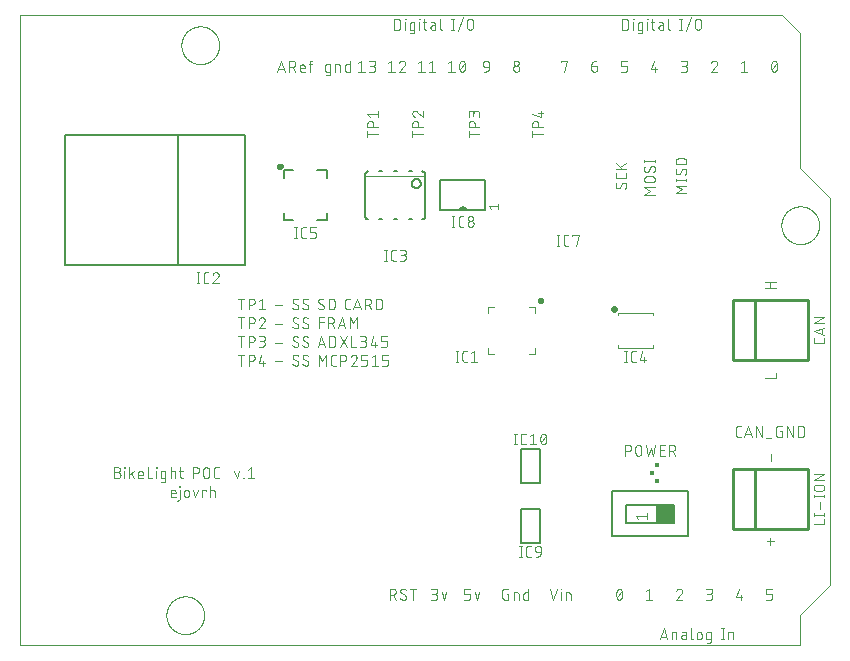
<source format=gto>
G75*
%MOIN*%
%OFA0B0*%
%FSLAX25Y25*%
%IPPOS*%
%LPD*%
%AMOC8*
5,1,8,0,0,1.08239X$1,22.5*
%
%ADD10C,0.00300*%
%ADD11C,0.00000*%
%ADD12C,0.00400*%
%ADD13C,0.01181*%
%ADD14C,0.00500*%
%ADD15C,0.00200*%
%ADD16C,0.00600*%
%ADD17R,0.06000X0.06000*%
%ADD18C,0.01000*%
%ADD19C,0.00050*%
%ADD20R,0.01673X0.01280*%
%ADD21R,0.01378X0.01378*%
D10*
X0077150Y0059038D02*
X0077150Y0060048D01*
X0077150Y0059644D02*
X0078766Y0059644D01*
X0078766Y0060048D01*
X0078764Y0060103D01*
X0078758Y0060158D01*
X0078749Y0060212D01*
X0078736Y0060266D01*
X0078719Y0060319D01*
X0078699Y0060370D01*
X0078675Y0060420D01*
X0078648Y0060468D01*
X0078618Y0060514D01*
X0078585Y0060558D01*
X0078549Y0060600D01*
X0078510Y0060639D01*
X0078468Y0060675D01*
X0078424Y0060708D01*
X0078378Y0060738D01*
X0078330Y0060765D01*
X0078280Y0060789D01*
X0078229Y0060809D01*
X0078176Y0060826D01*
X0078122Y0060839D01*
X0078068Y0060848D01*
X0078013Y0060854D01*
X0077958Y0060856D01*
X0077903Y0060854D01*
X0077848Y0060848D01*
X0077794Y0060839D01*
X0077740Y0060826D01*
X0077687Y0060809D01*
X0077636Y0060789D01*
X0077586Y0060765D01*
X0077538Y0060738D01*
X0077492Y0060708D01*
X0077448Y0060675D01*
X0077406Y0060639D01*
X0077367Y0060600D01*
X0077331Y0060558D01*
X0077298Y0060514D01*
X0077268Y0060468D01*
X0077241Y0060420D01*
X0077217Y0060370D01*
X0077197Y0060319D01*
X0077180Y0060266D01*
X0077167Y0060212D01*
X0077158Y0060158D01*
X0077152Y0060103D01*
X0077150Y0060048D01*
X0077150Y0059038D02*
X0077152Y0058990D01*
X0077157Y0058943D01*
X0077167Y0058897D01*
X0077180Y0058851D01*
X0077196Y0058806D01*
X0077216Y0058763D01*
X0077239Y0058721D01*
X0077266Y0058682D01*
X0077295Y0058644D01*
X0077327Y0058609D01*
X0077362Y0058577D01*
X0077400Y0058548D01*
X0077439Y0058521D01*
X0077481Y0058498D01*
X0077524Y0058478D01*
X0077569Y0058462D01*
X0077615Y0058449D01*
X0077661Y0058439D01*
X0077708Y0058434D01*
X0077756Y0058432D01*
X0077756Y0058431D02*
X0078766Y0058431D01*
X0079536Y0057219D02*
X0079584Y0057221D01*
X0079631Y0057226D01*
X0079677Y0057236D01*
X0079723Y0057249D01*
X0079768Y0057265D01*
X0079811Y0057285D01*
X0079853Y0057308D01*
X0079892Y0057335D01*
X0079930Y0057364D01*
X0079965Y0057396D01*
X0079997Y0057431D01*
X0080026Y0057469D01*
X0080053Y0057508D01*
X0080076Y0057550D01*
X0080096Y0057593D01*
X0080112Y0057638D01*
X0080125Y0057684D01*
X0080135Y0057730D01*
X0080140Y0057777D01*
X0080142Y0057825D01*
X0080143Y0057825D02*
X0080143Y0060856D01*
X0080244Y0061866D02*
X0080041Y0061866D01*
X0080041Y0062069D01*
X0080244Y0062069D01*
X0080244Y0061866D01*
X0081638Y0060048D02*
X0081638Y0059240D01*
X0081640Y0059185D01*
X0081646Y0059130D01*
X0081655Y0059076D01*
X0081668Y0059022D01*
X0081685Y0058969D01*
X0081705Y0058918D01*
X0081729Y0058868D01*
X0081756Y0058820D01*
X0081786Y0058774D01*
X0081819Y0058730D01*
X0081855Y0058688D01*
X0081894Y0058649D01*
X0081936Y0058613D01*
X0081980Y0058580D01*
X0082026Y0058550D01*
X0082074Y0058523D01*
X0082124Y0058499D01*
X0082175Y0058479D01*
X0082228Y0058462D01*
X0082282Y0058449D01*
X0082336Y0058440D01*
X0082391Y0058434D01*
X0082446Y0058432D01*
X0082501Y0058434D01*
X0082556Y0058440D01*
X0082610Y0058449D01*
X0082664Y0058462D01*
X0082717Y0058479D01*
X0082768Y0058499D01*
X0082818Y0058523D01*
X0082866Y0058550D01*
X0082912Y0058580D01*
X0082956Y0058613D01*
X0082998Y0058649D01*
X0083037Y0058688D01*
X0083073Y0058730D01*
X0083106Y0058774D01*
X0083136Y0058820D01*
X0083163Y0058868D01*
X0083187Y0058918D01*
X0083207Y0058969D01*
X0083224Y0059022D01*
X0083237Y0059076D01*
X0083246Y0059130D01*
X0083252Y0059185D01*
X0083254Y0059240D01*
X0083255Y0059240D02*
X0083255Y0060048D01*
X0083254Y0060048D02*
X0083252Y0060103D01*
X0083246Y0060158D01*
X0083237Y0060212D01*
X0083224Y0060266D01*
X0083207Y0060319D01*
X0083187Y0060370D01*
X0083163Y0060420D01*
X0083136Y0060468D01*
X0083106Y0060514D01*
X0083073Y0060558D01*
X0083037Y0060600D01*
X0082998Y0060639D01*
X0082956Y0060675D01*
X0082912Y0060708D01*
X0082866Y0060738D01*
X0082818Y0060765D01*
X0082768Y0060789D01*
X0082717Y0060809D01*
X0082664Y0060826D01*
X0082610Y0060839D01*
X0082556Y0060848D01*
X0082501Y0060854D01*
X0082446Y0060856D01*
X0082391Y0060854D01*
X0082336Y0060848D01*
X0082282Y0060839D01*
X0082228Y0060826D01*
X0082175Y0060809D01*
X0082124Y0060789D01*
X0082074Y0060765D01*
X0082026Y0060738D01*
X0081980Y0060708D01*
X0081936Y0060675D01*
X0081894Y0060639D01*
X0081855Y0060600D01*
X0081819Y0060558D01*
X0081786Y0060514D01*
X0081756Y0060468D01*
X0081729Y0060420D01*
X0081705Y0060370D01*
X0081685Y0060319D01*
X0081668Y0060266D01*
X0081655Y0060212D01*
X0081646Y0060158D01*
X0081640Y0060103D01*
X0081638Y0060048D01*
X0084591Y0060856D02*
X0085399Y0058431D01*
X0086207Y0060856D01*
X0087682Y0060856D02*
X0088894Y0060856D01*
X0088894Y0060452D01*
X0087682Y0060856D02*
X0087682Y0058431D01*
X0090142Y0058431D02*
X0090142Y0062069D01*
X0090142Y0060856D02*
X0091152Y0060856D01*
X0091200Y0060854D01*
X0091247Y0060849D01*
X0091293Y0060839D01*
X0091339Y0060826D01*
X0091384Y0060810D01*
X0091427Y0060790D01*
X0091469Y0060767D01*
X0091508Y0060740D01*
X0091546Y0060711D01*
X0091581Y0060679D01*
X0091613Y0060644D01*
X0091642Y0060606D01*
X0091669Y0060567D01*
X0091692Y0060525D01*
X0091712Y0060482D01*
X0091728Y0060437D01*
X0091741Y0060391D01*
X0091751Y0060345D01*
X0091756Y0060298D01*
X0091758Y0060250D01*
X0091759Y0060250D02*
X0091759Y0058431D01*
X0092336Y0064681D02*
X0093144Y0064681D01*
X0092336Y0064682D02*
X0092281Y0064684D01*
X0092226Y0064690D01*
X0092172Y0064699D01*
X0092118Y0064712D01*
X0092065Y0064729D01*
X0092014Y0064749D01*
X0091964Y0064773D01*
X0091916Y0064800D01*
X0091870Y0064830D01*
X0091826Y0064863D01*
X0091784Y0064899D01*
X0091745Y0064938D01*
X0091709Y0064980D01*
X0091676Y0065024D01*
X0091646Y0065070D01*
X0091619Y0065118D01*
X0091595Y0065168D01*
X0091575Y0065219D01*
X0091558Y0065272D01*
X0091545Y0065326D01*
X0091536Y0065380D01*
X0091530Y0065435D01*
X0091528Y0065490D01*
X0091528Y0067510D01*
X0091530Y0067565D01*
X0091536Y0067620D01*
X0091545Y0067674D01*
X0091558Y0067728D01*
X0091575Y0067781D01*
X0091595Y0067832D01*
X0091619Y0067882D01*
X0091646Y0067930D01*
X0091676Y0067976D01*
X0091709Y0068020D01*
X0091745Y0068061D01*
X0091784Y0068101D01*
X0091826Y0068137D01*
X0091870Y0068170D01*
X0091916Y0068200D01*
X0091964Y0068227D01*
X0092014Y0068251D01*
X0092065Y0068271D01*
X0092118Y0068288D01*
X0092172Y0068301D01*
X0092226Y0068310D01*
X0092281Y0068316D01*
X0092336Y0068318D01*
X0092336Y0068319D02*
X0093144Y0068319D01*
X0090015Y0067308D02*
X0090015Y0065692D01*
X0090013Y0065630D01*
X0090007Y0065568D01*
X0089998Y0065506D01*
X0089984Y0065446D01*
X0089967Y0065386D01*
X0089947Y0065327D01*
X0089923Y0065270D01*
X0089895Y0065214D01*
X0089864Y0065160D01*
X0089829Y0065108D01*
X0089792Y0065059D01*
X0089751Y0065012D01*
X0089708Y0064967D01*
X0089662Y0064925D01*
X0089614Y0064886D01*
X0089563Y0064850D01*
X0089510Y0064817D01*
X0089455Y0064788D01*
X0089399Y0064762D01*
X0089341Y0064739D01*
X0089281Y0064721D01*
X0089221Y0064705D01*
X0089160Y0064694D01*
X0089098Y0064686D01*
X0089036Y0064682D01*
X0088974Y0064682D01*
X0088912Y0064686D01*
X0088850Y0064694D01*
X0088789Y0064705D01*
X0088729Y0064721D01*
X0088669Y0064739D01*
X0088611Y0064762D01*
X0088555Y0064788D01*
X0088500Y0064817D01*
X0088447Y0064850D01*
X0088396Y0064886D01*
X0088348Y0064925D01*
X0088302Y0064967D01*
X0088259Y0065012D01*
X0088218Y0065059D01*
X0088181Y0065108D01*
X0088146Y0065160D01*
X0088115Y0065214D01*
X0088087Y0065270D01*
X0088063Y0065327D01*
X0088043Y0065386D01*
X0088026Y0065446D01*
X0088012Y0065506D01*
X0088003Y0065568D01*
X0087997Y0065630D01*
X0087995Y0065692D01*
X0087994Y0065692D02*
X0087994Y0067308D01*
X0087995Y0067308D02*
X0087997Y0067370D01*
X0088003Y0067432D01*
X0088012Y0067494D01*
X0088026Y0067554D01*
X0088043Y0067614D01*
X0088063Y0067673D01*
X0088087Y0067730D01*
X0088115Y0067786D01*
X0088146Y0067840D01*
X0088181Y0067892D01*
X0088218Y0067941D01*
X0088259Y0067988D01*
X0088302Y0068033D01*
X0088348Y0068075D01*
X0088396Y0068114D01*
X0088447Y0068150D01*
X0088500Y0068183D01*
X0088555Y0068212D01*
X0088611Y0068238D01*
X0088669Y0068261D01*
X0088729Y0068279D01*
X0088789Y0068295D01*
X0088850Y0068306D01*
X0088912Y0068314D01*
X0088974Y0068318D01*
X0089036Y0068318D01*
X0089098Y0068314D01*
X0089160Y0068306D01*
X0089221Y0068295D01*
X0089281Y0068279D01*
X0089341Y0068261D01*
X0089399Y0068238D01*
X0089455Y0068212D01*
X0089510Y0068183D01*
X0089563Y0068150D01*
X0089614Y0068114D01*
X0089662Y0068075D01*
X0089708Y0068033D01*
X0089751Y0067988D01*
X0089792Y0067941D01*
X0089829Y0067892D01*
X0089864Y0067840D01*
X0089895Y0067786D01*
X0089923Y0067730D01*
X0089947Y0067673D01*
X0089967Y0067614D01*
X0089984Y0067554D01*
X0089998Y0067494D01*
X0090007Y0067432D01*
X0090013Y0067370D01*
X0090015Y0067308D01*
X0085631Y0066298D02*
X0085693Y0066300D01*
X0085755Y0066306D01*
X0085817Y0066315D01*
X0085877Y0066329D01*
X0085937Y0066346D01*
X0085996Y0066366D01*
X0086053Y0066390D01*
X0086109Y0066418D01*
X0086163Y0066449D01*
X0086215Y0066484D01*
X0086264Y0066521D01*
X0086311Y0066562D01*
X0086356Y0066605D01*
X0086398Y0066651D01*
X0086437Y0066699D01*
X0086473Y0066750D01*
X0086506Y0066803D01*
X0086535Y0066858D01*
X0086561Y0066914D01*
X0086584Y0066972D01*
X0086602Y0067032D01*
X0086618Y0067092D01*
X0086629Y0067153D01*
X0086637Y0067215D01*
X0086641Y0067277D01*
X0086641Y0067339D01*
X0086637Y0067401D01*
X0086629Y0067463D01*
X0086618Y0067524D01*
X0086602Y0067584D01*
X0086584Y0067644D01*
X0086561Y0067702D01*
X0086535Y0067758D01*
X0086506Y0067813D01*
X0086473Y0067866D01*
X0086437Y0067917D01*
X0086398Y0067965D01*
X0086356Y0068011D01*
X0086311Y0068054D01*
X0086264Y0068095D01*
X0086215Y0068132D01*
X0086163Y0068167D01*
X0086109Y0068198D01*
X0086053Y0068226D01*
X0085996Y0068250D01*
X0085937Y0068270D01*
X0085877Y0068287D01*
X0085817Y0068301D01*
X0085755Y0068310D01*
X0085693Y0068316D01*
X0085631Y0068318D01*
X0085631Y0068319D02*
X0084620Y0068319D01*
X0084620Y0064681D01*
X0084620Y0066298D02*
X0085631Y0066298D01*
X0081197Y0067106D02*
X0079985Y0067106D01*
X0080389Y0068319D02*
X0080389Y0065288D01*
X0080391Y0065240D01*
X0080396Y0065193D01*
X0080406Y0065147D01*
X0080419Y0065101D01*
X0080435Y0065056D01*
X0080455Y0065013D01*
X0080478Y0064971D01*
X0080505Y0064932D01*
X0080534Y0064894D01*
X0080566Y0064859D01*
X0080601Y0064827D01*
X0080639Y0064798D01*
X0080678Y0064771D01*
X0080720Y0064748D01*
X0080763Y0064728D01*
X0080808Y0064712D01*
X0080854Y0064699D01*
X0080900Y0064689D01*
X0080947Y0064684D01*
X0080995Y0064682D01*
X0080995Y0064681D02*
X0081197Y0064681D01*
X0078710Y0064681D02*
X0078710Y0066500D01*
X0078708Y0066548D01*
X0078703Y0066595D01*
X0078693Y0066641D01*
X0078680Y0066687D01*
X0078664Y0066732D01*
X0078644Y0066775D01*
X0078621Y0066817D01*
X0078594Y0066856D01*
X0078565Y0066894D01*
X0078533Y0066929D01*
X0078498Y0066961D01*
X0078460Y0066990D01*
X0078421Y0067017D01*
X0078379Y0067040D01*
X0078336Y0067060D01*
X0078291Y0067076D01*
X0078245Y0067089D01*
X0078199Y0067099D01*
X0078152Y0067104D01*
X0078104Y0067106D01*
X0077094Y0067106D01*
X0077094Y0068319D02*
X0077094Y0064681D01*
X0075386Y0064681D02*
X0074375Y0064681D01*
X0074375Y0064682D02*
X0074327Y0064684D01*
X0074280Y0064689D01*
X0074234Y0064699D01*
X0074188Y0064712D01*
X0074143Y0064728D01*
X0074100Y0064748D01*
X0074058Y0064771D01*
X0074019Y0064798D01*
X0073981Y0064827D01*
X0073946Y0064859D01*
X0073914Y0064894D01*
X0073885Y0064932D01*
X0073858Y0064971D01*
X0073835Y0065013D01*
X0073815Y0065056D01*
X0073799Y0065101D01*
X0073786Y0065147D01*
X0073776Y0065193D01*
X0073771Y0065240D01*
X0073769Y0065288D01*
X0073769Y0066500D01*
X0073771Y0066548D01*
X0073776Y0066595D01*
X0073786Y0066641D01*
X0073799Y0066687D01*
X0073815Y0066732D01*
X0073835Y0066775D01*
X0073858Y0066817D01*
X0073885Y0066856D01*
X0073914Y0066894D01*
X0073946Y0066929D01*
X0073981Y0066961D01*
X0074019Y0066990D01*
X0074058Y0067017D01*
X0074100Y0067040D01*
X0074143Y0067060D01*
X0074188Y0067076D01*
X0074234Y0067089D01*
X0074280Y0067099D01*
X0074327Y0067104D01*
X0074375Y0067106D01*
X0075386Y0067106D01*
X0075386Y0064075D01*
X0075385Y0064075D02*
X0075383Y0064027D01*
X0075378Y0063980D01*
X0075368Y0063934D01*
X0075355Y0063888D01*
X0075339Y0063843D01*
X0075319Y0063800D01*
X0075296Y0063758D01*
X0075269Y0063719D01*
X0075240Y0063681D01*
X0075208Y0063646D01*
X0075173Y0063614D01*
X0075135Y0063585D01*
X0075096Y0063558D01*
X0075054Y0063535D01*
X0075011Y0063515D01*
X0074966Y0063499D01*
X0074920Y0063486D01*
X0074874Y0063476D01*
X0074827Y0063471D01*
X0074779Y0063469D01*
X0073971Y0063469D01*
X0072351Y0064681D02*
X0072351Y0067106D01*
X0072452Y0068116D02*
X0072250Y0068116D01*
X0072250Y0068319D01*
X0072452Y0068319D01*
X0072452Y0068116D01*
X0069458Y0068319D02*
X0069458Y0064681D01*
X0071074Y0064681D01*
X0067844Y0064681D02*
X0066834Y0064681D01*
X0066834Y0064682D02*
X0066786Y0064684D01*
X0066739Y0064689D01*
X0066693Y0064699D01*
X0066647Y0064712D01*
X0066602Y0064728D01*
X0066559Y0064748D01*
X0066517Y0064771D01*
X0066478Y0064798D01*
X0066440Y0064827D01*
X0066405Y0064859D01*
X0066373Y0064894D01*
X0066344Y0064932D01*
X0066317Y0064971D01*
X0066294Y0065013D01*
X0066274Y0065056D01*
X0066258Y0065101D01*
X0066245Y0065147D01*
X0066235Y0065193D01*
X0066230Y0065240D01*
X0066228Y0065288D01*
X0066228Y0066298D01*
X0066228Y0065894D02*
X0067844Y0065894D01*
X0067844Y0066298D01*
X0067842Y0066353D01*
X0067836Y0066408D01*
X0067827Y0066462D01*
X0067814Y0066516D01*
X0067797Y0066569D01*
X0067777Y0066620D01*
X0067753Y0066670D01*
X0067726Y0066718D01*
X0067696Y0066764D01*
X0067663Y0066808D01*
X0067627Y0066850D01*
X0067588Y0066889D01*
X0067546Y0066925D01*
X0067502Y0066958D01*
X0067456Y0066988D01*
X0067408Y0067015D01*
X0067358Y0067039D01*
X0067307Y0067059D01*
X0067254Y0067076D01*
X0067200Y0067089D01*
X0067146Y0067098D01*
X0067091Y0067104D01*
X0067036Y0067106D01*
X0066981Y0067104D01*
X0066926Y0067098D01*
X0066872Y0067089D01*
X0066818Y0067076D01*
X0066765Y0067059D01*
X0066714Y0067039D01*
X0066664Y0067015D01*
X0066616Y0066988D01*
X0066570Y0066958D01*
X0066526Y0066925D01*
X0066484Y0066889D01*
X0066445Y0066850D01*
X0066409Y0066808D01*
X0066376Y0066764D01*
X0066346Y0066718D01*
X0066319Y0066670D01*
X0066295Y0066620D01*
X0066275Y0066569D01*
X0066258Y0066516D01*
X0066245Y0066462D01*
X0066236Y0066408D01*
X0066230Y0066353D01*
X0066228Y0066298D01*
X0064933Y0067106D02*
X0063316Y0065894D01*
X0064023Y0066399D02*
X0064933Y0064681D01*
X0063316Y0064681D02*
X0063316Y0068319D01*
X0061822Y0068319D02*
X0061822Y0068116D01*
X0061620Y0068116D01*
X0061620Y0068319D01*
X0061822Y0068319D01*
X0061721Y0067106D02*
X0061721Y0064681D01*
X0059410Y0064681D02*
X0058400Y0064681D01*
X0058400Y0068319D01*
X0059410Y0068319D01*
X0059410Y0068318D02*
X0059465Y0068316D01*
X0059520Y0068310D01*
X0059574Y0068301D01*
X0059628Y0068288D01*
X0059681Y0068271D01*
X0059732Y0068251D01*
X0059782Y0068227D01*
X0059830Y0068200D01*
X0059876Y0068170D01*
X0059920Y0068137D01*
X0059962Y0068101D01*
X0060001Y0068062D01*
X0060037Y0068020D01*
X0060070Y0067976D01*
X0060100Y0067930D01*
X0060127Y0067882D01*
X0060151Y0067832D01*
X0060171Y0067781D01*
X0060188Y0067728D01*
X0060201Y0067674D01*
X0060210Y0067620D01*
X0060216Y0067565D01*
X0060218Y0067510D01*
X0060216Y0067455D01*
X0060210Y0067400D01*
X0060201Y0067346D01*
X0060188Y0067292D01*
X0060171Y0067239D01*
X0060151Y0067188D01*
X0060127Y0067138D01*
X0060100Y0067090D01*
X0060070Y0067044D01*
X0060037Y0067000D01*
X0060001Y0066958D01*
X0059962Y0066919D01*
X0059920Y0066883D01*
X0059876Y0066850D01*
X0059830Y0066820D01*
X0059782Y0066793D01*
X0059732Y0066769D01*
X0059681Y0066749D01*
X0059628Y0066732D01*
X0059574Y0066719D01*
X0059520Y0066710D01*
X0059465Y0066704D01*
X0059410Y0066702D01*
X0058400Y0066702D01*
X0059410Y0066702D02*
X0059472Y0066700D01*
X0059534Y0066694D01*
X0059596Y0066685D01*
X0059656Y0066671D01*
X0059716Y0066654D01*
X0059775Y0066634D01*
X0059832Y0066610D01*
X0059888Y0066582D01*
X0059942Y0066551D01*
X0059994Y0066516D01*
X0060043Y0066479D01*
X0060090Y0066438D01*
X0060135Y0066395D01*
X0060177Y0066349D01*
X0060216Y0066301D01*
X0060252Y0066250D01*
X0060285Y0066197D01*
X0060314Y0066142D01*
X0060340Y0066086D01*
X0060363Y0066028D01*
X0060381Y0065968D01*
X0060397Y0065908D01*
X0060408Y0065847D01*
X0060416Y0065785D01*
X0060420Y0065723D01*
X0060420Y0065661D01*
X0060416Y0065599D01*
X0060408Y0065537D01*
X0060397Y0065476D01*
X0060381Y0065416D01*
X0060363Y0065356D01*
X0060340Y0065298D01*
X0060314Y0065242D01*
X0060285Y0065187D01*
X0060252Y0065134D01*
X0060216Y0065083D01*
X0060177Y0065035D01*
X0060135Y0064989D01*
X0060090Y0064946D01*
X0060043Y0064905D01*
X0059994Y0064868D01*
X0059942Y0064833D01*
X0059888Y0064802D01*
X0059832Y0064774D01*
X0059775Y0064750D01*
X0059716Y0064730D01*
X0059656Y0064713D01*
X0059596Y0064699D01*
X0059534Y0064690D01*
X0059472Y0064684D01*
X0059410Y0064682D01*
X0079334Y0057219D02*
X0079536Y0057219D01*
X0099208Y0064681D02*
X0100016Y0067106D01*
X0098400Y0067106D02*
X0099208Y0064681D01*
X0101233Y0064681D02*
X0101435Y0064681D01*
X0101435Y0064884D01*
X0101233Y0064884D01*
X0101233Y0064681D01*
X0102804Y0064681D02*
X0104825Y0064681D01*
X0103814Y0064681D02*
X0103814Y0068319D01*
X0102804Y0067510D01*
X0103126Y0102181D02*
X0103126Y0105819D01*
X0104137Y0105819D01*
X0104137Y0105818D02*
X0104199Y0105816D01*
X0104261Y0105810D01*
X0104323Y0105801D01*
X0104383Y0105787D01*
X0104443Y0105770D01*
X0104502Y0105750D01*
X0104559Y0105726D01*
X0104615Y0105698D01*
X0104669Y0105667D01*
X0104721Y0105632D01*
X0104770Y0105595D01*
X0104817Y0105554D01*
X0104862Y0105511D01*
X0104904Y0105465D01*
X0104943Y0105417D01*
X0104979Y0105366D01*
X0105012Y0105313D01*
X0105041Y0105258D01*
X0105067Y0105202D01*
X0105090Y0105144D01*
X0105108Y0105084D01*
X0105124Y0105024D01*
X0105135Y0104963D01*
X0105143Y0104901D01*
X0105147Y0104839D01*
X0105147Y0104777D01*
X0105143Y0104715D01*
X0105135Y0104653D01*
X0105124Y0104592D01*
X0105108Y0104532D01*
X0105090Y0104472D01*
X0105067Y0104414D01*
X0105041Y0104358D01*
X0105012Y0104303D01*
X0104979Y0104250D01*
X0104943Y0104199D01*
X0104904Y0104151D01*
X0104862Y0104105D01*
X0104817Y0104062D01*
X0104770Y0104021D01*
X0104721Y0103984D01*
X0104669Y0103949D01*
X0104615Y0103918D01*
X0104559Y0103890D01*
X0104502Y0103866D01*
X0104443Y0103846D01*
X0104383Y0103829D01*
X0104323Y0103815D01*
X0104261Y0103806D01*
X0104199Y0103800D01*
X0104137Y0103798D01*
X0103126Y0103798D01*
X0101671Y0105819D02*
X0099650Y0105819D01*
X0100660Y0105819D02*
X0100660Y0102181D01*
X0106500Y0102990D02*
X0108521Y0102990D01*
X0107915Y0103798D02*
X0107915Y0102181D01*
X0106500Y0102990D02*
X0107309Y0105819D01*
X0107511Y0108431D02*
X0106500Y0108431D01*
X0107511Y0108432D02*
X0107573Y0108434D01*
X0107635Y0108440D01*
X0107697Y0108449D01*
X0107757Y0108463D01*
X0107817Y0108480D01*
X0107876Y0108500D01*
X0107933Y0108524D01*
X0107989Y0108552D01*
X0108043Y0108583D01*
X0108095Y0108618D01*
X0108144Y0108655D01*
X0108191Y0108696D01*
X0108236Y0108739D01*
X0108278Y0108785D01*
X0108317Y0108833D01*
X0108353Y0108884D01*
X0108386Y0108937D01*
X0108415Y0108992D01*
X0108441Y0109048D01*
X0108464Y0109106D01*
X0108482Y0109166D01*
X0108498Y0109226D01*
X0108509Y0109287D01*
X0108517Y0109349D01*
X0108521Y0109411D01*
X0108521Y0109473D01*
X0108517Y0109535D01*
X0108509Y0109597D01*
X0108498Y0109658D01*
X0108482Y0109718D01*
X0108464Y0109778D01*
X0108441Y0109836D01*
X0108415Y0109892D01*
X0108386Y0109947D01*
X0108353Y0110000D01*
X0108317Y0110051D01*
X0108278Y0110099D01*
X0108236Y0110145D01*
X0108191Y0110188D01*
X0108144Y0110229D01*
X0108095Y0110266D01*
X0108043Y0110301D01*
X0107989Y0110332D01*
X0107933Y0110360D01*
X0107876Y0110384D01*
X0107817Y0110404D01*
X0107757Y0110421D01*
X0107697Y0110435D01*
X0107635Y0110444D01*
X0107573Y0110450D01*
X0107511Y0110452D01*
X0107713Y0110452D02*
X0106904Y0110452D01*
X0107713Y0110452D02*
X0107768Y0110454D01*
X0107823Y0110460D01*
X0107877Y0110469D01*
X0107931Y0110482D01*
X0107984Y0110499D01*
X0108035Y0110519D01*
X0108085Y0110543D01*
X0108133Y0110570D01*
X0108179Y0110600D01*
X0108223Y0110633D01*
X0108265Y0110669D01*
X0108304Y0110708D01*
X0108340Y0110750D01*
X0108373Y0110794D01*
X0108403Y0110840D01*
X0108430Y0110888D01*
X0108454Y0110938D01*
X0108474Y0110989D01*
X0108491Y0111042D01*
X0108504Y0111096D01*
X0108513Y0111150D01*
X0108519Y0111205D01*
X0108521Y0111260D01*
X0108519Y0111315D01*
X0108513Y0111370D01*
X0108504Y0111424D01*
X0108491Y0111478D01*
X0108474Y0111531D01*
X0108454Y0111582D01*
X0108430Y0111632D01*
X0108403Y0111680D01*
X0108373Y0111726D01*
X0108340Y0111770D01*
X0108304Y0111812D01*
X0108265Y0111851D01*
X0108223Y0111887D01*
X0108179Y0111920D01*
X0108133Y0111950D01*
X0108085Y0111977D01*
X0108035Y0112001D01*
X0107984Y0112021D01*
X0107931Y0112038D01*
X0107877Y0112051D01*
X0107823Y0112060D01*
X0107768Y0112066D01*
X0107713Y0112068D01*
X0107713Y0112069D02*
X0106500Y0112069D01*
X0104137Y0112069D02*
X0103126Y0112069D01*
X0103126Y0108431D01*
X0103126Y0110048D02*
X0104137Y0110048D01*
X0104199Y0110050D01*
X0104261Y0110056D01*
X0104323Y0110065D01*
X0104383Y0110079D01*
X0104443Y0110096D01*
X0104502Y0110116D01*
X0104559Y0110140D01*
X0104615Y0110168D01*
X0104669Y0110199D01*
X0104721Y0110234D01*
X0104770Y0110271D01*
X0104817Y0110312D01*
X0104862Y0110355D01*
X0104904Y0110401D01*
X0104943Y0110449D01*
X0104979Y0110500D01*
X0105012Y0110553D01*
X0105041Y0110608D01*
X0105067Y0110664D01*
X0105090Y0110722D01*
X0105108Y0110782D01*
X0105124Y0110842D01*
X0105135Y0110903D01*
X0105143Y0110965D01*
X0105147Y0111027D01*
X0105147Y0111089D01*
X0105143Y0111151D01*
X0105135Y0111213D01*
X0105124Y0111274D01*
X0105108Y0111334D01*
X0105090Y0111394D01*
X0105067Y0111452D01*
X0105041Y0111508D01*
X0105012Y0111563D01*
X0104979Y0111616D01*
X0104943Y0111667D01*
X0104904Y0111715D01*
X0104862Y0111761D01*
X0104817Y0111804D01*
X0104770Y0111845D01*
X0104721Y0111882D01*
X0104669Y0111917D01*
X0104615Y0111948D01*
X0104559Y0111976D01*
X0104502Y0112000D01*
X0104443Y0112020D01*
X0104383Y0112037D01*
X0104323Y0112051D01*
X0104261Y0112060D01*
X0104199Y0112066D01*
X0104137Y0112068D01*
X0101671Y0112069D02*
X0099650Y0112069D01*
X0100660Y0112069D02*
X0100660Y0108431D01*
X0100660Y0114681D02*
X0100660Y0118319D01*
X0099650Y0118319D02*
X0101671Y0118319D01*
X0103126Y0118319D02*
X0104137Y0118319D01*
X0103126Y0118319D02*
X0103126Y0114681D01*
X0103126Y0116298D02*
X0104137Y0116298D01*
X0104199Y0116300D01*
X0104261Y0116306D01*
X0104323Y0116315D01*
X0104383Y0116329D01*
X0104443Y0116346D01*
X0104502Y0116366D01*
X0104559Y0116390D01*
X0104615Y0116418D01*
X0104669Y0116449D01*
X0104721Y0116484D01*
X0104770Y0116521D01*
X0104817Y0116562D01*
X0104862Y0116605D01*
X0104904Y0116651D01*
X0104943Y0116699D01*
X0104979Y0116750D01*
X0105012Y0116803D01*
X0105041Y0116858D01*
X0105067Y0116914D01*
X0105090Y0116972D01*
X0105108Y0117032D01*
X0105124Y0117092D01*
X0105135Y0117153D01*
X0105143Y0117215D01*
X0105147Y0117277D01*
X0105147Y0117339D01*
X0105143Y0117401D01*
X0105135Y0117463D01*
X0105124Y0117524D01*
X0105108Y0117584D01*
X0105090Y0117644D01*
X0105067Y0117702D01*
X0105041Y0117758D01*
X0105012Y0117813D01*
X0104979Y0117866D01*
X0104943Y0117917D01*
X0104904Y0117965D01*
X0104862Y0118011D01*
X0104817Y0118054D01*
X0104770Y0118095D01*
X0104721Y0118132D01*
X0104669Y0118167D01*
X0104615Y0118198D01*
X0104559Y0118226D01*
X0104502Y0118250D01*
X0104443Y0118270D01*
X0104383Y0118287D01*
X0104323Y0118301D01*
X0104261Y0118310D01*
X0104199Y0118316D01*
X0104137Y0118318D01*
X0103126Y0120931D02*
X0103126Y0124569D01*
X0104137Y0124569D01*
X0104137Y0124568D02*
X0104199Y0124566D01*
X0104261Y0124560D01*
X0104323Y0124551D01*
X0104383Y0124537D01*
X0104443Y0124520D01*
X0104502Y0124500D01*
X0104559Y0124476D01*
X0104615Y0124448D01*
X0104669Y0124417D01*
X0104721Y0124382D01*
X0104770Y0124345D01*
X0104817Y0124304D01*
X0104862Y0124261D01*
X0104904Y0124215D01*
X0104943Y0124167D01*
X0104979Y0124116D01*
X0105012Y0124063D01*
X0105041Y0124008D01*
X0105067Y0123952D01*
X0105090Y0123894D01*
X0105108Y0123834D01*
X0105124Y0123774D01*
X0105135Y0123713D01*
X0105143Y0123651D01*
X0105147Y0123589D01*
X0105147Y0123527D01*
X0105143Y0123465D01*
X0105135Y0123403D01*
X0105124Y0123342D01*
X0105108Y0123282D01*
X0105090Y0123222D01*
X0105067Y0123164D01*
X0105041Y0123108D01*
X0105012Y0123053D01*
X0104979Y0123000D01*
X0104943Y0122949D01*
X0104904Y0122901D01*
X0104862Y0122855D01*
X0104817Y0122812D01*
X0104770Y0122771D01*
X0104721Y0122734D01*
X0104669Y0122699D01*
X0104615Y0122668D01*
X0104559Y0122640D01*
X0104502Y0122616D01*
X0104443Y0122596D01*
X0104383Y0122579D01*
X0104323Y0122565D01*
X0104261Y0122556D01*
X0104199Y0122550D01*
X0104137Y0122548D01*
X0103126Y0122548D01*
X0101671Y0124569D02*
X0099650Y0124569D01*
X0100660Y0124569D02*
X0100660Y0120931D01*
X0106500Y0120931D02*
X0108521Y0120931D01*
X0107511Y0120931D02*
X0107511Y0124569D01*
X0106500Y0123760D01*
X0111968Y0122346D02*
X0114392Y0122346D01*
X0118226Y0123053D02*
X0119337Y0122447D01*
X0118933Y0120932D02*
X0118854Y0120934D01*
X0118775Y0120939D01*
X0118696Y0120949D01*
X0118618Y0120961D01*
X0118540Y0120978D01*
X0118463Y0120998D01*
X0118388Y0121021D01*
X0118313Y0121048D01*
X0118240Y0121079D01*
X0118168Y0121113D01*
X0118098Y0121150D01*
X0118030Y0121190D01*
X0117964Y0121234D01*
X0117900Y0121280D01*
X0117838Y0121330D01*
X0117778Y0121382D01*
X0117721Y0121437D01*
X0119338Y0122447D02*
X0119383Y0122419D01*
X0119426Y0122387D01*
X0119467Y0122353D01*
X0119505Y0122317D01*
X0119542Y0122278D01*
X0119575Y0122236D01*
X0119606Y0122193D01*
X0119634Y0122147D01*
X0119659Y0122100D01*
X0119681Y0122052D01*
X0119699Y0122002D01*
X0119714Y0121951D01*
X0119726Y0121899D01*
X0119735Y0121846D01*
X0119740Y0121793D01*
X0119742Y0121740D01*
X0119741Y0121740D02*
X0119739Y0121685D01*
X0119733Y0121630D01*
X0119724Y0121576D01*
X0119711Y0121522D01*
X0119694Y0121469D01*
X0119674Y0121418D01*
X0119650Y0121368D01*
X0119623Y0121320D01*
X0119593Y0121274D01*
X0119560Y0121230D01*
X0119524Y0121188D01*
X0119485Y0121149D01*
X0119443Y0121113D01*
X0119399Y0121080D01*
X0119353Y0121050D01*
X0119305Y0121023D01*
X0119255Y0120999D01*
X0119204Y0120979D01*
X0119151Y0120962D01*
X0119097Y0120949D01*
X0119043Y0120940D01*
X0118988Y0120934D01*
X0118933Y0120932D01*
X0119539Y0124265D02*
X0119478Y0124308D01*
X0119415Y0124349D01*
X0119350Y0124386D01*
X0119283Y0124420D01*
X0119214Y0124451D01*
X0119145Y0124478D01*
X0119073Y0124502D01*
X0119001Y0124522D01*
X0118928Y0124538D01*
X0118854Y0124551D01*
X0118780Y0124561D01*
X0118705Y0124566D01*
X0118630Y0124568D01*
X0118575Y0124566D01*
X0118520Y0124560D01*
X0118466Y0124551D01*
X0118412Y0124538D01*
X0118359Y0124521D01*
X0118308Y0124501D01*
X0118258Y0124477D01*
X0118210Y0124450D01*
X0118164Y0124420D01*
X0118120Y0124387D01*
X0118079Y0124351D01*
X0118039Y0124312D01*
X0118003Y0124270D01*
X0117970Y0124226D01*
X0117940Y0124180D01*
X0117913Y0124132D01*
X0117889Y0124082D01*
X0117869Y0124031D01*
X0117852Y0123978D01*
X0117839Y0123924D01*
X0117830Y0123870D01*
X0117824Y0123815D01*
X0117822Y0123760D01*
X0117824Y0123707D01*
X0117829Y0123654D01*
X0117838Y0123601D01*
X0117850Y0123549D01*
X0117865Y0123498D01*
X0117883Y0123448D01*
X0117905Y0123400D01*
X0117930Y0123353D01*
X0117958Y0123307D01*
X0117989Y0123264D01*
X0118022Y0123222D01*
X0118059Y0123183D01*
X0118097Y0123147D01*
X0118138Y0123113D01*
X0118181Y0123081D01*
X0118226Y0123053D01*
X0121533Y0123053D02*
X0122644Y0122447D01*
X0122240Y0120932D02*
X0122161Y0120934D01*
X0122082Y0120939D01*
X0122003Y0120949D01*
X0121925Y0120961D01*
X0121847Y0120978D01*
X0121770Y0120998D01*
X0121695Y0121021D01*
X0121620Y0121048D01*
X0121547Y0121079D01*
X0121475Y0121113D01*
X0121405Y0121150D01*
X0121337Y0121190D01*
X0121271Y0121234D01*
X0121207Y0121280D01*
X0121145Y0121330D01*
X0121085Y0121382D01*
X0121028Y0121437D01*
X0122645Y0122447D02*
X0122690Y0122419D01*
X0122733Y0122387D01*
X0122774Y0122353D01*
X0122812Y0122317D01*
X0122849Y0122278D01*
X0122882Y0122236D01*
X0122913Y0122193D01*
X0122941Y0122147D01*
X0122966Y0122100D01*
X0122988Y0122052D01*
X0123006Y0122002D01*
X0123021Y0121951D01*
X0123033Y0121899D01*
X0123042Y0121846D01*
X0123047Y0121793D01*
X0123049Y0121740D01*
X0123048Y0121740D02*
X0123046Y0121685D01*
X0123040Y0121630D01*
X0123031Y0121576D01*
X0123018Y0121522D01*
X0123001Y0121469D01*
X0122981Y0121418D01*
X0122957Y0121368D01*
X0122930Y0121320D01*
X0122900Y0121274D01*
X0122867Y0121230D01*
X0122831Y0121188D01*
X0122792Y0121149D01*
X0122750Y0121113D01*
X0122706Y0121080D01*
X0122660Y0121050D01*
X0122612Y0121023D01*
X0122562Y0120999D01*
X0122511Y0120979D01*
X0122458Y0120962D01*
X0122404Y0120949D01*
X0122350Y0120940D01*
X0122295Y0120934D01*
X0122240Y0120932D01*
X0122846Y0124265D02*
X0122785Y0124308D01*
X0122722Y0124349D01*
X0122657Y0124386D01*
X0122590Y0124420D01*
X0122521Y0124451D01*
X0122452Y0124478D01*
X0122380Y0124502D01*
X0122308Y0124522D01*
X0122235Y0124538D01*
X0122161Y0124551D01*
X0122087Y0124561D01*
X0122012Y0124566D01*
X0121937Y0124568D01*
X0121882Y0124566D01*
X0121827Y0124560D01*
X0121773Y0124551D01*
X0121719Y0124538D01*
X0121666Y0124521D01*
X0121615Y0124501D01*
X0121565Y0124477D01*
X0121517Y0124450D01*
X0121471Y0124420D01*
X0121427Y0124387D01*
X0121386Y0124351D01*
X0121346Y0124312D01*
X0121310Y0124270D01*
X0121277Y0124226D01*
X0121247Y0124180D01*
X0121220Y0124132D01*
X0121196Y0124082D01*
X0121176Y0124031D01*
X0121159Y0123978D01*
X0121146Y0123924D01*
X0121137Y0123870D01*
X0121131Y0123815D01*
X0121129Y0123760D01*
X0121131Y0123707D01*
X0121136Y0123654D01*
X0121145Y0123601D01*
X0121157Y0123549D01*
X0121172Y0123498D01*
X0121190Y0123448D01*
X0121212Y0123400D01*
X0121237Y0123353D01*
X0121265Y0123307D01*
X0121296Y0123264D01*
X0121329Y0123222D01*
X0121366Y0123183D01*
X0121404Y0123147D01*
X0121445Y0123113D01*
X0121488Y0123081D01*
X0121533Y0123053D01*
X0126730Y0123053D02*
X0127841Y0122447D01*
X0127437Y0120932D02*
X0127358Y0120934D01*
X0127279Y0120939D01*
X0127200Y0120949D01*
X0127122Y0120961D01*
X0127044Y0120978D01*
X0126967Y0120998D01*
X0126892Y0121021D01*
X0126817Y0121048D01*
X0126744Y0121079D01*
X0126672Y0121113D01*
X0126602Y0121150D01*
X0126534Y0121190D01*
X0126468Y0121234D01*
X0126404Y0121280D01*
X0126342Y0121330D01*
X0126282Y0121382D01*
X0126225Y0121437D01*
X0127841Y0122447D02*
X0127886Y0122419D01*
X0127929Y0122387D01*
X0127970Y0122353D01*
X0128008Y0122317D01*
X0128045Y0122278D01*
X0128078Y0122236D01*
X0128109Y0122193D01*
X0128137Y0122147D01*
X0128162Y0122100D01*
X0128184Y0122052D01*
X0128202Y0122002D01*
X0128217Y0121951D01*
X0128229Y0121899D01*
X0128238Y0121846D01*
X0128243Y0121793D01*
X0128245Y0121740D01*
X0128243Y0121685D01*
X0128237Y0121630D01*
X0128228Y0121576D01*
X0128215Y0121522D01*
X0128198Y0121469D01*
X0128178Y0121418D01*
X0128154Y0121368D01*
X0128127Y0121320D01*
X0128097Y0121274D01*
X0128064Y0121230D01*
X0128028Y0121188D01*
X0127989Y0121149D01*
X0127947Y0121113D01*
X0127903Y0121080D01*
X0127857Y0121050D01*
X0127809Y0121023D01*
X0127759Y0120999D01*
X0127708Y0120979D01*
X0127655Y0120962D01*
X0127601Y0120949D01*
X0127547Y0120940D01*
X0127492Y0120934D01*
X0127437Y0120932D01*
X0128043Y0124265D02*
X0127982Y0124308D01*
X0127919Y0124349D01*
X0127854Y0124386D01*
X0127787Y0124420D01*
X0127718Y0124451D01*
X0127649Y0124478D01*
X0127577Y0124502D01*
X0127505Y0124522D01*
X0127432Y0124538D01*
X0127358Y0124551D01*
X0127284Y0124561D01*
X0127209Y0124566D01*
X0127134Y0124568D01*
X0127079Y0124566D01*
X0127024Y0124560D01*
X0126970Y0124551D01*
X0126916Y0124538D01*
X0126863Y0124521D01*
X0126812Y0124501D01*
X0126762Y0124477D01*
X0126714Y0124450D01*
X0126668Y0124420D01*
X0126624Y0124387D01*
X0126583Y0124351D01*
X0126543Y0124312D01*
X0126507Y0124270D01*
X0126474Y0124226D01*
X0126444Y0124180D01*
X0126417Y0124132D01*
X0126393Y0124082D01*
X0126373Y0124031D01*
X0126356Y0123978D01*
X0126343Y0123924D01*
X0126334Y0123870D01*
X0126328Y0123815D01*
X0126326Y0123760D01*
X0126328Y0123707D01*
X0126333Y0123654D01*
X0126342Y0123601D01*
X0126354Y0123549D01*
X0126369Y0123498D01*
X0126387Y0123448D01*
X0126409Y0123400D01*
X0126434Y0123353D01*
X0126462Y0123307D01*
X0126493Y0123264D01*
X0126526Y0123222D01*
X0126563Y0123183D01*
X0126601Y0123147D01*
X0126642Y0123113D01*
X0126685Y0123081D01*
X0126730Y0123053D01*
X0129768Y0124569D02*
X0129768Y0120931D01*
X0130778Y0120931D01*
X0130778Y0120932D02*
X0130839Y0120934D01*
X0130900Y0120939D01*
X0130960Y0120949D01*
X0131020Y0120961D01*
X0131078Y0120978D01*
X0131136Y0120998D01*
X0131193Y0121021D01*
X0131247Y0121048D01*
X0131301Y0121078D01*
X0131352Y0121111D01*
X0131401Y0121147D01*
X0131448Y0121186D01*
X0131492Y0121228D01*
X0131534Y0121272D01*
X0131573Y0121319D01*
X0131609Y0121368D01*
X0131642Y0121419D01*
X0131672Y0121473D01*
X0131699Y0121527D01*
X0131722Y0121584D01*
X0131742Y0121642D01*
X0131759Y0121700D01*
X0131771Y0121760D01*
X0131781Y0121820D01*
X0131786Y0121881D01*
X0131788Y0121942D01*
X0131789Y0121942D02*
X0131789Y0123558D01*
X0131788Y0123558D02*
X0131786Y0123619D01*
X0131781Y0123680D01*
X0131771Y0123740D01*
X0131759Y0123800D01*
X0131742Y0123858D01*
X0131722Y0123916D01*
X0131699Y0123973D01*
X0131672Y0124027D01*
X0131642Y0124081D01*
X0131609Y0124132D01*
X0131573Y0124181D01*
X0131534Y0124228D01*
X0131492Y0124272D01*
X0131448Y0124314D01*
X0131401Y0124353D01*
X0131352Y0124389D01*
X0131301Y0124422D01*
X0131247Y0124452D01*
X0131193Y0124479D01*
X0131136Y0124502D01*
X0131078Y0124522D01*
X0131020Y0124539D01*
X0130960Y0124551D01*
X0130900Y0124561D01*
X0130839Y0124566D01*
X0130778Y0124568D01*
X0130778Y0124569D02*
X0129768Y0124569D01*
X0135309Y0123760D02*
X0135309Y0121740D01*
X0135311Y0121685D01*
X0135317Y0121630D01*
X0135326Y0121576D01*
X0135339Y0121522D01*
X0135356Y0121469D01*
X0135376Y0121418D01*
X0135400Y0121368D01*
X0135427Y0121320D01*
X0135457Y0121274D01*
X0135490Y0121230D01*
X0135526Y0121188D01*
X0135565Y0121149D01*
X0135607Y0121113D01*
X0135651Y0121080D01*
X0135697Y0121050D01*
X0135745Y0121023D01*
X0135795Y0120999D01*
X0135846Y0120979D01*
X0135899Y0120962D01*
X0135953Y0120949D01*
X0136007Y0120940D01*
X0136062Y0120934D01*
X0136117Y0120932D01*
X0136117Y0120931D02*
X0136926Y0120931D01*
X0138070Y0120931D02*
X0139282Y0124569D01*
X0140495Y0120931D01*
X0140191Y0121841D02*
X0138373Y0121841D01*
X0136117Y0124568D02*
X0136062Y0124566D01*
X0136007Y0124560D01*
X0135953Y0124551D01*
X0135899Y0124538D01*
X0135846Y0124521D01*
X0135795Y0124501D01*
X0135745Y0124477D01*
X0135697Y0124450D01*
X0135651Y0124420D01*
X0135607Y0124387D01*
X0135565Y0124351D01*
X0135526Y0124311D01*
X0135490Y0124270D01*
X0135457Y0124226D01*
X0135427Y0124180D01*
X0135400Y0124132D01*
X0135376Y0124082D01*
X0135356Y0124031D01*
X0135339Y0123978D01*
X0135326Y0123924D01*
X0135317Y0123870D01*
X0135311Y0123815D01*
X0135309Y0123760D01*
X0136117Y0124569D02*
X0136926Y0124569D01*
X0141956Y0124569D02*
X0141956Y0120931D01*
X0141956Y0122548D02*
X0142966Y0122548D01*
X0143168Y0122548D02*
X0143976Y0120931D01*
X0145595Y0120931D02*
X0146605Y0120931D01*
X0145595Y0120931D02*
X0145595Y0124569D01*
X0146605Y0124569D01*
X0146605Y0124568D02*
X0146666Y0124566D01*
X0146727Y0124561D01*
X0146787Y0124551D01*
X0146847Y0124539D01*
X0146905Y0124522D01*
X0146963Y0124502D01*
X0147020Y0124479D01*
X0147074Y0124452D01*
X0147128Y0124422D01*
X0147179Y0124389D01*
X0147228Y0124353D01*
X0147275Y0124314D01*
X0147319Y0124272D01*
X0147361Y0124228D01*
X0147400Y0124181D01*
X0147436Y0124132D01*
X0147469Y0124081D01*
X0147499Y0124027D01*
X0147526Y0123973D01*
X0147549Y0123916D01*
X0147569Y0123858D01*
X0147586Y0123800D01*
X0147598Y0123740D01*
X0147608Y0123680D01*
X0147613Y0123619D01*
X0147615Y0123558D01*
X0147615Y0121942D01*
X0147613Y0121881D01*
X0147608Y0121820D01*
X0147598Y0121760D01*
X0147586Y0121700D01*
X0147569Y0121642D01*
X0147549Y0121584D01*
X0147526Y0121527D01*
X0147499Y0121473D01*
X0147469Y0121419D01*
X0147436Y0121368D01*
X0147400Y0121319D01*
X0147361Y0121272D01*
X0147319Y0121228D01*
X0147275Y0121186D01*
X0147228Y0121147D01*
X0147179Y0121111D01*
X0147128Y0121078D01*
X0147074Y0121048D01*
X0147020Y0121021D01*
X0146963Y0120998D01*
X0146905Y0120978D01*
X0146847Y0120961D01*
X0146787Y0120949D01*
X0146727Y0120939D01*
X0146666Y0120934D01*
X0146605Y0120932D01*
X0142966Y0122548D02*
X0143028Y0122550D01*
X0143090Y0122556D01*
X0143152Y0122565D01*
X0143212Y0122579D01*
X0143272Y0122596D01*
X0143331Y0122616D01*
X0143388Y0122640D01*
X0143444Y0122668D01*
X0143498Y0122699D01*
X0143550Y0122734D01*
X0143599Y0122771D01*
X0143646Y0122812D01*
X0143691Y0122855D01*
X0143733Y0122901D01*
X0143772Y0122949D01*
X0143808Y0123000D01*
X0143841Y0123053D01*
X0143870Y0123108D01*
X0143896Y0123164D01*
X0143919Y0123222D01*
X0143937Y0123282D01*
X0143953Y0123342D01*
X0143964Y0123403D01*
X0143972Y0123465D01*
X0143976Y0123527D01*
X0143976Y0123589D01*
X0143972Y0123651D01*
X0143964Y0123713D01*
X0143953Y0123774D01*
X0143937Y0123834D01*
X0143919Y0123894D01*
X0143896Y0123952D01*
X0143870Y0124008D01*
X0143841Y0124063D01*
X0143808Y0124116D01*
X0143772Y0124167D01*
X0143733Y0124215D01*
X0143691Y0124261D01*
X0143646Y0124304D01*
X0143599Y0124345D01*
X0143550Y0124382D01*
X0143498Y0124417D01*
X0143444Y0124448D01*
X0143388Y0124476D01*
X0143331Y0124500D01*
X0143272Y0124520D01*
X0143212Y0124537D01*
X0143152Y0124551D01*
X0143090Y0124560D01*
X0143028Y0124566D01*
X0142966Y0124568D01*
X0142966Y0124569D02*
X0141956Y0124569D01*
X0139195Y0118319D02*
X0139195Y0114681D01*
X0137983Y0116298D02*
X0139195Y0118319D01*
X0137983Y0116298D02*
X0136771Y0118319D01*
X0136771Y0114681D01*
X0135298Y0114681D02*
X0134085Y0118319D01*
X0132873Y0114681D01*
X0133176Y0115591D02*
X0134995Y0115591D01*
X0131575Y0114681D02*
X0130766Y0116298D01*
X0130564Y0116298D02*
X0129554Y0116298D01*
X0130564Y0116298D02*
X0130626Y0116300D01*
X0130688Y0116306D01*
X0130750Y0116315D01*
X0130810Y0116329D01*
X0130870Y0116346D01*
X0130929Y0116366D01*
X0130986Y0116390D01*
X0131042Y0116418D01*
X0131096Y0116449D01*
X0131148Y0116484D01*
X0131197Y0116521D01*
X0131244Y0116562D01*
X0131289Y0116605D01*
X0131331Y0116651D01*
X0131370Y0116699D01*
X0131406Y0116750D01*
X0131439Y0116803D01*
X0131468Y0116858D01*
X0131494Y0116914D01*
X0131517Y0116972D01*
X0131535Y0117032D01*
X0131551Y0117092D01*
X0131562Y0117153D01*
X0131570Y0117215D01*
X0131574Y0117277D01*
X0131574Y0117339D01*
X0131570Y0117401D01*
X0131562Y0117463D01*
X0131551Y0117524D01*
X0131535Y0117584D01*
X0131517Y0117644D01*
X0131494Y0117702D01*
X0131468Y0117758D01*
X0131439Y0117813D01*
X0131406Y0117866D01*
X0131370Y0117917D01*
X0131331Y0117965D01*
X0131289Y0118011D01*
X0131244Y0118054D01*
X0131197Y0118095D01*
X0131148Y0118132D01*
X0131096Y0118167D01*
X0131042Y0118198D01*
X0130986Y0118226D01*
X0130929Y0118250D01*
X0130870Y0118270D01*
X0130810Y0118287D01*
X0130750Y0118301D01*
X0130688Y0118310D01*
X0130626Y0118316D01*
X0130564Y0118318D01*
X0130564Y0118319D02*
X0129554Y0118319D01*
X0129554Y0114681D01*
X0128084Y0116702D02*
X0126468Y0116702D01*
X0126468Y0118319D02*
X0128084Y0118319D01*
X0126468Y0118319D02*
X0126468Y0114681D01*
X0122644Y0116197D02*
X0121533Y0116803D01*
X0121937Y0118318D02*
X0122012Y0118316D01*
X0122087Y0118311D01*
X0122161Y0118301D01*
X0122235Y0118288D01*
X0122308Y0118272D01*
X0122380Y0118252D01*
X0122452Y0118228D01*
X0122521Y0118201D01*
X0122590Y0118170D01*
X0122657Y0118136D01*
X0122722Y0118099D01*
X0122785Y0118058D01*
X0122846Y0118015D01*
X0121533Y0116803D02*
X0121488Y0116831D01*
X0121445Y0116863D01*
X0121404Y0116897D01*
X0121366Y0116933D01*
X0121329Y0116972D01*
X0121296Y0117014D01*
X0121265Y0117057D01*
X0121237Y0117103D01*
X0121212Y0117150D01*
X0121190Y0117198D01*
X0121172Y0117248D01*
X0121157Y0117299D01*
X0121145Y0117351D01*
X0121136Y0117404D01*
X0121131Y0117457D01*
X0121129Y0117510D01*
X0121131Y0117565D01*
X0121137Y0117620D01*
X0121146Y0117674D01*
X0121159Y0117728D01*
X0121176Y0117781D01*
X0121196Y0117832D01*
X0121220Y0117882D01*
X0121247Y0117930D01*
X0121277Y0117976D01*
X0121310Y0118020D01*
X0121346Y0118062D01*
X0121386Y0118101D01*
X0121427Y0118137D01*
X0121471Y0118170D01*
X0121517Y0118200D01*
X0121565Y0118227D01*
X0121615Y0118251D01*
X0121666Y0118271D01*
X0121719Y0118288D01*
X0121773Y0118301D01*
X0121827Y0118310D01*
X0121882Y0118316D01*
X0121937Y0118318D01*
X0121028Y0115187D02*
X0121085Y0115132D01*
X0121145Y0115080D01*
X0121207Y0115030D01*
X0121271Y0114984D01*
X0121337Y0114940D01*
X0121405Y0114900D01*
X0121475Y0114863D01*
X0121547Y0114829D01*
X0121620Y0114798D01*
X0121695Y0114771D01*
X0121770Y0114748D01*
X0121847Y0114728D01*
X0121925Y0114711D01*
X0122003Y0114699D01*
X0122082Y0114689D01*
X0122161Y0114684D01*
X0122240Y0114682D01*
X0122295Y0114684D01*
X0122350Y0114690D01*
X0122404Y0114699D01*
X0122458Y0114712D01*
X0122511Y0114729D01*
X0122562Y0114749D01*
X0122612Y0114773D01*
X0122660Y0114800D01*
X0122706Y0114830D01*
X0122750Y0114863D01*
X0122792Y0114899D01*
X0122831Y0114938D01*
X0122867Y0114980D01*
X0122900Y0115024D01*
X0122930Y0115070D01*
X0122957Y0115118D01*
X0122981Y0115168D01*
X0123001Y0115219D01*
X0123018Y0115272D01*
X0123031Y0115326D01*
X0123040Y0115380D01*
X0123046Y0115435D01*
X0123048Y0115490D01*
X0123049Y0115490D02*
X0123047Y0115543D01*
X0123042Y0115596D01*
X0123033Y0115649D01*
X0123021Y0115701D01*
X0123006Y0115752D01*
X0122988Y0115802D01*
X0122966Y0115850D01*
X0122941Y0115897D01*
X0122913Y0115943D01*
X0122882Y0115986D01*
X0122849Y0116028D01*
X0122812Y0116067D01*
X0122774Y0116103D01*
X0122733Y0116137D01*
X0122690Y0116169D01*
X0122645Y0116197D01*
X0119337Y0116197D02*
X0118226Y0116803D01*
X0118630Y0118318D02*
X0118705Y0118316D01*
X0118780Y0118311D01*
X0118854Y0118301D01*
X0118928Y0118288D01*
X0119001Y0118272D01*
X0119073Y0118252D01*
X0119145Y0118228D01*
X0119214Y0118201D01*
X0119283Y0118170D01*
X0119350Y0118136D01*
X0119415Y0118099D01*
X0119478Y0118058D01*
X0119539Y0118015D01*
X0118226Y0116803D02*
X0118181Y0116831D01*
X0118138Y0116863D01*
X0118097Y0116897D01*
X0118059Y0116933D01*
X0118022Y0116972D01*
X0117989Y0117014D01*
X0117958Y0117057D01*
X0117930Y0117103D01*
X0117905Y0117150D01*
X0117883Y0117198D01*
X0117865Y0117248D01*
X0117850Y0117299D01*
X0117838Y0117351D01*
X0117829Y0117404D01*
X0117824Y0117457D01*
X0117822Y0117510D01*
X0117824Y0117565D01*
X0117830Y0117620D01*
X0117839Y0117674D01*
X0117852Y0117728D01*
X0117869Y0117781D01*
X0117889Y0117832D01*
X0117913Y0117882D01*
X0117940Y0117930D01*
X0117970Y0117976D01*
X0118003Y0118020D01*
X0118039Y0118062D01*
X0118079Y0118101D01*
X0118120Y0118137D01*
X0118164Y0118170D01*
X0118210Y0118200D01*
X0118258Y0118227D01*
X0118308Y0118251D01*
X0118359Y0118271D01*
X0118412Y0118288D01*
X0118466Y0118301D01*
X0118520Y0118310D01*
X0118575Y0118316D01*
X0118630Y0118318D01*
X0117721Y0115187D02*
X0117778Y0115132D01*
X0117838Y0115080D01*
X0117900Y0115030D01*
X0117964Y0114984D01*
X0118030Y0114940D01*
X0118098Y0114900D01*
X0118168Y0114863D01*
X0118240Y0114829D01*
X0118313Y0114798D01*
X0118388Y0114771D01*
X0118463Y0114748D01*
X0118540Y0114728D01*
X0118618Y0114711D01*
X0118696Y0114699D01*
X0118775Y0114689D01*
X0118854Y0114684D01*
X0118933Y0114682D01*
X0118988Y0114684D01*
X0119043Y0114690D01*
X0119097Y0114699D01*
X0119151Y0114712D01*
X0119204Y0114729D01*
X0119255Y0114749D01*
X0119305Y0114773D01*
X0119353Y0114800D01*
X0119399Y0114830D01*
X0119443Y0114863D01*
X0119485Y0114899D01*
X0119524Y0114938D01*
X0119560Y0114980D01*
X0119593Y0115024D01*
X0119623Y0115070D01*
X0119650Y0115118D01*
X0119674Y0115168D01*
X0119694Y0115219D01*
X0119711Y0115272D01*
X0119724Y0115326D01*
X0119733Y0115380D01*
X0119739Y0115435D01*
X0119741Y0115490D01*
X0119742Y0115490D02*
X0119740Y0115543D01*
X0119735Y0115596D01*
X0119726Y0115649D01*
X0119714Y0115701D01*
X0119699Y0115752D01*
X0119681Y0115802D01*
X0119659Y0115850D01*
X0119634Y0115897D01*
X0119606Y0115943D01*
X0119575Y0115986D01*
X0119542Y0116028D01*
X0119505Y0116067D01*
X0119467Y0116103D01*
X0119426Y0116137D01*
X0119383Y0116169D01*
X0119338Y0116197D01*
X0114392Y0116096D02*
X0111968Y0116096D01*
X0108521Y0114681D02*
X0106500Y0114681D01*
X0108218Y0116702D01*
X0107612Y0118318D02*
X0107545Y0118316D01*
X0107479Y0118310D01*
X0107413Y0118301D01*
X0107347Y0118288D01*
X0107283Y0118271D01*
X0107219Y0118250D01*
X0107157Y0118226D01*
X0107096Y0118198D01*
X0107037Y0118167D01*
X0106980Y0118132D01*
X0106925Y0118095D01*
X0106872Y0118054D01*
X0106822Y0118010D01*
X0106774Y0117964D01*
X0106729Y0117914D01*
X0106687Y0117863D01*
X0106647Y0117809D01*
X0106611Y0117752D01*
X0106579Y0117694D01*
X0106549Y0117634D01*
X0106523Y0117573D01*
X0106501Y0117510D01*
X0108218Y0116702D02*
X0108261Y0116745D01*
X0108300Y0116791D01*
X0108337Y0116839D01*
X0108371Y0116890D01*
X0108402Y0116942D01*
X0108430Y0116996D01*
X0108454Y0117052D01*
X0108474Y0117110D01*
X0108491Y0117168D01*
X0108504Y0117227D01*
X0108513Y0117288D01*
X0108519Y0117348D01*
X0108521Y0117409D01*
X0108519Y0117468D01*
X0108513Y0117528D01*
X0108504Y0117586D01*
X0108490Y0117644D01*
X0108473Y0117701D01*
X0108452Y0117757D01*
X0108427Y0117811D01*
X0108399Y0117864D01*
X0108368Y0117914D01*
X0108333Y0117962D01*
X0108295Y0118008D01*
X0108255Y0118052D01*
X0108211Y0118092D01*
X0108165Y0118130D01*
X0108117Y0118165D01*
X0108067Y0118196D01*
X0108014Y0118224D01*
X0107960Y0118249D01*
X0107904Y0118270D01*
X0107847Y0118287D01*
X0107789Y0118301D01*
X0107731Y0118310D01*
X0107671Y0118316D01*
X0107612Y0118318D01*
X0117822Y0111260D02*
X0117824Y0111315D01*
X0117830Y0111370D01*
X0117839Y0111424D01*
X0117852Y0111478D01*
X0117869Y0111531D01*
X0117889Y0111582D01*
X0117913Y0111632D01*
X0117940Y0111680D01*
X0117970Y0111726D01*
X0118003Y0111770D01*
X0118039Y0111812D01*
X0118079Y0111851D01*
X0118120Y0111887D01*
X0118164Y0111920D01*
X0118210Y0111950D01*
X0118258Y0111977D01*
X0118308Y0112001D01*
X0118359Y0112021D01*
X0118412Y0112038D01*
X0118466Y0112051D01*
X0118520Y0112060D01*
X0118575Y0112066D01*
X0118630Y0112068D01*
X0117822Y0111260D02*
X0117824Y0111207D01*
X0117829Y0111154D01*
X0117838Y0111101D01*
X0117850Y0111049D01*
X0117865Y0110998D01*
X0117883Y0110948D01*
X0117905Y0110900D01*
X0117930Y0110853D01*
X0117958Y0110807D01*
X0117989Y0110764D01*
X0118022Y0110722D01*
X0118059Y0110683D01*
X0118097Y0110647D01*
X0118138Y0110613D01*
X0118181Y0110581D01*
X0118226Y0110553D01*
X0119337Y0109947D01*
X0118933Y0108432D02*
X0118854Y0108434D01*
X0118775Y0108439D01*
X0118696Y0108449D01*
X0118618Y0108461D01*
X0118540Y0108478D01*
X0118463Y0108498D01*
X0118388Y0108521D01*
X0118313Y0108548D01*
X0118240Y0108579D01*
X0118168Y0108613D01*
X0118098Y0108650D01*
X0118030Y0108690D01*
X0117964Y0108734D01*
X0117900Y0108780D01*
X0117838Y0108830D01*
X0117778Y0108882D01*
X0117721Y0108937D01*
X0119338Y0109947D02*
X0119383Y0109919D01*
X0119426Y0109887D01*
X0119467Y0109853D01*
X0119505Y0109817D01*
X0119542Y0109778D01*
X0119575Y0109736D01*
X0119606Y0109693D01*
X0119634Y0109647D01*
X0119659Y0109600D01*
X0119681Y0109552D01*
X0119699Y0109502D01*
X0119714Y0109451D01*
X0119726Y0109399D01*
X0119735Y0109346D01*
X0119740Y0109293D01*
X0119742Y0109240D01*
X0119741Y0109240D02*
X0119739Y0109185D01*
X0119733Y0109130D01*
X0119724Y0109076D01*
X0119711Y0109022D01*
X0119694Y0108969D01*
X0119674Y0108918D01*
X0119650Y0108868D01*
X0119623Y0108820D01*
X0119593Y0108774D01*
X0119560Y0108730D01*
X0119524Y0108688D01*
X0119485Y0108649D01*
X0119443Y0108613D01*
X0119399Y0108580D01*
X0119353Y0108550D01*
X0119305Y0108523D01*
X0119255Y0108499D01*
X0119204Y0108479D01*
X0119151Y0108462D01*
X0119097Y0108449D01*
X0119043Y0108440D01*
X0118988Y0108434D01*
X0118933Y0108432D01*
X0119539Y0111765D02*
X0119478Y0111808D01*
X0119415Y0111849D01*
X0119350Y0111886D01*
X0119283Y0111920D01*
X0119214Y0111951D01*
X0119145Y0111978D01*
X0119073Y0112002D01*
X0119001Y0112022D01*
X0118928Y0112038D01*
X0118854Y0112051D01*
X0118780Y0112061D01*
X0118705Y0112066D01*
X0118630Y0112068D01*
X0121533Y0110553D02*
X0122644Y0109947D01*
X0122240Y0108432D02*
X0122161Y0108434D01*
X0122082Y0108439D01*
X0122003Y0108449D01*
X0121925Y0108461D01*
X0121847Y0108478D01*
X0121770Y0108498D01*
X0121695Y0108521D01*
X0121620Y0108548D01*
X0121547Y0108579D01*
X0121475Y0108613D01*
X0121405Y0108650D01*
X0121337Y0108690D01*
X0121271Y0108734D01*
X0121207Y0108780D01*
X0121145Y0108830D01*
X0121085Y0108882D01*
X0121028Y0108937D01*
X0122645Y0109947D02*
X0122690Y0109919D01*
X0122733Y0109887D01*
X0122774Y0109853D01*
X0122812Y0109817D01*
X0122849Y0109778D01*
X0122882Y0109736D01*
X0122913Y0109693D01*
X0122941Y0109647D01*
X0122966Y0109600D01*
X0122988Y0109552D01*
X0123006Y0109502D01*
X0123021Y0109451D01*
X0123033Y0109399D01*
X0123042Y0109346D01*
X0123047Y0109293D01*
X0123049Y0109240D01*
X0123048Y0109240D02*
X0123046Y0109185D01*
X0123040Y0109130D01*
X0123031Y0109076D01*
X0123018Y0109022D01*
X0123001Y0108969D01*
X0122981Y0108918D01*
X0122957Y0108868D01*
X0122930Y0108820D01*
X0122900Y0108774D01*
X0122867Y0108730D01*
X0122831Y0108688D01*
X0122792Y0108649D01*
X0122750Y0108613D01*
X0122706Y0108580D01*
X0122660Y0108550D01*
X0122612Y0108523D01*
X0122562Y0108499D01*
X0122511Y0108479D01*
X0122458Y0108462D01*
X0122404Y0108449D01*
X0122350Y0108440D01*
X0122295Y0108434D01*
X0122240Y0108432D01*
X0122846Y0111765D02*
X0122785Y0111808D01*
X0122722Y0111849D01*
X0122657Y0111886D01*
X0122590Y0111920D01*
X0122521Y0111951D01*
X0122452Y0111978D01*
X0122380Y0112002D01*
X0122308Y0112022D01*
X0122235Y0112038D01*
X0122161Y0112051D01*
X0122087Y0112061D01*
X0122012Y0112066D01*
X0121937Y0112068D01*
X0121882Y0112066D01*
X0121827Y0112060D01*
X0121773Y0112051D01*
X0121719Y0112038D01*
X0121666Y0112021D01*
X0121615Y0112001D01*
X0121565Y0111977D01*
X0121517Y0111950D01*
X0121471Y0111920D01*
X0121427Y0111887D01*
X0121386Y0111851D01*
X0121346Y0111812D01*
X0121310Y0111770D01*
X0121277Y0111726D01*
X0121247Y0111680D01*
X0121220Y0111632D01*
X0121196Y0111582D01*
X0121176Y0111531D01*
X0121159Y0111478D01*
X0121146Y0111424D01*
X0121137Y0111370D01*
X0121131Y0111315D01*
X0121129Y0111260D01*
X0121131Y0111207D01*
X0121136Y0111154D01*
X0121145Y0111101D01*
X0121157Y0111049D01*
X0121172Y0110998D01*
X0121190Y0110948D01*
X0121212Y0110900D01*
X0121237Y0110853D01*
X0121265Y0110807D01*
X0121296Y0110764D01*
X0121329Y0110722D01*
X0121366Y0110683D01*
X0121404Y0110647D01*
X0121445Y0110613D01*
X0121488Y0110581D01*
X0121533Y0110553D01*
X0126444Y0109341D02*
X0128262Y0109341D01*
X0128565Y0108431D02*
X0127353Y0112069D01*
X0126141Y0108431D01*
X0126495Y0105819D02*
X0127707Y0103798D01*
X0128920Y0105819D01*
X0128920Y0102181D01*
X0130585Y0102990D02*
X0130585Y0105010D01*
X0130587Y0105065D01*
X0130593Y0105120D01*
X0130602Y0105174D01*
X0130615Y0105228D01*
X0130632Y0105281D01*
X0130652Y0105332D01*
X0130676Y0105382D01*
X0130703Y0105430D01*
X0130733Y0105476D01*
X0130766Y0105520D01*
X0130802Y0105561D01*
X0130841Y0105601D01*
X0130883Y0105637D01*
X0130927Y0105670D01*
X0130973Y0105700D01*
X0131021Y0105727D01*
X0131071Y0105751D01*
X0131122Y0105771D01*
X0131175Y0105788D01*
X0131229Y0105801D01*
X0131283Y0105810D01*
X0131338Y0105816D01*
X0131393Y0105818D01*
X0131393Y0105819D02*
X0132201Y0105819D01*
X0133717Y0105819D02*
X0134727Y0105819D01*
X0133717Y0105819D02*
X0133717Y0102181D01*
X0132201Y0102181D02*
X0131393Y0102181D01*
X0131393Y0102182D02*
X0131338Y0102184D01*
X0131283Y0102190D01*
X0131229Y0102199D01*
X0131175Y0102212D01*
X0131122Y0102229D01*
X0131071Y0102249D01*
X0131021Y0102273D01*
X0130973Y0102300D01*
X0130927Y0102330D01*
X0130883Y0102363D01*
X0130841Y0102399D01*
X0130802Y0102438D01*
X0130766Y0102480D01*
X0130733Y0102524D01*
X0130703Y0102570D01*
X0130676Y0102618D01*
X0130652Y0102668D01*
X0130632Y0102719D01*
X0130615Y0102772D01*
X0130602Y0102826D01*
X0130593Y0102880D01*
X0130587Y0102935D01*
X0130585Y0102990D01*
X0133717Y0103798D02*
X0134727Y0103798D01*
X0134789Y0103800D01*
X0134851Y0103806D01*
X0134913Y0103815D01*
X0134973Y0103829D01*
X0135033Y0103846D01*
X0135092Y0103866D01*
X0135149Y0103890D01*
X0135205Y0103918D01*
X0135259Y0103949D01*
X0135311Y0103984D01*
X0135360Y0104021D01*
X0135407Y0104062D01*
X0135452Y0104105D01*
X0135494Y0104151D01*
X0135533Y0104199D01*
X0135569Y0104250D01*
X0135602Y0104303D01*
X0135631Y0104358D01*
X0135657Y0104414D01*
X0135680Y0104472D01*
X0135698Y0104532D01*
X0135714Y0104592D01*
X0135725Y0104653D01*
X0135733Y0104715D01*
X0135737Y0104777D01*
X0135737Y0104839D01*
X0135733Y0104901D01*
X0135725Y0104963D01*
X0135714Y0105024D01*
X0135698Y0105084D01*
X0135680Y0105144D01*
X0135657Y0105202D01*
X0135631Y0105258D01*
X0135602Y0105313D01*
X0135569Y0105366D01*
X0135533Y0105417D01*
X0135494Y0105465D01*
X0135452Y0105511D01*
X0135407Y0105554D01*
X0135360Y0105595D01*
X0135311Y0105632D01*
X0135259Y0105667D01*
X0135205Y0105698D01*
X0135149Y0105726D01*
X0135092Y0105750D01*
X0135033Y0105770D01*
X0134973Y0105787D01*
X0134913Y0105801D01*
X0134851Y0105810D01*
X0134789Y0105816D01*
X0134727Y0105818D01*
X0135888Y0108431D02*
X0133464Y0112069D01*
X0132025Y0111058D02*
X0132025Y0109442D01*
X0132023Y0109381D01*
X0132018Y0109320D01*
X0132008Y0109260D01*
X0131996Y0109200D01*
X0131979Y0109142D01*
X0131959Y0109084D01*
X0131936Y0109027D01*
X0131909Y0108973D01*
X0131879Y0108919D01*
X0131846Y0108868D01*
X0131810Y0108819D01*
X0131771Y0108772D01*
X0131729Y0108728D01*
X0131685Y0108686D01*
X0131638Y0108647D01*
X0131589Y0108611D01*
X0131538Y0108578D01*
X0131484Y0108548D01*
X0131430Y0108521D01*
X0131373Y0108498D01*
X0131315Y0108478D01*
X0131257Y0108461D01*
X0131197Y0108449D01*
X0131137Y0108439D01*
X0131076Y0108434D01*
X0131015Y0108432D01*
X0131015Y0108431D02*
X0130004Y0108431D01*
X0130004Y0112069D01*
X0131015Y0112069D01*
X0131015Y0112068D02*
X0131076Y0112066D01*
X0131137Y0112061D01*
X0131197Y0112051D01*
X0131257Y0112039D01*
X0131315Y0112022D01*
X0131373Y0112002D01*
X0131430Y0111979D01*
X0131484Y0111952D01*
X0131538Y0111922D01*
X0131589Y0111889D01*
X0131638Y0111853D01*
X0131685Y0111814D01*
X0131729Y0111772D01*
X0131771Y0111728D01*
X0131810Y0111681D01*
X0131846Y0111632D01*
X0131879Y0111581D01*
X0131909Y0111527D01*
X0131936Y0111473D01*
X0131959Y0111416D01*
X0131979Y0111358D01*
X0131996Y0111300D01*
X0132008Y0111240D01*
X0132018Y0111180D01*
X0132023Y0111119D01*
X0132025Y0111058D01*
X0133464Y0108431D02*
X0135888Y0112069D01*
X0137334Y0112069D02*
X0137334Y0108431D01*
X0138950Y0108431D01*
X0140280Y0108431D02*
X0141290Y0108431D01*
X0141290Y0108432D02*
X0141352Y0108434D01*
X0141414Y0108440D01*
X0141476Y0108449D01*
X0141536Y0108463D01*
X0141596Y0108480D01*
X0141655Y0108500D01*
X0141712Y0108524D01*
X0141768Y0108552D01*
X0141822Y0108583D01*
X0141874Y0108618D01*
X0141923Y0108655D01*
X0141970Y0108696D01*
X0142015Y0108739D01*
X0142057Y0108785D01*
X0142096Y0108833D01*
X0142132Y0108884D01*
X0142165Y0108937D01*
X0142194Y0108992D01*
X0142220Y0109048D01*
X0142243Y0109106D01*
X0142261Y0109166D01*
X0142277Y0109226D01*
X0142288Y0109287D01*
X0142296Y0109349D01*
X0142300Y0109411D01*
X0142300Y0109473D01*
X0142296Y0109535D01*
X0142288Y0109597D01*
X0142277Y0109658D01*
X0142261Y0109718D01*
X0142243Y0109778D01*
X0142220Y0109836D01*
X0142194Y0109892D01*
X0142165Y0109947D01*
X0142132Y0110000D01*
X0142096Y0110051D01*
X0142057Y0110099D01*
X0142015Y0110145D01*
X0141970Y0110188D01*
X0141923Y0110229D01*
X0141874Y0110266D01*
X0141822Y0110301D01*
X0141768Y0110332D01*
X0141712Y0110360D01*
X0141655Y0110384D01*
X0141596Y0110404D01*
X0141536Y0110421D01*
X0141476Y0110435D01*
X0141414Y0110444D01*
X0141352Y0110450D01*
X0141290Y0110452D01*
X0141492Y0110452D02*
X0140684Y0110452D01*
X0141492Y0110452D02*
X0141547Y0110454D01*
X0141602Y0110460D01*
X0141656Y0110469D01*
X0141710Y0110482D01*
X0141763Y0110499D01*
X0141814Y0110519D01*
X0141864Y0110543D01*
X0141912Y0110570D01*
X0141958Y0110600D01*
X0142002Y0110633D01*
X0142044Y0110669D01*
X0142083Y0110708D01*
X0142119Y0110750D01*
X0142152Y0110794D01*
X0142182Y0110840D01*
X0142209Y0110888D01*
X0142233Y0110938D01*
X0142253Y0110989D01*
X0142270Y0111042D01*
X0142283Y0111096D01*
X0142292Y0111150D01*
X0142298Y0111205D01*
X0142300Y0111260D01*
X0142298Y0111315D01*
X0142292Y0111370D01*
X0142283Y0111424D01*
X0142270Y0111478D01*
X0142253Y0111531D01*
X0142233Y0111582D01*
X0142209Y0111632D01*
X0142182Y0111680D01*
X0142152Y0111726D01*
X0142119Y0111770D01*
X0142083Y0111812D01*
X0142044Y0111851D01*
X0142002Y0111887D01*
X0141958Y0111920D01*
X0141912Y0111950D01*
X0141864Y0111977D01*
X0141814Y0112001D01*
X0141763Y0112021D01*
X0141710Y0112038D01*
X0141656Y0112051D01*
X0141602Y0112060D01*
X0141547Y0112066D01*
X0141492Y0112068D01*
X0141492Y0112069D02*
X0140280Y0112069D01*
X0144631Y0112069D02*
X0143823Y0109240D01*
X0145844Y0109240D01*
X0145237Y0110048D02*
X0145237Y0108431D01*
X0147366Y0108431D02*
X0148579Y0108431D01*
X0148579Y0108432D02*
X0148634Y0108434D01*
X0148689Y0108440D01*
X0148743Y0108449D01*
X0148797Y0108462D01*
X0148850Y0108479D01*
X0148901Y0108499D01*
X0148951Y0108523D01*
X0148999Y0108550D01*
X0149045Y0108580D01*
X0149089Y0108613D01*
X0149130Y0108649D01*
X0149170Y0108688D01*
X0149206Y0108730D01*
X0149239Y0108774D01*
X0149269Y0108820D01*
X0149296Y0108868D01*
X0149320Y0108918D01*
X0149340Y0108969D01*
X0149357Y0109022D01*
X0149370Y0109076D01*
X0149379Y0109130D01*
X0149385Y0109185D01*
X0149387Y0109240D01*
X0149387Y0109644D01*
X0149385Y0109699D01*
X0149379Y0109754D01*
X0149370Y0109808D01*
X0149357Y0109862D01*
X0149340Y0109915D01*
X0149320Y0109966D01*
X0149296Y0110016D01*
X0149269Y0110064D01*
X0149239Y0110110D01*
X0149206Y0110154D01*
X0149170Y0110196D01*
X0149131Y0110235D01*
X0149089Y0110271D01*
X0149045Y0110304D01*
X0148999Y0110334D01*
X0148951Y0110361D01*
X0148901Y0110385D01*
X0148850Y0110405D01*
X0148797Y0110422D01*
X0148743Y0110435D01*
X0148689Y0110444D01*
X0148634Y0110450D01*
X0148579Y0110452D01*
X0147366Y0110452D01*
X0147366Y0112069D01*
X0149387Y0112069D01*
X0149741Y0105819D02*
X0147721Y0105819D01*
X0147721Y0104202D01*
X0148933Y0104202D01*
X0148988Y0104200D01*
X0149043Y0104194D01*
X0149097Y0104185D01*
X0149151Y0104172D01*
X0149204Y0104155D01*
X0149255Y0104135D01*
X0149305Y0104111D01*
X0149353Y0104084D01*
X0149399Y0104054D01*
X0149443Y0104021D01*
X0149485Y0103985D01*
X0149524Y0103946D01*
X0149560Y0103904D01*
X0149593Y0103860D01*
X0149623Y0103814D01*
X0149650Y0103766D01*
X0149674Y0103716D01*
X0149694Y0103665D01*
X0149711Y0103612D01*
X0149724Y0103558D01*
X0149733Y0103504D01*
X0149739Y0103449D01*
X0149741Y0103394D01*
X0149741Y0102990D01*
X0149739Y0102935D01*
X0149733Y0102880D01*
X0149724Y0102826D01*
X0149711Y0102772D01*
X0149694Y0102719D01*
X0149674Y0102668D01*
X0149650Y0102618D01*
X0149623Y0102570D01*
X0149593Y0102524D01*
X0149560Y0102480D01*
X0149524Y0102438D01*
X0149484Y0102399D01*
X0149443Y0102363D01*
X0149399Y0102330D01*
X0149353Y0102300D01*
X0149305Y0102273D01*
X0149255Y0102249D01*
X0149204Y0102229D01*
X0149151Y0102212D01*
X0149097Y0102199D01*
X0149043Y0102190D01*
X0148988Y0102184D01*
X0148933Y0102182D01*
X0148933Y0102181D02*
X0147721Y0102181D01*
X0146198Y0102181D02*
X0144177Y0102181D01*
X0145188Y0102181D02*
X0145188Y0105819D01*
X0144177Y0105010D01*
X0142655Y0105819D02*
X0140634Y0105819D01*
X0140634Y0104202D01*
X0141846Y0104202D01*
X0141901Y0104200D01*
X0141956Y0104194D01*
X0142010Y0104185D01*
X0142064Y0104172D01*
X0142117Y0104155D01*
X0142168Y0104135D01*
X0142218Y0104111D01*
X0142266Y0104084D01*
X0142312Y0104054D01*
X0142356Y0104021D01*
X0142398Y0103985D01*
X0142437Y0103946D01*
X0142473Y0103904D01*
X0142506Y0103860D01*
X0142536Y0103814D01*
X0142563Y0103766D01*
X0142587Y0103716D01*
X0142607Y0103665D01*
X0142624Y0103612D01*
X0142637Y0103558D01*
X0142646Y0103504D01*
X0142652Y0103449D01*
X0142654Y0103394D01*
X0142655Y0103394D02*
X0142655Y0102990D01*
X0142654Y0102990D02*
X0142652Y0102935D01*
X0142646Y0102880D01*
X0142637Y0102826D01*
X0142624Y0102772D01*
X0142607Y0102719D01*
X0142587Y0102668D01*
X0142563Y0102618D01*
X0142536Y0102570D01*
X0142506Y0102524D01*
X0142473Y0102480D01*
X0142437Y0102438D01*
X0142397Y0102399D01*
X0142356Y0102363D01*
X0142312Y0102330D01*
X0142266Y0102300D01*
X0142218Y0102273D01*
X0142168Y0102249D01*
X0142117Y0102229D01*
X0142064Y0102212D01*
X0142010Y0102199D01*
X0141956Y0102190D01*
X0141901Y0102184D01*
X0141846Y0102182D01*
X0141846Y0102181D02*
X0140634Y0102181D01*
X0139111Y0102181D02*
X0137091Y0102181D01*
X0138808Y0104202D01*
X0138202Y0105818D02*
X0138135Y0105816D01*
X0138069Y0105810D01*
X0138003Y0105801D01*
X0137937Y0105788D01*
X0137873Y0105771D01*
X0137809Y0105750D01*
X0137747Y0105726D01*
X0137686Y0105698D01*
X0137627Y0105667D01*
X0137570Y0105632D01*
X0137515Y0105595D01*
X0137462Y0105554D01*
X0137412Y0105510D01*
X0137364Y0105464D01*
X0137319Y0105414D01*
X0137277Y0105363D01*
X0137237Y0105309D01*
X0137201Y0105252D01*
X0137169Y0105194D01*
X0137139Y0105134D01*
X0137113Y0105073D01*
X0137091Y0105010D01*
X0138809Y0104202D02*
X0138852Y0104245D01*
X0138891Y0104291D01*
X0138928Y0104339D01*
X0138962Y0104390D01*
X0138993Y0104442D01*
X0139021Y0104496D01*
X0139045Y0104552D01*
X0139065Y0104610D01*
X0139082Y0104668D01*
X0139095Y0104727D01*
X0139104Y0104788D01*
X0139110Y0104848D01*
X0139112Y0104909D01*
X0139111Y0104909D02*
X0139109Y0104968D01*
X0139103Y0105028D01*
X0139094Y0105086D01*
X0139080Y0105144D01*
X0139063Y0105201D01*
X0139042Y0105257D01*
X0139017Y0105311D01*
X0138989Y0105364D01*
X0138958Y0105414D01*
X0138923Y0105462D01*
X0138885Y0105508D01*
X0138845Y0105552D01*
X0138801Y0105592D01*
X0138755Y0105630D01*
X0138707Y0105665D01*
X0138657Y0105696D01*
X0138604Y0105724D01*
X0138550Y0105749D01*
X0138494Y0105770D01*
X0138437Y0105787D01*
X0138379Y0105801D01*
X0138321Y0105810D01*
X0138261Y0105816D01*
X0138202Y0105818D01*
X0126495Y0105819D02*
X0126495Y0102181D01*
X0122644Y0103697D02*
X0121533Y0104303D01*
X0121937Y0105818D02*
X0122012Y0105816D01*
X0122087Y0105811D01*
X0122161Y0105801D01*
X0122235Y0105788D01*
X0122308Y0105772D01*
X0122380Y0105752D01*
X0122452Y0105728D01*
X0122521Y0105701D01*
X0122590Y0105670D01*
X0122657Y0105636D01*
X0122722Y0105599D01*
X0122785Y0105558D01*
X0122846Y0105515D01*
X0121533Y0104303D02*
X0121488Y0104331D01*
X0121445Y0104363D01*
X0121404Y0104397D01*
X0121366Y0104433D01*
X0121329Y0104472D01*
X0121296Y0104514D01*
X0121265Y0104557D01*
X0121237Y0104603D01*
X0121212Y0104650D01*
X0121190Y0104698D01*
X0121172Y0104748D01*
X0121157Y0104799D01*
X0121145Y0104851D01*
X0121136Y0104904D01*
X0121131Y0104957D01*
X0121129Y0105010D01*
X0121131Y0105065D01*
X0121137Y0105120D01*
X0121146Y0105174D01*
X0121159Y0105228D01*
X0121176Y0105281D01*
X0121196Y0105332D01*
X0121220Y0105382D01*
X0121247Y0105430D01*
X0121277Y0105476D01*
X0121310Y0105520D01*
X0121346Y0105562D01*
X0121386Y0105601D01*
X0121427Y0105637D01*
X0121471Y0105670D01*
X0121517Y0105700D01*
X0121565Y0105727D01*
X0121615Y0105751D01*
X0121666Y0105771D01*
X0121719Y0105788D01*
X0121773Y0105801D01*
X0121827Y0105810D01*
X0121882Y0105816D01*
X0121937Y0105818D01*
X0121028Y0102687D02*
X0121085Y0102632D01*
X0121145Y0102580D01*
X0121207Y0102530D01*
X0121271Y0102484D01*
X0121337Y0102440D01*
X0121405Y0102400D01*
X0121475Y0102363D01*
X0121547Y0102329D01*
X0121620Y0102298D01*
X0121695Y0102271D01*
X0121770Y0102248D01*
X0121847Y0102228D01*
X0121925Y0102211D01*
X0122003Y0102199D01*
X0122082Y0102189D01*
X0122161Y0102184D01*
X0122240Y0102182D01*
X0122295Y0102184D01*
X0122350Y0102190D01*
X0122404Y0102199D01*
X0122458Y0102212D01*
X0122511Y0102229D01*
X0122562Y0102249D01*
X0122612Y0102273D01*
X0122660Y0102300D01*
X0122706Y0102330D01*
X0122750Y0102363D01*
X0122792Y0102399D01*
X0122831Y0102438D01*
X0122867Y0102480D01*
X0122900Y0102524D01*
X0122930Y0102570D01*
X0122957Y0102618D01*
X0122981Y0102668D01*
X0123001Y0102719D01*
X0123018Y0102772D01*
X0123031Y0102826D01*
X0123040Y0102880D01*
X0123046Y0102935D01*
X0123048Y0102990D01*
X0123049Y0102990D02*
X0123047Y0103043D01*
X0123042Y0103096D01*
X0123033Y0103149D01*
X0123021Y0103201D01*
X0123006Y0103252D01*
X0122988Y0103302D01*
X0122966Y0103350D01*
X0122941Y0103397D01*
X0122913Y0103443D01*
X0122882Y0103486D01*
X0122849Y0103528D01*
X0122812Y0103567D01*
X0122774Y0103603D01*
X0122733Y0103637D01*
X0122690Y0103669D01*
X0122645Y0103697D01*
X0119337Y0103697D02*
X0118226Y0104303D01*
X0118630Y0105818D02*
X0118705Y0105816D01*
X0118780Y0105811D01*
X0118854Y0105801D01*
X0118928Y0105788D01*
X0119001Y0105772D01*
X0119073Y0105752D01*
X0119145Y0105728D01*
X0119214Y0105701D01*
X0119283Y0105670D01*
X0119350Y0105636D01*
X0119415Y0105599D01*
X0119478Y0105558D01*
X0119539Y0105515D01*
X0118226Y0104303D02*
X0118181Y0104331D01*
X0118138Y0104363D01*
X0118097Y0104397D01*
X0118059Y0104433D01*
X0118022Y0104472D01*
X0117989Y0104514D01*
X0117958Y0104557D01*
X0117930Y0104603D01*
X0117905Y0104650D01*
X0117883Y0104698D01*
X0117865Y0104748D01*
X0117850Y0104799D01*
X0117838Y0104851D01*
X0117829Y0104904D01*
X0117824Y0104957D01*
X0117822Y0105010D01*
X0117824Y0105065D01*
X0117830Y0105120D01*
X0117839Y0105174D01*
X0117852Y0105228D01*
X0117869Y0105281D01*
X0117889Y0105332D01*
X0117913Y0105382D01*
X0117940Y0105430D01*
X0117970Y0105476D01*
X0118003Y0105520D01*
X0118039Y0105562D01*
X0118079Y0105601D01*
X0118120Y0105637D01*
X0118164Y0105670D01*
X0118210Y0105700D01*
X0118258Y0105727D01*
X0118308Y0105751D01*
X0118359Y0105771D01*
X0118412Y0105788D01*
X0118466Y0105801D01*
X0118520Y0105810D01*
X0118575Y0105816D01*
X0118630Y0105818D01*
X0117721Y0102687D02*
X0117778Y0102632D01*
X0117838Y0102580D01*
X0117900Y0102530D01*
X0117964Y0102484D01*
X0118030Y0102440D01*
X0118098Y0102400D01*
X0118168Y0102363D01*
X0118240Y0102329D01*
X0118313Y0102298D01*
X0118388Y0102271D01*
X0118463Y0102248D01*
X0118540Y0102228D01*
X0118618Y0102211D01*
X0118696Y0102199D01*
X0118775Y0102189D01*
X0118854Y0102184D01*
X0118933Y0102182D01*
X0118988Y0102184D01*
X0119043Y0102190D01*
X0119097Y0102199D01*
X0119151Y0102212D01*
X0119204Y0102229D01*
X0119255Y0102249D01*
X0119305Y0102273D01*
X0119353Y0102300D01*
X0119399Y0102330D01*
X0119443Y0102363D01*
X0119485Y0102399D01*
X0119524Y0102438D01*
X0119560Y0102480D01*
X0119593Y0102524D01*
X0119623Y0102570D01*
X0119650Y0102618D01*
X0119674Y0102668D01*
X0119694Y0102719D01*
X0119711Y0102772D01*
X0119724Y0102826D01*
X0119733Y0102880D01*
X0119739Y0102935D01*
X0119741Y0102990D01*
X0119742Y0102990D02*
X0119740Y0103043D01*
X0119735Y0103096D01*
X0119726Y0103149D01*
X0119714Y0103201D01*
X0119699Y0103252D01*
X0119681Y0103302D01*
X0119659Y0103350D01*
X0119634Y0103397D01*
X0119606Y0103443D01*
X0119575Y0103486D01*
X0119542Y0103528D01*
X0119505Y0103567D01*
X0119467Y0103603D01*
X0119426Y0103637D01*
X0119383Y0103669D01*
X0119338Y0103697D01*
X0114392Y0103596D02*
X0111968Y0103596D01*
X0111968Y0109846D02*
X0114392Y0109846D01*
X0093101Y0129681D02*
X0091080Y0129681D01*
X0092798Y0131702D01*
X0092192Y0133318D02*
X0092125Y0133316D01*
X0092059Y0133310D01*
X0091993Y0133301D01*
X0091927Y0133288D01*
X0091863Y0133271D01*
X0091799Y0133250D01*
X0091737Y0133226D01*
X0091676Y0133198D01*
X0091617Y0133167D01*
X0091560Y0133132D01*
X0091505Y0133095D01*
X0091452Y0133054D01*
X0091402Y0133010D01*
X0091354Y0132964D01*
X0091309Y0132914D01*
X0091267Y0132863D01*
X0091227Y0132809D01*
X0091191Y0132752D01*
X0091159Y0132694D01*
X0091129Y0132634D01*
X0091103Y0132573D01*
X0091081Y0132510D01*
X0092798Y0131702D02*
X0092841Y0131745D01*
X0092880Y0131791D01*
X0092917Y0131839D01*
X0092951Y0131890D01*
X0092982Y0131942D01*
X0093010Y0131996D01*
X0093034Y0132052D01*
X0093054Y0132110D01*
X0093071Y0132168D01*
X0093084Y0132227D01*
X0093093Y0132288D01*
X0093099Y0132348D01*
X0093101Y0132409D01*
X0093099Y0132468D01*
X0093093Y0132528D01*
X0093084Y0132586D01*
X0093070Y0132644D01*
X0093053Y0132701D01*
X0093032Y0132757D01*
X0093007Y0132811D01*
X0092979Y0132864D01*
X0092948Y0132914D01*
X0092913Y0132962D01*
X0092875Y0133008D01*
X0092835Y0133052D01*
X0092791Y0133092D01*
X0092745Y0133130D01*
X0092697Y0133165D01*
X0092647Y0133196D01*
X0092594Y0133224D01*
X0092540Y0133249D01*
X0092484Y0133270D01*
X0092427Y0133287D01*
X0092369Y0133301D01*
X0092311Y0133310D01*
X0092251Y0133316D01*
X0092192Y0133318D01*
X0089734Y0133319D02*
X0088926Y0133319D01*
X0088926Y0133318D02*
X0088871Y0133316D01*
X0088816Y0133310D01*
X0088762Y0133301D01*
X0088708Y0133288D01*
X0088655Y0133271D01*
X0088604Y0133251D01*
X0088554Y0133227D01*
X0088506Y0133200D01*
X0088460Y0133170D01*
X0088416Y0133137D01*
X0088374Y0133101D01*
X0088335Y0133061D01*
X0088299Y0133020D01*
X0088266Y0132976D01*
X0088236Y0132930D01*
X0088209Y0132882D01*
X0088185Y0132832D01*
X0088165Y0132781D01*
X0088148Y0132728D01*
X0088135Y0132674D01*
X0088126Y0132620D01*
X0088120Y0132565D01*
X0088118Y0132510D01*
X0088118Y0130490D01*
X0088120Y0130435D01*
X0088126Y0130380D01*
X0088135Y0130326D01*
X0088148Y0130272D01*
X0088165Y0130219D01*
X0088185Y0130168D01*
X0088209Y0130118D01*
X0088236Y0130070D01*
X0088266Y0130024D01*
X0088299Y0129980D01*
X0088335Y0129938D01*
X0088374Y0129899D01*
X0088416Y0129863D01*
X0088460Y0129830D01*
X0088506Y0129800D01*
X0088554Y0129773D01*
X0088604Y0129749D01*
X0088655Y0129729D01*
X0088708Y0129712D01*
X0088762Y0129699D01*
X0088816Y0129690D01*
X0088871Y0129684D01*
X0088926Y0129682D01*
X0088926Y0129681D02*
X0089734Y0129681D01*
X0086707Y0129681D02*
X0085899Y0129681D01*
X0086303Y0129681D02*
X0086303Y0133319D01*
X0085899Y0133319D02*
X0086707Y0133319D01*
X0118399Y0144681D02*
X0119207Y0144681D01*
X0118803Y0144681D02*
X0118803Y0148319D01*
X0118399Y0148319D02*
X0119207Y0148319D01*
X0120618Y0147510D02*
X0120618Y0145490D01*
X0120620Y0145435D01*
X0120626Y0145380D01*
X0120635Y0145326D01*
X0120648Y0145272D01*
X0120665Y0145219D01*
X0120685Y0145168D01*
X0120709Y0145118D01*
X0120736Y0145070D01*
X0120766Y0145024D01*
X0120799Y0144980D01*
X0120835Y0144938D01*
X0120874Y0144899D01*
X0120916Y0144863D01*
X0120960Y0144830D01*
X0121006Y0144800D01*
X0121054Y0144773D01*
X0121104Y0144749D01*
X0121155Y0144729D01*
X0121208Y0144712D01*
X0121262Y0144699D01*
X0121316Y0144690D01*
X0121371Y0144684D01*
X0121426Y0144682D01*
X0121426Y0144681D02*
X0122234Y0144681D01*
X0123580Y0144681D02*
X0124793Y0144681D01*
X0124793Y0144682D02*
X0124848Y0144684D01*
X0124903Y0144690D01*
X0124957Y0144699D01*
X0125011Y0144712D01*
X0125064Y0144729D01*
X0125115Y0144749D01*
X0125165Y0144773D01*
X0125213Y0144800D01*
X0125259Y0144830D01*
X0125303Y0144863D01*
X0125344Y0144899D01*
X0125384Y0144938D01*
X0125420Y0144980D01*
X0125453Y0145024D01*
X0125483Y0145070D01*
X0125510Y0145118D01*
X0125534Y0145168D01*
X0125554Y0145219D01*
X0125571Y0145272D01*
X0125584Y0145326D01*
X0125593Y0145380D01*
X0125599Y0145435D01*
X0125601Y0145490D01*
X0125601Y0145894D01*
X0125599Y0145949D01*
X0125593Y0146004D01*
X0125584Y0146058D01*
X0125571Y0146112D01*
X0125554Y0146165D01*
X0125534Y0146216D01*
X0125510Y0146266D01*
X0125483Y0146314D01*
X0125453Y0146360D01*
X0125420Y0146404D01*
X0125384Y0146446D01*
X0125345Y0146485D01*
X0125303Y0146521D01*
X0125259Y0146554D01*
X0125213Y0146584D01*
X0125165Y0146611D01*
X0125115Y0146635D01*
X0125064Y0146655D01*
X0125011Y0146672D01*
X0124957Y0146685D01*
X0124903Y0146694D01*
X0124848Y0146700D01*
X0124793Y0146702D01*
X0123580Y0146702D01*
X0123580Y0148319D01*
X0125601Y0148319D01*
X0122234Y0148319D02*
X0121426Y0148319D01*
X0121426Y0148318D02*
X0121371Y0148316D01*
X0121316Y0148310D01*
X0121262Y0148301D01*
X0121208Y0148288D01*
X0121155Y0148271D01*
X0121104Y0148251D01*
X0121054Y0148227D01*
X0121006Y0148200D01*
X0120960Y0148170D01*
X0120916Y0148137D01*
X0120874Y0148101D01*
X0120835Y0148061D01*
X0120799Y0148020D01*
X0120766Y0147976D01*
X0120736Y0147930D01*
X0120709Y0147882D01*
X0120685Y0147832D01*
X0120665Y0147781D01*
X0120648Y0147728D01*
X0120635Y0147674D01*
X0120626Y0147620D01*
X0120620Y0147565D01*
X0120618Y0147510D01*
X0148399Y0140819D02*
X0149207Y0140819D01*
X0148803Y0140819D02*
X0148803Y0137181D01*
X0148399Y0137181D02*
X0149207Y0137181D01*
X0150618Y0137990D02*
X0150618Y0140010D01*
X0150620Y0140065D01*
X0150626Y0140120D01*
X0150635Y0140174D01*
X0150648Y0140228D01*
X0150665Y0140281D01*
X0150685Y0140332D01*
X0150709Y0140382D01*
X0150736Y0140430D01*
X0150766Y0140476D01*
X0150799Y0140520D01*
X0150835Y0140561D01*
X0150874Y0140601D01*
X0150916Y0140637D01*
X0150960Y0140670D01*
X0151006Y0140700D01*
X0151054Y0140727D01*
X0151104Y0140751D01*
X0151155Y0140771D01*
X0151208Y0140788D01*
X0151262Y0140801D01*
X0151316Y0140810D01*
X0151371Y0140816D01*
X0151426Y0140818D01*
X0151426Y0140819D02*
X0152234Y0140819D01*
X0153580Y0140819D02*
X0154793Y0140819D01*
X0154793Y0140818D02*
X0154848Y0140816D01*
X0154903Y0140810D01*
X0154957Y0140801D01*
X0155011Y0140788D01*
X0155064Y0140771D01*
X0155115Y0140751D01*
X0155165Y0140727D01*
X0155213Y0140700D01*
X0155259Y0140670D01*
X0155303Y0140637D01*
X0155345Y0140601D01*
X0155384Y0140562D01*
X0155420Y0140520D01*
X0155453Y0140476D01*
X0155483Y0140430D01*
X0155510Y0140382D01*
X0155534Y0140332D01*
X0155554Y0140281D01*
X0155571Y0140228D01*
X0155584Y0140174D01*
X0155593Y0140120D01*
X0155599Y0140065D01*
X0155601Y0140010D01*
X0155599Y0139955D01*
X0155593Y0139900D01*
X0155584Y0139846D01*
X0155571Y0139792D01*
X0155554Y0139739D01*
X0155534Y0139688D01*
X0155510Y0139638D01*
X0155483Y0139590D01*
X0155453Y0139544D01*
X0155420Y0139500D01*
X0155384Y0139458D01*
X0155345Y0139419D01*
X0155303Y0139383D01*
X0155259Y0139350D01*
X0155213Y0139320D01*
X0155165Y0139293D01*
X0155115Y0139269D01*
X0155064Y0139249D01*
X0155011Y0139232D01*
X0154957Y0139219D01*
X0154903Y0139210D01*
X0154848Y0139204D01*
X0154793Y0139202D01*
X0153984Y0139202D01*
X0154591Y0139202D02*
X0154653Y0139200D01*
X0154715Y0139194D01*
X0154777Y0139185D01*
X0154837Y0139171D01*
X0154897Y0139154D01*
X0154956Y0139134D01*
X0155013Y0139110D01*
X0155069Y0139082D01*
X0155123Y0139051D01*
X0155175Y0139016D01*
X0155224Y0138979D01*
X0155271Y0138938D01*
X0155316Y0138895D01*
X0155358Y0138849D01*
X0155397Y0138801D01*
X0155433Y0138750D01*
X0155466Y0138697D01*
X0155495Y0138642D01*
X0155521Y0138586D01*
X0155544Y0138528D01*
X0155562Y0138468D01*
X0155578Y0138408D01*
X0155589Y0138347D01*
X0155597Y0138285D01*
X0155601Y0138223D01*
X0155601Y0138161D01*
X0155597Y0138099D01*
X0155589Y0138037D01*
X0155578Y0137976D01*
X0155562Y0137916D01*
X0155544Y0137856D01*
X0155521Y0137798D01*
X0155495Y0137742D01*
X0155466Y0137687D01*
X0155433Y0137634D01*
X0155397Y0137583D01*
X0155358Y0137535D01*
X0155316Y0137489D01*
X0155271Y0137446D01*
X0155224Y0137405D01*
X0155175Y0137368D01*
X0155123Y0137333D01*
X0155069Y0137302D01*
X0155013Y0137274D01*
X0154956Y0137250D01*
X0154897Y0137230D01*
X0154837Y0137213D01*
X0154777Y0137199D01*
X0154715Y0137190D01*
X0154653Y0137184D01*
X0154591Y0137182D01*
X0154591Y0137181D02*
X0153580Y0137181D01*
X0152234Y0137181D02*
X0151426Y0137181D01*
X0151426Y0137182D02*
X0151371Y0137184D01*
X0151316Y0137190D01*
X0151262Y0137199D01*
X0151208Y0137212D01*
X0151155Y0137229D01*
X0151104Y0137249D01*
X0151054Y0137273D01*
X0151006Y0137300D01*
X0150960Y0137330D01*
X0150916Y0137363D01*
X0150874Y0137399D01*
X0150835Y0137438D01*
X0150799Y0137480D01*
X0150766Y0137524D01*
X0150736Y0137570D01*
X0150709Y0137618D01*
X0150685Y0137668D01*
X0150665Y0137719D01*
X0150648Y0137772D01*
X0150635Y0137826D01*
X0150626Y0137880D01*
X0150620Y0137935D01*
X0150618Y0137990D01*
X0170899Y0148431D02*
X0171707Y0148431D01*
X0171303Y0148431D02*
X0171303Y0152069D01*
X0170899Y0152069D02*
X0171707Y0152069D01*
X0173118Y0151260D02*
X0173118Y0149240D01*
X0173120Y0149185D01*
X0173126Y0149130D01*
X0173135Y0149076D01*
X0173148Y0149022D01*
X0173165Y0148969D01*
X0173185Y0148918D01*
X0173209Y0148868D01*
X0173236Y0148820D01*
X0173266Y0148774D01*
X0173299Y0148730D01*
X0173335Y0148688D01*
X0173374Y0148649D01*
X0173416Y0148613D01*
X0173460Y0148580D01*
X0173506Y0148550D01*
X0173554Y0148523D01*
X0173604Y0148499D01*
X0173655Y0148479D01*
X0173708Y0148462D01*
X0173762Y0148449D01*
X0173816Y0148440D01*
X0173871Y0148434D01*
X0173926Y0148432D01*
X0173926Y0148431D02*
X0174734Y0148431D01*
X0176081Y0149442D02*
X0176083Y0149380D01*
X0176089Y0149318D01*
X0176098Y0149256D01*
X0176112Y0149196D01*
X0176129Y0149136D01*
X0176149Y0149077D01*
X0176173Y0149020D01*
X0176201Y0148964D01*
X0176232Y0148910D01*
X0176267Y0148858D01*
X0176304Y0148809D01*
X0176345Y0148762D01*
X0176388Y0148717D01*
X0176434Y0148675D01*
X0176482Y0148636D01*
X0176533Y0148600D01*
X0176586Y0148567D01*
X0176641Y0148538D01*
X0176697Y0148512D01*
X0176755Y0148489D01*
X0176815Y0148471D01*
X0176875Y0148455D01*
X0176936Y0148444D01*
X0176998Y0148436D01*
X0177060Y0148432D01*
X0177122Y0148432D01*
X0177184Y0148436D01*
X0177246Y0148444D01*
X0177307Y0148455D01*
X0177367Y0148471D01*
X0177427Y0148489D01*
X0177485Y0148512D01*
X0177541Y0148538D01*
X0177596Y0148567D01*
X0177649Y0148600D01*
X0177700Y0148636D01*
X0177748Y0148675D01*
X0177794Y0148717D01*
X0177837Y0148762D01*
X0177878Y0148809D01*
X0177915Y0148858D01*
X0177950Y0148910D01*
X0177981Y0148964D01*
X0178009Y0149020D01*
X0178033Y0149077D01*
X0178053Y0149136D01*
X0178070Y0149196D01*
X0178084Y0149256D01*
X0178093Y0149318D01*
X0178099Y0149380D01*
X0178101Y0149442D01*
X0178099Y0149504D01*
X0178093Y0149566D01*
X0178084Y0149628D01*
X0178070Y0149688D01*
X0178053Y0149748D01*
X0178033Y0149807D01*
X0178009Y0149864D01*
X0177981Y0149920D01*
X0177950Y0149974D01*
X0177915Y0150026D01*
X0177878Y0150075D01*
X0177837Y0150122D01*
X0177794Y0150167D01*
X0177748Y0150209D01*
X0177700Y0150248D01*
X0177649Y0150284D01*
X0177596Y0150317D01*
X0177541Y0150346D01*
X0177485Y0150372D01*
X0177427Y0150395D01*
X0177367Y0150413D01*
X0177307Y0150429D01*
X0177246Y0150440D01*
X0177184Y0150448D01*
X0177122Y0150452D01*
X0177060Y0150452D01*
X0176998Y0150448D01*
X0176936Y0150440D01*
X0176875Y0150429D01*
X0176815Y0150413D01*
X0176755Y0150395D01*
X0176697Y0150372D01*
X0176641Y0150346D01*
X0176586Y0150317D01*
X0176533Y0150284D01*
X0176482Y0150248D01*
X0176434Y0150209D01*
X0176388Y0150167D01*
X0176345Y0150122D01*
X0176304Y0150075D01*
X0176267Y0150026D01*
X0176232Y0149974D01*
X0176201Y0149920D01*
X0176173Y0149864D01*
X0176149Y0149807D01*
X0176129Y0149748D01*
X0176112Y0149688D01*
X0176098Y0149628D01*
X0176089Y0149566D01*
X0176083Y0149504D01*
X0176081Y0149442D01*
X0176283Y0151260D02*
X0176285Y0151205D01*
X0176291Y0151150D01*
X0176300Y0151096D01*
X0176313Y0151042D01*
X0176330Y0150989D01*
X0176350Y0150938D01*
X0176374Y0150888D01*
X0176401Y0150840D01*
X0176431Y0150794D01*
X0176464Y0150750D01*
X0176500Y0150708D01*
X0176539Y0150669D01*
X0176581Y0150633D01*
X0176625Y0150600D01*
X0176671Y0150570D01*
X0176719Y0150543D01*
X0176769Y0150519D01*
X0176820Y0150499D01*
X0176873Y0150482D01*
X0176927Y0150469D01*
X0176981Y0150460D01*
X0177036Y0150454D01*
X0177091Y0150452D01*
X0177146Y0150454D01*
X0177201Y0150460D01*
X0177255Y0150469D01*
X0177309Y0150482D01*
X0177362Y0150499D01*
X0177413Y0150519D01*
X0177463Y0150543D01*
X0177511Y0150570D01*
X0177557Y0150600D01*
X0177601Y0150633D01*
X0177643Y0150669D01*
X0177682Y0150708D01*
X0177718Y0150750D01*
X0177751Y0150794D01*
X0177781Y0150840D01*
X0177808Y0150888D01*
X0177832Y0150938D01*
X0177852Y0150989D01*
X0177869Y0151042D01*
X0177882Y0151096D01*
X0177891Y0151150D01*
X0177897Y0151205D01*
X0177899Y0151260D01*
X0177897Y0151315D01*
X0177891Y0151370D01*
X0177882Y0151424D01*
X0177869Y0151478D01*
X0177852Y0151531D01*
X0177832Y0151582D01*
X0177808Y0151632D01*
X0177781Y0151680D01*
X0177751Y0151726D01*
X0177718Y0151770D01*
X0177682Y0151812D01*
X0177643Y0151851D01*
X0177601Y0151887D01*
X0177557Y0151920D01*
X0177511Y0151950D01*
X0177463Y0151977D01*
X0177413Y0152001D01*
X0177362Y0152021D01*
X0177309Y0152038D01*
X0177255Y0152051D01*
X0177201Y0152060D01*
X0177146Y0152066D01*
X0177091Y0152068D01*
X0177036Y0152066D01*
X0176981Y0152060D01*
X0176927Y0152051D01*
X0176873Y0152038D01*
X0176820Y0152021D01*
X0176769Y0152001D01*
X0176719Y0151977D01*
X0176671Y0151950D01*
X0176625Y0151920D01*
X0176581Y0151887D01*
X0176539Y0151851D01*
X0176500Y0151812D01*
X0176464Y0151770D01*
X0176431Y0151726D01*
X0176401Y0151680D01*
X0176374Y0151632D01*
X0176350Y0151582D01*
X0176330Y0151531D01*
X0176313Y0151478D01*
X0176300Y0151424D01*
X0176291Y0151370D01*
X0176285Y0151315D01*
X0176283Y0151260D01*
X0174734Y0152069D02*
X0173926Y0152069D01*
X0173926Y0152068D02*
X0173871Y0152066D01*
X0173816Y0152060D01*
X0173762Y0152051D01*
X0173708Y0152038D01*
X0173655Y0152021D01*
X0173604Y0152001D01*
X0173554Y0151977D01*
X0173506Y0151950D01*
X0173460Y0151920D01*
X0173416Y0151887D01*
X0173374Y0151851D01*
X0173335Y0151811D01*
X0173299Y0151770D01*
X0173266Y0151726D01*
X0173236Y0151680D01*
X0173209Y0151632D01*
X0173185Y0151582D01*
X0173165Y0151531D01*
X0173148Y0151478D01*
X0173135Y0151424D01*
X0173126Y0151370D01*
X0173120Y0151315D01*
X0173118Y0151260D01*
X0205899Y0145819D02*
X0206707Y0145819D01*
X0206303Y0145819D02*
X0206303Y0142181D01*
X0205899Y0142181D02*
X0206707Y0142181D01*
X0208118Y0142990D02*
X0208118Y0145010D01*
X0208120Y0145065D01*
X0208126Y0145120D01*
X0208135Y0145174D01*
X0208148Y0145228D01*
X0208165Y0145281D01*
X0208185Y0145332D01*
X0208209Y0145382D01*
X0208236Y0145430D01*
X0208266Y0145476D01*
X0208299Y0145520D01*
X0208335Y0145561D01*
X0208374Y0145601D01*
X0208416Y0145637D01*
X0208460Y0145670D01*
X0208506Y0145700D01*
X0208554Y0145727D01*
X0208604Y0145751D01*
X0208655Y0145771D01*
X0208708Y0145788D01*
X0208762Y0145801D01*
X0208816Y0145810D01*
X0208871Y0145816D01*
X0208926Y0145818D01*
X0208926Y0145819D02*
X0209734Y0145819D01*
X0211080Y0145819D02*
X0211080Y0145414D01*
X0211080Y0145819D02*
X0213101Y0145819D01*
X0212091Y0142181D01*
X0209734Y0142181D02*
X0208926Y0142181D01*
X0208926Y0142182D02*
X0208871Y0142184D01*
X0208816Y0142190D01*
X0208762Y0142199D01*
X0208708Y0142212D01*
X0208655Y0142229D01*
X0208604Y0142249D01*
X0208554Y0142273D01*
X0208506Y0142300D01*
X0208460Y0142330D01*
X0208416Y0142363D01*
X0208374Y0142399D01*
X0208335Y0142438D01*
X0208299Y0142480D01*
X0208266Y0142524D01*
X0208236Y0142570D01*
X0208209Y0142618D01*
X0208185Y0142668D01*
X0208165Y0142719D01*
X0208148Y0142772D01*
X0208135Y0142826D01*
X0208126Y0142880D01*
X0208120Y0142935D01*
X0208118Y0142990D01*
X0226240Y0161317D02*
X0226185Y0161319D01*
X0226130Y0161325D01*
X0226076Y0161334D01*
X0226022Y0161347D01*
X0225969Y0161364D01*
X0225918Y0161384D01*
X0225868Y0161408D01*
X0225820Y0161435D01*
X0225774Y0161465D01*
X0225730Y0161498D01*
X0225688Y0161534D01*
X0225649Y0161573D01*
X0225613Y0161615D01*
X0225580Y0161659D01*
X0225550Y0161705D01*
X0225523Y0161753D01*
X0225499Y0161803D01*
X0225479Y0161854D01*
X0225462Y0161907D01*
X0225449Y0161961D01*
X0225440Y0162015D01*
X0225434Y0162070D01*
X0225432Y0162125D01*
X0226240Y0161317D02*
X0226293Y0161319D01*
X0226346Y0161324D01*
X0226399Y0161333D01*
X0226451Y0161345D01*
X0226502Y0161360D01*
X0226552Y0161378D01*
X0226600Y0161400D01*
X0226647Y0161425D01*
X0226693Y0161453D01*
X0226736Y0161484D01*
X0226778Y0161517D01*
X0226817Y0161554D01*
X0226853Y0161592D01*
X0226887Y0161633D01*
X0226919Y0161676D01*
X0226947Y0161721D01*
X0227553Y0162833D01*
X0229068Y0162428D02*
X0229066Y0162349D01*
X0229061Y0162270D01*
X0229051Y0162191D01*
X0229039Y0162113D01*
X0229022Y0162035D01*
X0229002Y0161958D01*
X0228979Y0161883D01*
X0228952Y0161808D01*
X0228921Y0161735D01*
X0228887Y0161663D01*
X0228850Y0161593D01*
X0228810Y0161525D01*
X0228766Y0161459D01*
X0228720Y0161395D01*
X0228670Y0161333D01*
X0228618Y0161273D01*
X0228563Y0161216D01*
X0227553Y0162833D02*
X0227581Y0162878D01*
X0227613Y0162921D01*
X0227647Y0162962D01*
X0227683Y0163000D01*
X0227722Y0163037D01*
X0227764Y0163070D01*
X0227807Y0163101D01*
X0227853Y0163129D01*
X0227900Y0163154D01*
X0227948Y0163176D01*
X0227998Y0163194D01*
X0228049Y0163209D01*
X0228101Y0163221D01*
X0228154Y0163230D01*
X0228207Y0163235D01*
X0228260Y0163237D01*
X0228260Y0163236D02*
X0228315Y0163234D01*
X0228370Y0163228D01*
X0228424Y0163219D01*
X0228478Y0163206D01*
X0228531Y0163189D01*
X0228582Y0163169D01*
X0228632Y0163145D01*
X0228680Y0163118D01*
X0228726Y0163088D01*
X0228770Y0163055D01*
X0228812Y0163019D01*
X0228851Y0162980D01*
X0228887Y0162938D01*
X0228920Y0162894D01*
X0228950Y0162848D01*
X0228977Y0162800D01*
X0229001Y0162750D01*
X0229021Y0162699D01*
X0229038Y0162646D01*
X0229051Y0162592D01*
X0229060Y0162538D01*
X0229066Y0162483D01*
X0229068Y0162428D01*
X0225735Y0163034D02*
X0225692Y0162973D01*
X0225651Y0162910D01*
X0225614Y0162845D01*
X0225580Y0162778D01*
X0225549Y0162709D01*
X0225522Y0162640D01*
X0225498Y0162568D01*
X0225478Y0162496D01*
X0225462Y0162423D01*
X0225449Y0162349D01*
X0225439Y0162275D01*
X0225434Y0162200D01*
X0225432Y0162125D01*
X0226240Y0164631D02*
X0228260Y0164631D01*
X0228315Y0164633D01*
X0228370Y0164639D01*
X0228424Y0164648D01*
X0228478Y0164661D01*
X0228531Y0164678D01*
X0228582Y0164698D01*
X0228632Y0164722D01*
X0228680Y0164749D01*
X0228726Y0164779D01*
X0228770Y0164812D01*
X0228812Y0164848D01*
X0228851Y0164887D01*
X0228887Y0164929D01*
X0228920Y0164973D01*
X0228950Y0165019D01*
X0228977Y0165067D01*
X0229001Y0165117D01*
X0229021Y0165168D01*
X0229038Y0165221D01*
X0229051Y0165275D01*
X0229060Y0165329D01*
X0229066Y0165384D01*
X0229068Y0165439D01*
X0229069Y0165439D02*
X0229069Y0166248D01*
X0229069Y0167763D02*
X0225431Y0167763D01*
X0225431Y0166248D02*
X0225431Y0165439D01*
X0225432Y0165439D02*
X0225434Y0165384D01*
X0225440Y0165329D01*
X0225449Y0165275D01*
X0225462Y0165221D01*
X0225479Y0165168D01*
X0225499Y0165117D01*
X0225523Y0165067D01*
X0225550Y0165019D01*
X0225580Y0164973D01*
X0225613Y0164929D01*
X0225649Y0164887D01*
X0225689Y0164848D01*
X0225730Y0164812D01*
X0225774Y0164779D01*
X0225820Y0164749D01*
X0225868Y0164722D01*
X0225918Y0164698D01*
X0225969Y0164678D01*
X0226022Y0164661D01*
X0226076Y0164648D01*
X0226130Y0164639D01*
X0226185Y0164633D01*
X0226240Y0164631D01*
X0227654Y0167763D02*
X0225431Y0169784D01*
X0226846Y0168572D02*
X0229069Y0169784D01*
X0234931Y0170020D02*
X0234931Y0170828D01*
X0234931Y0170424D02*
X0238569Y0170424D01*
X0238569Y0170020D02*
X0238569Y0170828D01*
X0237053Y0168313D02*
X0236447Y0167202D01*
X0234932Y0167606D02*
X0234934Y0167681D01*
X0234939Y0167756D01*
X0234949Y0167830D01*
X0234962Y0167904D01*
X0234978Y0167977D01*
X0234998Y0168049D01*
X0235022Y0168121D01*
X0235049Y0168190D01*
X0235080Y0168259D01*
X0235114Y0168326D01*
X0235151Y0168391D01*
X0235192Y0168454D01*
X0235235Y0168515D01*
X0236447Y0167202D02*
X0236419Y0167157D01*
X0236387Y0167114D01*
X0236353Y0167073D01*
X0236317Y0167035D01*
X0236278Y0166998D01*
X0236236Y0166965D01*
X0236193Y0166934D01*
X0236147Y0166906D01*
X0236100Y0166881D01*
X0236052Y0166859D01*
X0236002Y0166841D01*
X0235951Y0166826D01*
X0235899Y0166814D01*
X0235846Y0166805D01*
X0235793Y0166800D01*
X0235740Y0166798D01*
X0235685Y0166800D01*
X0235630Y0166806D01*
X0235576Y0166815D01*
X0235522Y0166828D01*
X0235469Y0166845D01*
X0235418Y0166865D01*
X0235368Y0166889D01*
X0235320Y0166916D01*
X0235274Y0166946D01*
X0235230Y0166979D01*
X0235188Y0167015D01*
X0235149Y0167054D01*
X0235113Y0167096D01*
X0235080Y0167140D01*
X0235050Y0167186D01*
X0235023Y0167234D01*
X0234999Y0167284D01*
X0234979Y0167335D01*
X0234962Y0167388D01*
X0234949Y0167442D01*
X0234940Y0167496D01*
X0234934Y0167551D01*
X0234932Y0167606D01*
X0238063Y0166697D02*
X0238118Y0166754D01*
X0238170Y0166814D01*
X0238220Y0166876D01*
X0238266Y0166940D01*
X0238310Y0167006D01*
X0238350Y0167074D01*
X0238387Y0167144D01*
X0238421Y0167216D01*
X0238452Y0167289D01*
X0238479Y0167364D01*
X0238502Y0167439D01*
X0238522Y0167516D01*
X0238539Y0167594D01*
X0238551Y0167672D01*
X0238561Y0167751D01*
X0238566Y0167830D01*
X0238568Y0167909D01*
X0238566Y0167964D01*
X0238560Y0168019D01*
X0238551Y0168073D01*
X0238538Y0168127D01*
X0238521Y0168180D01*
X0238501Y0168231D01*
X0238477Y0168281D01*
X0238450Y0168329D01*
X0238420Y0168375D01*
X0238387Y0168419D01*
X0238351Y0168461D01*
X0238312Y0168500D01*
X0238270Y0168536D01*
X0238226Y0168569D01*
X0238180Y0168599D01*
X0238132Y0168626D01*
X0238082Y0168650D01*
X0238031Y0168670D01*
X0237978Y0168687D01*
X0237924Y0168700D01*
X0237870Y0168709D01*
X0237815Y0168715D01*
X0237760Y0168717D01*
X0237760Y0168718D02*
X0237707Y0168716D01*
X0237654Y0168711D01*
X0237601Y0168702D01*
X0237549Y0168690D01*
X0237498Y0168675D01*
X0237448Y0168657D01*
X0237400Y0168635D01*
X0237353Y0168610D01*
X0237307Y0168582D01*
X0237264Y0168551D01*
X0237222Y0168518D01*
X0237183Y0168481D01*
X0237147Y0168443D01*
X0237113Y0168402D01*
X0237081Y0168359D01*
X0237053Y0168314D01*
X0237558Y0165292D02*
X0235942Y0165292D01*
X0235880Y0165290D01*
X0235818Y0165284D01*
X0235756Y0165275D01*
X0235696Y0165261D01*
X0235636Y0165244D01*
X0235577Y0165224D01*
X0235520Y0165200D01*
X0235464Y0165172D01*
X0235410Y0165141D01*
X0235358Y0165106D01*
X0235309Y0165069D01*
X0235262Y0165028D01*
X0235217Y0164985D01*
X0235175Y0164939D01*
X0235136Y0164891D01*
X0235100Y0164840D01*
X0235067Y0164787D01*
X0235038Y0164732D01*
X0235012Y0164676D01*
X0234989Y0164618D01*
X0234971Y0164558D01*
X0234955Y0164498D01*
X0234944Y0164437D01*
X0234936Y0164375D01*
X0234932Y0164313D01*
X0234932Y0164251D01*
X0234936Y0164189D01*
X0234944Y0164127D01*
X0234955Y0164066D01*
X0234971Y0164006D01*
X0234989Y0163946D01*
X0235012Y0163888D01*
X0235038Y0163832D01*
X0235067Y0163777D01*
X0235100Y0163724D01*
X0235136Y0163673D01*
X0235175Y0163625D01*
X0235217Y0163579D01*
X0235262Y0163536D01*
X0235309Y0163495D01*
X0235358Y0163458D01*
X0235410Y0163423D01*
X0235464Y0163392D01*
X0235520Y0163364D01*
X0235577Y0163340D01*
X0235636Y0163320D01*
X0235696Y0163303D01*
X0235756Y0163289D01*
X0235818Y0163280D01*
X0235880Y0163274D01*
X0235942Y0163272D01*
X0237558Y0163272D01*
X0237620Y0163274D01*
X0237682Y0163280D01*
X0237744Y0163289D01*
X0237804Y0163303D01*
X0237864Y0163320D01*
X0237923Y0163340D01*
X0237980Y0163364D01*
X0238036Y0163392D01*
X0238090Y0163423D01*
X0238142Y0163458D01*
X0238191Y0163495D01*
X0238238Y0163536D01*
X0238283Y0163579D01*
X0238325Y0163625D01*
X0238364Y0163673D01*
X0238400Y0163724D01*
X0238433Y0163777D01*
X0238462Y0163832D01*
X0238488Y0163888D01*
X0238511Y0163946D01*
X0238529Y0164006D01*
X0238545Y0164066D01*
X0238556Y0164127D01*
X0238564Y0164189D01*
X0238568Y0164251D01*
X0238568Y0164313D01*
X0238564Y0164375D01*
X0238556Y0164437D01*
X0238545Y0164498D01*
X0238529Y0164558D01*
X0238511Y0164618D01*
X0238488Y0164676D01*
X0238462Y0164732D01*
X0238433Y0164787D01*
X0238400Y0164840D01*
X0238364Y0164891D01*
X0238325Y0164939D01*
X0238283Y0164985D01*
X0238238Y0165028D01*
X0238191Y0165069D01*
X0238142Y0165106D01*
X0238090Y0165141D01*
X0238036Y0165172D01*
X0237980Y0165200D01*
X0237923Y0165224D01*
X0237864Y0165244D01*
X0237804Y0165261D01*
X0237744Y0165275D01*
X0237682Y0165284D01*
X0237620Y0165290D01*
X0237558Y0165292D01*
X0238569Y0161597D02*
X0234931Y0161597D01*
X0236952Y0160384D01*
X0234931Y0159172D01*
X0238569Y0159172D01*
X0245431Y0159723D02*
X0247452Y0160936D01*
X0245431Y0162148D01*
X0249069Y0162148D01*
X0249069Y0163721D02*
X0249069Y0164529D01*
X0249069Y0164125D02*
X0245431Y0164125D01*
X0245431Y0163721D02*
X0245431Y0164529D01*
X0246240Y0165932D02*
X0246185Y0165934D01*
X0246130Y0165940D01*
X0246076Y0165949D01*
X0246022Y0165962D01*
X0245969Y0165979D01*
X0245918Y0165999D01*
X0245868Y0166023D01*
X0245820Y0166050D01*
X0245774Y0166080D01*
X0245730Y0166113D01*
X0245688Y0166149D01*
X0245649Y0166188D01*
X0245613Y0166230D01*
X0245580Y0166274D01*
X0245550Y0166320D01*
X0245523Y0166368D01*
X0245499Y0166418D01*
X0245479Y0166469D01*
X0245462Y0166522D01*
X0245449Y0166576D01*
X0245440Y0166630D01*
X0245434Y0166685D01*
X0245432Y0166740D01*
X0246240Y0165932D02*
X0246293Y0165934D01*
X0246346Y0165939D01*
X0246399Y0165948D01*
X0246451Y0165960D01*
X0246502Y0165975D01*
X0246552Y0165993D01*
X0246600Y0166015D01*
X0246647Y0166040D01*
X0246693Y0166068D01*
X0246736Y0166099D01*
X0246778Y0166132D01*
X0246817Y0166169D01*
X0246853Y0166207D01*
X0246887Y0166248D01*
X0246919Y0166291D01*
X0246947Y0166336D01*
X0247553Y0167447D01*
X0249068Y0167043D02*
X0249066Y0166964D01*
X0249061Y0166885D01*
X0249051Y0166806D01*
X0249039Y0166728D01*
X0249022Y0166650D01*
X0249002Y0166573D01*
X0248979Y0166498D01*
X0248952Y0166423D01*
X0248921Y0166350D01*
X0248887Y0166278D01*
X0248850Y0166208D01*
X0248810Y0166140D01*
X0248766Y0166074D01*
X0248720Y0166010D01*
X0248670Y0165948D01*
X0248618Y0165888D01*
X0248563Y0165831D01*
X0247553Y0167448D02*
X0247581Y0167493D01*
X0247613Y0167536D01*
X0247647Y0167577D01*
X0247683Y0167615D01*
X0247722Y0167652D01*
X0247764Y0167685D01*
X0247807Y0167716D01*
X0247853Y0167744D01*
X0247900Y0167769D01*
X0247948Y0167791D01*
X0247998Y0167809D01*
X0248049Y0167824D01*
X0248101Y0167836D01*
X0248154Y0167845D01*
X0248207Y0167850D01*
X0248260Y0167852D01*
X0248260Y0167851D02*
X0248315Y0167849D01*
X0248370Y0167843D01*
X0248424Y0167834D01*
X0248478Y0167821D01*
X0248531Y0167804D01*
X0248582Y0167784D01*
X0248632Y0167760D01*
X0248680Y0167733D01*
X0248726Y0167703D01*
X0248770Y0167670D01*
X0248812Y0167634D01*
X0248851Y0167595D01*
X0248887Y0167553D01*
X0248920Y0167509D01*
X0248950Y0167463D01*
X0248977Y0167415D01*
X0249001Y0167365D01*
X0249021Y0167314D01*
X0249038Y0167261D01*
X0249051Y0167207D01*
X0249060Y0167153D01*
X0249066Y0167098D01*
X0249068Y0167043D01*
X0245735Y0167649D02*
X0245692Y0167588D01*
X0245651Y0167525D01*
X0245614Y0167460D01*
X0245580Y0167393D01*
X0245549Y0167324D01*
X0245522Y0167255D01*
X0245498Y0167183D01*
X0245478Y0167111D01*
X0245462Y0167038D01*
X0245449Y0166964D01*
X0245439Y0166890D01*
X0245434Y0166815D01*
X0245432Y0166740D01*
X0246442Y0169256D02*
X0248058Y0169256D01*
X0248120Y0169258D01*
X0248182Y0169264D01*
X0248244Y0169273D01*
X0248304Y0169287D01*
X0248364Y0169304D01*
X0248423Y0169324D01*
X0248480Y0169348D01*
X0248536Y0169376D01*
X0248590Y0169407D01*
X0248642Y0169442D01*
X0248691Y0169479D01*
X0248738Y0169520D01*
X0248783Y0169563D01*
X0248825Y0169609D01*
X0248864Y0169657D01*
X0248900Y0169708D01*
X0248933Y0169761D01*
X0248962Y0169816D01*
X0248988Y0169872D01*
X0249011Y0169930D01*
X0249029Y0169990D01*
X0249045Y0170050D01*
X0249056Y0170111D01*
X0249064Y0170173D01*
X0249068Y0170235D01*
X0249068Y0170297D01*
X0249064Y0170359D01*
X0249056Y0170421D01*
X0249045Y0170482D01*
X0249029Y0170542D01*
X0249011Y0170602D01*
X0248988Y0170660D01*
X0248962Y0170716D01*
X0248933Y0170771D01*
X0248900Y0170824D01*
X0248864Y0170875D01*
X0248825Y0170923D01*
X0248783Y0170969D01*
X0248738Y0171012D01*
X0248691Y0171053D01*
X0248642Y0171090D01*
X0248590Y0171125D01*
X0248536Y0171156D01*
X0248480Y0171184D01*
X0248423Y0171208D01*
X0248364Y0171228D01*
X0248304Y0171245D01*
X0248244Y0171259D01*
X0248182Y0171268D01*
X0248120Y0171274D01*
X0248058Y0171276D01*
X0248058Y0171277D02*
X0246442Y0171277D01*
X0246442Y0171276D02*
X0246380Y0171274D01*
X0246318Y0171268D01*
X0246256Y0171259D01*
X0246196Y0171245D01*
X0246136Y0171228D01*
X0246077Y0171208D01*
X0246020Y0171184D01*
X0245964Y0171156D01*
X0245910Y0171125D01*
X0245858Y0171090D01*
X0245809Y0171053D01*
X0245762Y0171012D01*
X0245717Y0170969D01*
X0245675Y0170923D01*
X0245636Y0170875D01*
X0245600Y0170824D01*
X0245567Y0170771D01*
X0245538Y0170716D01*
X0245512Y0170660D01*
X0245489Y0170602D01*
X0245471Y0170542D01*
X0245455Y0170482D01*
X0245444Y0170421D01*
X0245436Y0170359D01*
X0245432Y0170297D01*
X0245432Y0170235D01*
X0245436Y0170173D01*
X0245444Y0170111D01*
X0245455Y0170050D01*
X0245471Y0169990D01*
X0245489Y0169930D01*
X0245512Y0169872D01*
X0245538Y0169816D01*
X0245567Y0169761D01*
X0245600Y0169708D01*
X0245636Y0169657D01*
X0245675Y0169609D01*
X0245717Y0169563D01*
X0245762Y0169520D01*
X0245809Y0169479D01*
X0245858Y0169442D01*
X0245910Y0169407D01*
X0245964Y0169376D01*
X0246020Y0169348D01*
X0246077Y0169324D01*
X0246136Y0169304D01*
X0246196Y0169287D01*
X0246256Y0169273D01*
X0246318Y0169264D01*
X0246380Y0169258D01*
X0246442Y0169256D01*
X0245431Y0159723D02*
X0249069Y0159723D01*
X0275181Y0130010D02*
X0278819Y0130010D01*
X0278819Y0127990D02*
X0275181Y0127990D01*
X0276798Y0127990D02*
X0276798Y0130010D01*
X0291431Y0118322D02*
X0295069Y0118322D01*
X0291431Y0116302D01*
X0295069Y0116302D01*
X0295069Y0114863D02*
X0291431Y0113651D01*
X0295069Y0112438D01*
X0294159Y0112741D02*
X0294159Y0114560D01*
X0295069Y0111294D02*
X0295069Y0110486D01*
X0295068Y0110486D02*
X0295066Y0110431D01*
X0295060Y0110376D01*
X0295051Y0110322D01*
X0295038Y0110268D01*
X0295021Y0110215D01*
X0295001Y0110164D01*
X0294977Y0110114D01*
X0294950Y0110066D01*
X0294920Y0110020D01*
X0294887Y0109976D01*
X0294851Y0109934D01*
X0294812Y0109895D01*
X0294770Y0109859D01*
X0294726Y0109826D01*
X0294680Y0109796D01*
X0294632Y0109769D01*
X0294582Y0109745D01*
X0294531Y0109725D01*
X0294478Y0109708D01*
X0294424Y0109695D01*
X0294370Y0109686D01*
X0294315Y0109680D01*
X0294260Y0109678D01*
X0292240Y0109678D01*
X0292185Y0109680D01*
X0292130Y0109686D01*
X0292076Y0109695D01*
X0292022Y0109708D01*
X0291969Y0109725D01*
X0291918Y0109745D01*
X0291868Y0109769D01*
X0291820Y0109796D01*
X0291774Y0109826D01*
X0291730Y0109859D01*
X0291689Y0109895D01*
X0291649Y0109934D01*
X0291613Y0109976D01*
X0291580Y0110020D01*
X0291550Y0110066D01*
X0291523Y0110114D01*
X0291499Y0110164D01*
X0291479Y0110215D01*
X0291462Y0110268D01*
X0291449Y0110322D01*
X0291440Y0110376D01*
X0291434Y0110431D01*
X0291432Y0110486D01*
X0291431Y0110486D02*
X0291431Y0111294D01*
X0278819Y0099808D02*
X0278819Y0098192D01*
X0275181Y0098192D01*
X0274236Y0082069D02*
X0274236Y0078431D01*
X0272215Y0082069D01*
X0272215Y0078431D01*
X0270776Y0078431D02*
X0269564Y0082069D01*
X0268352Y0078431D01*
X0268655Y0079341D02*
X0270473Y0079341D01*
X0267207Y0078431D02*
X0266399Y0078431D01*
X0266399Y0078432D02*
X0266344Y0078434D01*
X0266289Y0078440D01*
X0266235Y0078449D01*
X0266181Y0078462D01*
X0266128Y0078479D01*
X0266077Y0078499D01*
X0266027Y0078523D01*
X0265979Y0078550D01*
X0265933Y0078580D01*
X0265889Y0078613D01*
X0265847Y0078649D01*
X0265808Y0078688D01*
X0265772Y0078730D01*
X0265739Y0078774D01*
X0265709Y0078820D01*
X0265682Y0078868D01*
X0265658Y0078918D01*
X0265638Y0078969D01*
X0265621Y0079022D01*
X0265608Y0079076D01*
X0265599Y0079130D01*
X0265593Y0079185D01*
X0265591Y0079240D01*
X0265591Y0081260D01*
X0265593Y0081315D01*
X0265599Y0081370D01*
X0265608Y0081424D01*
X0265621Y0081478D01*
X0265638Y0081531D01*
X0265658Y0081582D01*
X0265682Y0081632D01*
X0265709Y0081680D01*
X0265739Y0081726D01*
X0265772Y0081770D01*
X0265808Y0081811D01*
X0265847Y0081851D01*
X0265889Y0081887D01*
X0265933Y0081920D01*
X0265979Y0081950D01*
X0266027Y0081977D01*
X0266077Y0082001D01*
X0266128Y0082021D01*
X0266181Y0082038D01*
X0266235Y0082051D01*
X0266289Y0082060D01*
X0266344Y0082066D01*
X0266399Y0082068D01*
X0266399Y0082069D02*
X0267207Y0082069D01*
X0275724Y0078027D02*
X0277341Y0078027D01*
X0278829Y0079240D02*
X0278829Y0081260D01*
X0278830Y0081260D02*
X0278832Y0081315D01*
X0278838Y0081370D01*
X0278847Y0081424D01*
X0278860Y0081478D01*
X0278877Y0081531D01*
X0278897Y0081582D01*
X0278921Y0081632D01*
X0278948Y0081680D01*
X0278978Y0081726D01*
X0279011Y0081770D01*
X0279047Y0081811D01*
X0279086Y0081851D01*
X0279128Y0081887D01*
X0279172Y0081920D01*
X0279218Y0081950D01*
X0279266Y0081977D01*
X0279316Y0082001D01*
X0279367Y0082021D01*
X0279420Y0082038D01*
X0279474Y0082051D01*
X0279528Y0082060D01*
X0279583Y0082066D01*
X0279638Y0082068D01*
X0279638Y0082069D02*
X0280850Y0082069D01*
X0280850Y0080452D02*
X0280244Y0080452D01*
X0280850Y0080452D02*
X0280850Y0078431D01*
X0279638Y0078431D01*
X0279638Y0078432D02*
X0279583Y0078434D01*
X0279528Y0078440D01*
X0279474Y0078449D01*
X0279420Y0078462D01*
X0279367Y0078479D01*
X0279316Y0078499D01*
X0279266Y0078523D01*
X0279218Y0078550D01*
X0279172Y0078580D01*
X0279128Y0078613D01*
X0279086Y0078649D01*
X0279047Y0078688D01*
X0279011Y0078730D01*
X0278978Y0078774D01*
X0278948Y0078820D01*
X0278921Y0078868D01*
X0278897Y0078918D01*
X0278877Y0078969D01*
X0278860Y0079022D01*
X0278847Y0079076D01*
X0278838Y0079130D01*
X0278832Y0079185D01*
X0278830Y0079240D01*
X0282609Y0078431D02*
X0282609Y0082069D01*
X0284629Y0078431D01*
X0284629Y0082069D01*
X0286388Y0082069D02*
X0287399Y0082069D01*
X0286388Y0082069D02*
X0286388Y0078431D01*
X0287399Y0078431D01*
X0287399Y0078432D02*
X0287460Y0078434D01*
X0287521Y0078439D01*
X0287581Y0078449D01*
X0287641Y0078461D01*
X0287699Y0078478D01*
X0287757Y0078498D01*
X0287814Y0078521D01*
X0287868Y0078548D01*
X0287922Y0078578D01*
X0287973Y0078611D01*
X0288022Y0078647D01*
X0288069Y0078686D01*
X0288113Y0078728D01*
X0288155Y0078772D01*
X0288194Y0078819D01*
X0288230Y0078868D01*
X0288263Y0078919D01*
X0288293Y0078973D01*
X0288320Y0079027D01*
X0288343Y0079084D01*
X0288363Y0079142D01*
X0288380Y0079200D01*
X0288392Y0079260D01*
X0288402Y0079320D01*
X0288407Y0079381D01*
X0288409Y0079442D01*
X0288409Y0081058D01*
X0288407Y0081119D01*
X0288402Y0081180D01*
X0288392Y0081240D01*
X0288380Y0081300D01*
X0288363Y0081358D01*
X0288343Y0081416D01*
X0288320Y0081473D01*
X0288293Y0081527D01*
X0288263Y0081581D01*
X0288230Y0081632D01*
X0288194Y0081681D01*
X0288155Y0081728D01*
X0288113Y0081772D01*
X0288069Y0081814D01*
X0288022Y0081853D01*
X0287973Y0081889D01*
X0287922Y0081922D01*
X0287868Y0081952D01*
X0287814Y0081979D01*
X0287757Y0082002D01*
X0287699Y0082022D01*
X0287641Y0082039D01*
X0287581Y0082051D01*
X0287521Y0082061D01*
X0287460Y0082066D01*
X0287399Y0082068D01*
X0277404Y0072712D02*
X0277404Y0070288D01*
X0291431Y0066198D02*
X0295069Y0066198D01*
X0291431Y0064177D01*
X0295069Y0064177D01*
X0294058Y0062536D02*
X0292442Y0062536D01*
X0292380Y0062534D01*
X0292318Y0062528D01*
X0292256Y0062519D01*
X0292196Y0062505D01*
X0292136Y0062488D01*
X0292077Y0062468D01*
X0292020Y0062444D01*
X0291964Y0062416D01*
X0291910Y0062385D01*
X0291858Y0062350D01*
X0291809Y0062313D01*
X0291762Y0062272D01*
X0291717Y0062229D01*
X0291675Y0062183D01*
X0291636Y0062135D01*
X0291600Y0062084D01*
X0291567Y0062031D01*
X0291538Y0061976D01*
X0291512Y0061920D01*
X0291489Y0061862D01*
X0291471Y0061802D01*
X0291455Y0061742D01*
X0291444Y0061681D01*
X0291436Y0061619D01*
X0291432Y0061557D01*
X0291432Y0061495D01*
X0291436Y0061433D01*
X0291444Y0061371D01*
X0291455Y0061310D01*
X0291471Y0061250D01*
X0291489Y0061190D01*
X0291512Y0061132D01*
X0291538Y0061076D01*
X0291567Y0061021D01*
X0291600Y0060968D01*
X0291636Y0060917D01*
X0291675Y0060869D01*
X0291717Y0060823D01*
X0291762Y0060780D01*
X0291809Y0060739D01*
X0291858Y0060702D01*
X0291910Y0060667D01*
X0291964Y0060636D01*
X0292020Y0060608D01*
X0292077Y0060584D01*
X0292136Y0060564D01*
X0292196Y0060547D01*
X0292256Y0060533D01*
X0292318Y0060524D01*
X0292380Y0060518D01*
X0292442Y0060516D01*
X0294058Y0060516D01*
X0294120Y0060518D01*
X0294182Y0060524D01*
X0294244Y0060533D01*
X0294304Y0060547D01*
X0294364Y0060564D01*
X0294423Y0060584D01*
X0294480Y0060608D01*
X0294536Y0060636D01*
X0294590Y0060667D01*
X0294642Y0060702D01*
X0294691Y0060739D01*
X0294738Y0060780D01*
X0294783Y0060823D01*
X0294825Y0060869D01*
X0294864Y0060917D01*
X0294900Y0060968D01*
X0294933Y0061021D01*
X0294962Y0061076D01*
X0294988Y0061132D01*
X0295011Y0061190D01*
X0295029Y0061250D01*
X0295045Y0061310D01*
X0295056Y0061371D01*
X0295064Y0061433D01*
X0295068Y0061495D01*
X0295068Y0061557D01*
X0295064Y0061619D01*
X0295056Y0061681D01*
X0295045Y0061742D01*
X0295029Y0061802D01*
X0295011Y0061862D01*
X0294988Y0061920D01*
X0294962Y0061976D01*
X0294933Y0062031D01*
X0294900Y0062084D01*
X0294864Y0062135D01*
X0294825Y0062183D01*
X0294783Y0062229D01*
X0294738Y0062272D01*
X0294691Y0062313D01*
X0294642Y0062350D01*
X0294590Y0062385D01*
X0294536Y0062416D01*
X0294480Y0062444D01*
X0294423Y0062468D01*
X0294364Y0062488D01*
X0294304Y0062505D01*
X0294244Y0062519D01*
X0294182Y0062528D01*
X0294120Y0062534D01*
X0294058Y0062536D01*
X0295069Y0059096D02*
X0295069Y0058287D01*
X0295069Y0058691D02*
X0291431Y0058691D01*
X0291431Y0058287D02*
X0291431Y0059096D01*
X0293654Y0056833D02*
X0293654Y0054408D01*
X0295069Y0052954D02*
X0295069Y0052146D01*
X0295069Y0052550D02*
X0291431Y0052550D01*
X0291431Y0052146D02*
X0291431Y0052954D01*
X0295069Y0050919D02*
X0295069Y0049302D01*
X0291431Y0049302D01*
X0278212Y0043596D02*
X0275788Y0043596D01*
X0277000Y0042384D02*
X0277000Y0044808D01*
X0277706Y0027850D02*
X0275650Y0027850D01*
X0275650Y0026206D01*
X0276883Y0026206D01*
X0276883Y0026205D02*
X0276939Y0026203D01*
X0276995Y0026197D01*
X0277050Y0026188D01*
X0277105Y0026175D01*
X0277158Y0026158D01*
X0277210Y0026137D01*
X0277261Y0026113D01*
X0277310Y0026085D01*
X0277357Y0026055D01*
X0277402Y0026021D01*
X0277444Y0025984D01*
X0277484Y0025944D01*
X0277521Y0025902D01*
X0277555Y0025857D01*
X0277585Y0025810D01*
X0277613Y0025761D01*
X0277637Y0025710D01*
X0277658Y0025658D01*
X0277675Y0025605D01*
X0277688Y0025550D01*
X0277697Y0025495D01*
X0277703Y0025439D01*
X0277705Y0025383D01*
X0277706Y0025383D02*
X0277706Y0024972D01*
X0277705Y0024972D02*
X0277703Y0024916D01*
X0277697Y0024860D01*
X0277688Y0024805D01*
X0277675Y0024750D01*
X0277658Y0024697D01*
X0277637Y0024645D01*
X0277613Y0024594D01*
X0277585Y0024545D01*
X0277555Y0024498D01*
X0277521Y0024453D01*
X0277484Y0024411D01*
X0277444Y0024371D01*
X0277402Y0024334D01*
X0277357Y0024300D01*
X0277310Y0024270D01*
X0277261Y0024242D01*
X0277210Y0024218D01*
X0277158Y0024197D01*
X0277105Y0024180D01*
X0277050Y0024167D01*
X0276995Y0024158D01*
X0276939Y0024152D01*
X0276883Y0024150D01*
X0275650Y0024150D01*
X0267706Y0024972D02*
X0265650Y0024972D01*
X0266472Y0027850D01*
X0267089Y0025794D02*
X0267089Y0024150D01*
X0256883Y0026206D02*
X0256061Y0026206D01*
X0256883Y0026206D02*
X0256939Y0026208D01*
X0256995Y0026214D01*
X0257050Y0026223D01*
X0257105Y0026236D01*
X0257158Y0026253D01*
X0257210Y0026274D01*
X0257261Y0026298D01*
X0257310Y0026326D01*
X0257357Y0026356D01*
X0257402Y0026390D01*
X0257444Y0026427D01*
X0257484Y0026467D01*
X0257521Y0026509D01*
X0257555Y0026554D01*
X0257585Y0026601D01*
X0257613Y0026650D01*
X0257637Y0026701D01*
X0257658Y0026753D01*
X0257675Y0026806D01*
X0257688Y0026861D01*
X0257697Y0026916D01*
X0257703Y0026972D01*
X0257705Y0027028D01*
X0257703Y0027084D01*
X0257697Y0027140D01*
X0257688Y0027195D01*
X0257675Y0027250D01*
X0257658Y0027303D01*
X0257637Y0027355D01*
X0257613Y0027406D01*
X0257585Y0027455D01*
X0257555Y0027502D01*
X0257521Y0027547D01*
X0257484Y0027589D01*
X0257444Y0027629D01*
X0257402Y0027666D01*
X0257357Y0027700D01*
X0257310Y0027730D01*
X0257261Y0027758D01*
X0257210Y0027782D01*
X0257158Y0027803D01*
X0257105Y0027820D01*
X0257050Y0027833D01*
X0256995Y0027842D01*
X0256939Y0027848D01*
X0256883Y0027850D01*
X0255650Y0027850D01*
X0256678Y0026206D02*
X0256741Y0026204D01*
X0256804Y0026198D01*
X0256867Y0026188D01*
X0256929Y0026175D01*
X0256990Y0026158D01*
X0257049Y0026137D01*
X0257108Y0026112D01*
X0257164Y0026084D01*
X0257219Y0026052D01*
X0257272Y0026017D01*
X0257322Y0025979D01*
X0257371Y0025938D01*
X0257416Y0025894D01*
X0257459Y0025847D01*
X0257498Y0025798D01*
X0257535Y0025746D01*
X0257568Y0025692D01*
X0257598Y0025636D01*
X0257625Y0025579D01*
X0257648Y0025520D01*
X0257667Y0025459D01*
X0257682Y0025398D01*
X0257694Y0025336D01*
X0257702Y0025273D01*
X0257706Y0025210D01*
X0257706Y0025146D01*
X0257702Y0025083D01*
X0257694Y0025020D01*
X0257682Y0024958D01*
X0257667Y0024897D01*
X0257648Y0024836D01*
X0257625Y0024777D01*
X0257598Y0024720D01*
X0257568Y0024664D01*
X0257535Y0024610D01*
X0257498Y0024558D01*
X0257459Y0024509D01*
X0257416Y0024462D01*
X0257371Y0024418D01*
X0257322Y0024377D01*
X0257272Y0024339D01*
X0257219Y0024304D01*
X0257164Y0024272D01*
X0257108Y0024244D01*
X0257049Y0024219D01*
X0256990Y0024198D01*
X0256929Y0024181D01*
X0256867Y0024168D01*
X0256804Y0024158D01*
X0256741Y0024152D01*
X0256678Y0024150D01*
X0255650Y0024150D01*
X0247706Y0024150D02*
X0245650Y0024150D01*
X0247397Y0026206D01*
X0246781Y0027850D02*
X0246713Y0027848D01*
X0246645Y0027842D01*
X0246578Y0027833D01*
X0246512Y0027819D01*
X0246446Y0027802D01*
X0246381Y0027781D01*
X0246318Y0027756D01*
X0246256Y0027728D01*
X0246196Y0027696D01*
X0246138Y0027661D01*
X0246082Y0027623D01*
X0246029Y0027581D01*
X0245977Y0027537D01*
X0245929Y0027489D01*
X0245883Y0027439D01*
X0245840Y0027387D01*
X0245800Y0027332D01*
X0245763Y0027275D01*
X0245730Y0027216D01*
X0245700Y0027155D01*
X0245674Y0027092D01*
X0245651Y0027028D01*
X0247398Y0026205D02*
X0247441Y0026249D01*
X0247482Y0026296D01*
X0247519Y0026345D01*
X0247554Y0026396D01*
X0247585Y0026450D01*
X0247613Y0026505D01*
X0247637Y0026562D01*
X0247658Y0026620D01*
X0247675Y0026680D01*
X0247689Y0026740D01*
X0247698Y0026801D01*
X0247704Y0026863D01*
X0247706Y0026925D01*
X0247704Y0026983D01*
X0247699Y0027041D01*
X0247690Y0027098D01*
X0247677Y0027155D01*
X0247661Y0027211D01*
X0247641Y0027266D01*
X0247618Y0027319D01*
X0247592Y0027371D01*
X0247562Y0027421D01*
X0247529Y0027469D01*
X0247494Y0027515D01*
X0247455Y0027558D01*
X0247414Y0027599D01*
X0247371Y0027638D01*
X0247325Y0027673D01*
X0247277Y0027706D01*
X0247227Y0027736D01*
X0247175Y0027762D01*
X0247122Y0027785D01*
X0247067Y0027805D01*
X0247011Y0027821D01*
X0246954Y0027834D01*
X0246897Y0027843D01*
X0246839Y0027848D01*
X0246781Y0027850D01*
X0237706Y0024150D02*
X0235650Y0024150D01*
X0236678Y0024150D02*
X0236678Y0027850D01*
X0235650Y0027028D01*
X0225958Y0024664D02*
X0225913Y0024760D01*
X0225872Y0024858D01*
X0225834Y0024958D01*
X0225799Y0025058D01*
X0225768Y0025160D01*
X0225740Y0025263D01*
X0225717Y0025366D01*
X0225696Y0025471D01*
X0225680Y0025576D01*
X0225667Y0025681D01*
X0225657Y0025787D01*
X0225652Y0025894D01*
X0225650Y0026000D01*
X0227705Y0026000D02*
X0227703Y0026106D01*
X0227698Y0026213D01*
X0227688Y0026319D01*
X0227675Y0026424D01*
X0227659Y0026529D01*
X0227638Y0026634D01*
X0227615Y0026737D01*
X0227587Y0026840D01*
X0227556Y0026942D01*
X0227521Y0027042D01*
X0227483Y0027142D01*
X0227442Y0027240D01*
X0227397Y0027336D01*
X0227500Y0027028D02*
X0225856Y0024972D01*
X0226678Y0024150D02*
X0226730Y0024152D01*
X0226783Y0024157D01*
X0226834Y0024166D01*
X0226885Y0024179D01*
X0226935Y0024195D01*
X0226984Y0024214D01*
X0227031Y0024237D01*
X0227077Y0024263D01*
X0227120Y0024292D01*
X0227162Y0024324D01*
X0227201Y0024358D01*
X0227238Y0024396D01*
X0227272Y0024436D01*
X0227304Y0024478D01*
X0227332Y0024522D01*
X0227357Y0024568D01*
X0227379Y0024615D01*
X0227398Y0024664D01*
X0226678Y0024150D02*
X0226626Y0024152D01*
X0226573Y0024157D01*
X0226522Y0024166D01*
X0226471Y0024179D01*
X0226421Y0024195D01*
X0226372Y0024214D01*
X0226325Y0024237D01*
X0226279Y0024263D01*
X0226236Y0024292D01*
X0226194Y0024324D01*
X0226155Y0024358D01*
X0226118Y0024396D01*
X0226084Y0024436D01*
X0226052Y0024478D01*
X0226024Y0024522D01*
X0225999Y0024568D01*
X0225977Y0024615D01*
X0225958Y0024664D01*
X0227397Y0024664D02*
X0227442Y0024760D01*
X0227483Y0024858D01*
X0227521Y0024958D01*
X0227556Y0025058D01*
X0227587Y0025160D01*
X0227615Y0025263D01*
X0227638Y0025366D01*
X0227659Y0025471D01*
X0227675Y0025576D01*
X0227688Y0025681D01*
X0227698Y0025787D01*
X0227703Y0025894D01*
X0227705Y0026000D01*
X0225650Y0026000D02*
X0225652Y0026106D01*
X0225657Y0026213D01*
X0225667Y0026319D01*
X0225680Y0026424D01*
X0225696Y0026529D01*
X0225717Y0026634D01*
X0225740Y0026737D01*
X0225768Y0026840D01*
X0225799Y0026942D01*
X0225834Y0027042D01*
X0225872Y0027142D01*
X0225913Y0027240D01*
X0225958Y0027336D01*
X0226678Y0027850D02*
X0226730Y0027848D01*
X0226783Y0027843D01*
X0226834Y0027834D01*
X0226885Y0027821D01*
X0226935Y0027805D01*
X0226984Y0027786D01*
X0227031Y0027763D01*
X0227077Y0027737D01*
X0227120Y0027708D01*
X0227162Y0027676D01*
X0227201Y0027642D01*
X0227238Y0027604D01*
X0227272Y0027564D01*
X0227304Y0027522D01*
X0227332Y0027478D01*
X0227357Y0027432D01*
X0227379Y0027385D01*
X0227398Y0027336D01*
X0226678Y0027850D02*
X0226626Y0027848D01*
X0226573Y0027843D01*
X0226522Y0027834D01*
X0226471Y0027821D01*
X0226421Y0027805D01*
X0226372Y0027786D01*
X0226325Y0027763D01*
X0226279Y0027737D01*
X0226236Y0027708D01*
X0226194Y0027676D01*
X0226155Y0027642D01*
X0226118Y0027604D01*
X0226084Y0027564D01*
X0226052Y0027522D01*
X0226024Y0027478D01*
X0225999Y0027432D01*
X0225977Y0027385D01*
X0225958Y0027336D01*
X0210446Y0026000D02*
X0210446Y0024150D01*
X0208801Y0024150D02*
X0208801Y0026617D01*
X0209829Y0026617D01*
X0209877Y0026615D01*
X0209926Y0026609D01*
X0209973Y0026600D01*
X0210020Y0026587D01*
X0210065Y0026570D01*
X0210109Y0026550D01*
X0210151Y0026526D01*
X0210192Y0026499D01*
X0210230Y0026469D01*
X0210265Y0026436D01*
X0210298Y0026401D01*
X0210328Y0026363D01*
X0210355Y0026322D01*
X0210379Y0026280D01*
X0210399Y0026236D01*
X0210416Y0026191D01*
X0210429Y0026144D01*
X0210438Y0026097D01*
X0210444Y0026048D01*
X0210446Y0026000D01*
X0207326Y0027644D02*
X0207121Y0027644D01*
X0207121Y0027850D01*
X0207326Y0027850D01*
X0207326Y0027644D01*
X0207223Y0026617D02*
X0207223Y0024150D01*
X0204703Y0024150D02*
X0205937Y0027850D01*
X0203470Y0027850D02*
X0204703Y0024150D01*
X0196362Y0024150D02*
X0195334Y0024150D01*
X0195286Y0024152D01*
X0195237Y0024158D01*
X0195190Y0024167D01*
X0195143Y0024180D01*
X0195098Y0024197D01*
X0195054Y0024217D01*
X0195012Y0024241D01*
X0194971Y0024268D01*
X0194933Y0024298D01*
X0194898Y0024331D01*
X0194865Y0024366D01*
X0194835Y0024404D01*
X0194808Y0024445D01*
X0194784Y0024487D01*
X0194764Y0024531D01*
X0194747Y0024576D01*
X0194734Y0024623D01*
X0194725Y0024670D01*
X0194719Y0024719D01*
X0194717Y0024767D01*
X0194717Y0026000D01*
X0194719Y0026048D01*
X0194725Y0026097D01*
X0194734Y0026144D01*
X0194747Y0026191D01*
X0194764Y0026236D01*
X0194784Y0026280D01*
X0194808Y0026322D01*
X0194835Y0026363D01*
X0194865Y0026401D01*
X0194898Y0026436D01*
X0194933Y0026469D01*
X0194971Y0026499D01*
X0195012Y0026526D01*
X0195054Y0026550D01*
X0195098Y0026570D01*
X0195143Y0026587D01*
X0195190Y0026600D01*
X0195237Y0026609D01*
X0195286Y0026615D01*
X0195334Y0026617D01*
X0196362Y0026617D01*
X0196362Y0027850D02*
X0196362Y0024150D01*
X0193140Y0024150D02*
X0193140Y0026000D01*
X0193138Y0026048D01*
X0193132Y0026097D01*
X0193123Y0026144D01*
X0193110Y0026191D01*
X0193093Y0026236D01*
X0193073Y0026280D01*
X0193049Y0026322D01*
X0193022Y0026363D01*
X0192992Y0026401D01*
X0192959Y0026436D01*
X0192924Y0026469D01*
X0192886Y0026499D01*
X0192845Y0026526D01*
X0192803Y0026550D01*
X0192759Y0026570D01*
X0192714Y0026587D01*
X0192667Y0026600D01*
X0192620Y0026609D01*
X0192571Y0026615D01*
X0192523Y0026617D01*
X0191495Y0026617D01*
X0191495Y0024150D01*
X0189745Y0024150D02*
X0188512Y0024150D01*
X0188456Y0024152D01*
X0188400Y0024158D01*
X0188345Y0024167D01*
X0188290Y0024180D01*
X0188237Y0024197D01*
X0188185Y0024218D01*
X0188134Y0024242D01*
X0188085Y0024270D01*
X0188038Y0024300D01*
X0187993Y0024334D01*
X0187951Y0024371D01*
X0187911Y0024411D01*
X0187874Y0024453D01*
X0187840Y0024498D01*
X0187810Y0024545D01*
X0187782Y0024594D01*
X0187758Y0024645D01*
X0187737Y0024697D01*
X0187720Y0024750D01*
X0187707Y0024805D01*
X0187698Y0024860D01*
X0187692Y0024916D01*
X0187690Y0024972D01*
X0187690Y0027028D01*
X0187692Y0027084D01*
X0187698Y0027140D01*
X0187707Y0027195D01*
X0187720Y0027250D01*
X0187737Y0027303D01*
X0187758Y0027355D01*
X0187782Y0027406D01*
X0187810Y0027455D01*
X0187840Y0027502D01*
X0187874Y0027547D01*
X0187911Y0027589D01*
X0187951Y0027629D01*
X0187993Y0027666D01*
X0188038Y0027700D01*
X0188085Y0027730D01*
X0188134Y0027758D01*
X0188185Y0027782D01*
X0188237Y0027803D01*
X0188290Y0027820D01*
X0188345Y0027833D01*
X0188400Y0027842D01*
X0188456Y0027848D01*
X0188512Y0027850D01*
X0189745Y0027850D01*
X0189745Y0026206D02*
X0189745Y0024150D01*
X0189745Y0026206D02*
X0189129Y0026206D01*
X0180060Y0026617D02*
X0179238Y0024150D01*
X0178416Y0026617D01*
X0177026Y0027850D02*
X0174970Y0027850D01*
X0174970Y0026206D01*
X0176203Y0026206D01*
X0176203Y0026205D02*
X0176259Y0026203D01*
X0176315Y0026197D01*
X0176370Y0026188D01*
X0176425Y0026175D01*
X0176478Y0026158D01*
X0176530Y0026137D01*
X0176581Y0026113D01*
X0176630Y0026085D01*
X0176677Y0026055D01*
X0176722Y0026021D01*
X0176764Y0025984D01*
X0176804Y0025944D01*
X0176841Y0025902D01*
X0176875Y0025857D01*
X0176905Y0025810D01*
X0176933Y0025761D01*
X0176957Y0025710D01*
X0176978Y0025658D01*
X0176995Y0025605D01*
X0177008Y0025550D01*
X0177017Y0025495D01*
X0177023Y0025439D01*
X0177025Y0025383D01*
X0177026Y0025383D02*
X0177026Y0024972D01*
X0177025Y0024972D02*
X0177023Y0024916D01*
X0177017Y0024860D01*
X0177008Y0024805D01*
X0176995Y0024750D01*
X0176978Y0024697D01*
X0176957Y0024645D01*
X0176933Y0024594D01*
X0176905Y0024545D01*
X0176875Y0024498D01*
X0176841Y0024453D01*
X0176804Y0024411D01*
X0176764Y0024371D01*
X0176722Y0024334D01*
X0176677Y0024300D01*
X0176630Y0024270D01*
X0176581Y0024242D01*
X0176530Y0024218D01*
X0176478Y0024197D01*
X0176425Y0024180D01*
X0176370Y0024167D01*
X0176315Y0024158D01*
X0176259Y0024152D01*
X0176203Y0024150D01*
X0174970Y0024150D01*
X0169060Y0026617D02*
X0168238Y0024150D01*
X0167416Y0026617D01*
X0165203Y0026206D02*
X0165259Y0026208D01*
X0165315Y0026214D01*
X0165370Y0026223D01*
X0165425Y0026236D01*
X0165478Y0026253D01*
X0165530Y0026274D01*
X0165581Y0026298D01*
X0165630Y0026326D01*
X0165677Y0026356D01*
X0165722Y0026390D01*
X0165764Y0026427D01*
X0165804Y0026467D01*
X0165841Y0026509D01*
X0165875Y0026554D01*
X0165905Y0026601D01*
X0165933Y0026650D01*
X0165957Y0026701D01*
X0165978Y0026753D01*
X0165995Y0026806D01*
X0166008Y0026861D01*
X0166017Y0026916D01*
X0166023Y0026972D01*
X0166025Y0027028D01*
X0166023Y0027084D01*
X0166017Y0027140D01*
X0166008Y0027195D01*
X0165995Y0027250D01*
X0165978Y0027303D01*
X0165957Y0027355D01*
X0165933Y0027406D01*
X0165905Y0027455D01*
X0165875Y0027502D01*
X0165841Y0027547D01*
X0165804Y0027589D01*
X0165764Y0027629D01*
X0165722Y0027666D01*
X0165677Y0027700D01*
X0165630Y0027730D01*
X0165581Y0027758D01*
X0165530Y0027782D01*
X0165478Y0027803D01*
X0165425Y0027820D01*
X0165370Y0027833D01*
X0165315Y0027842D01*
X0165259Y0027848D01*
X0165203Y0027850D01*
X0163970Y0027850D01*
X0164381Y0026206D02*
X0165203Y0026206D01*
X0164998Y0026206D02*
X0165061Y0026204D01*
X0165124Y0026198D01*
X0165187Y0026188D01*
X0165249Y0026175D01*
X0165310Y0026158D01*
X0165369Y0026137D01*
X0165428Y0026112D01*
X0165484Y0026084D01*
X0165539Y0026052D01*
X0165592Y0026017D01*
X0165642Y0025979D01*
X0165691Y0025938D01*
X0165736Y0025894D01*
X0165779Y0025847D01*
X0165818Y0025798D01*
X0165855Y0025746D01*
X0165888Y0025692D01*
X0165918Y0025636D01*
X0165945Y0025579D01*
X0165968Y0025520D01*
X0165987Y0025459D01*
X0166002Y0025398D01*
X0166014Y0025336D01*
X0166022Y0025273D01*
X0166026Y0025210D01*
X0166026Y0025146D01*
X0166022Y0025083D01*
X0166014Y0025020D01*
X0166002Y0024958D01*
X0165987Y0024897D01*
X0165968Y0024836D01*
X0165945Y0024777D01*
X0165918Y0024720D01*
X0165888Y0024664D01*
X0165855Y0024610D01*
X0165818Y0024558D01*
X0165779Y0024509D01*
X0165736Y0024462D01*
X0165691Y0024418D01*
X0165642Y0024377D01*
X0165592Y0024339D01*
X0165539Y0024304D01*
X0165484Y0024272D01*
X0165428Y0024244D01*
X0165369Y0024219D01*
X0165310Y0024198D01*
X0165249Y0024181D01*
X0165187Y0024168D01*
X0165124Y0024158D01*
X0165061Y0024152D01*
X0164998Y0024150D01*
X0163970Y0024150D01*
X0157836Y0024150D02*
X0157836Y0027850D01*
X0158863Y0027850D02*
X0156808Y0027850D01*
X0154082Y0026309D02*
X0154036Y0026338D01*
X0153993Y0026370D01*
X0153951Y0026404D01*
X0153912Y0026442D01*
X0153875Y0026481D01*
X0153841Y0026523D01*
X0153809Y0026568D01*
X0153781Y0026614D01*
X0153756Y0026662D01*
X0153733Y0026711D01*
X0153715Y0026762D01*
X0153699Y0026814D01*
X0153687Y0026866D01*
X0153678Y0026920D01*
X0153673Y0026974D01*
X0153671Y0027028D01*
X0153673Y0027084D01*
X0153679Y0027140D01*
X0153688Y0027195D01*
X0153701Y0027250D01*
X0153718Y0027303D01*
X0153739Y0027355D01*
X0153763Y0027406D01*
X0153791Y0027455D01*
X0153821Y0027502D01*
X0153855Y0027547D01*
X0153892Y0027589D01*
X0153932Y0027629D01*
X0153974Y0027666D01*
X0154019Y0027700D01*
X0154066Y0027730D01*
X0154115Y0027758D01*
X0154166Y0027782D01*
X0154218Y0027803D01*
X0154271Y0027820D01*
X0154326Y0027833D01*
X0154381Y0027842D01*
X0154437Y0027848D01*
X0154493Y0027850D01*
X0154569Y0027848D01*
X0154645Y0027842D01*
X0154721Y0027833D01*
X0154796Y0027820D01*
X0154871Y0027803D01*
X0154944Y0027782D01*
X0155017Y0027758D01*
X0155088Y0027731D01*
X0155157Y0027699D01*
X0155226Y0027665D01*
X0155292Y0027627D01*
X0155356Y0027586D01*
X0155418Y0027542D01*
X0153568Y0024664D02*
X0153626Y0024608D01*
X0153686Y0024555D01*
X0153749Y0024504D01*
X0153815Y0024457D01*
X0153882Y0024413D01*
X0153952Y0024372D01*
X0154023Y0024334D01*
X0154096Y0024300D01*
X0154170Y0024269D01*
X0154246Y0024241D01*
X0154323Y0024217D01*
X0154401Y0024197D01*
X0154480Y0024180D01*
X0154560Y0024167D01*
X0154640Y0024157D01*
X0154720Y0024152D01*
X0154801Y0024150D01*
X0154857Y0024152D01*
X0154913Y0024158D01*
X0154968Y0024167D01*
X0155023Y0024180D01*
X0155076Y0024197D01*
X0155128Y0024218D01*
X0155179Y0024242D01*
X0155228Y0024270D01*
X0155275Y0024300D01*
X0155320Y0024334D01*
X0155362Y0024371D01*
X0155402Y0024411D01*
X0155439Y0024453D01*
X0155473Y0024498D01*
X0155503Y0024545D01*
X0155531Y0024594D01*
X0155555Y0024645D01*
X0155576Y0024697D01*
X0155593Y0024750D01*
X0155606Y0024805D01*
X0155615Y0024860D01*
X0155621Y0024916D01*
X0155623Y0024972D01*
X0155212Y0025692D02*
X0154082Y0026308D01*
X0155212Y0025691D02*
X0155258Y0025662D01*
X0155301Y0025630D01*
X0155343Y0025596D01*
X0155382Y0025558D01*
X0155419Y0025519D01*
X0155453Y0025477D01*
X0155485Y0025432D01*
X0155513Y0025386D01*
X0155538Y0025338D01*
X0155561Y0025289D01*
X0155579Y0025238D01*
X0155595Y0025186D01*
X0155607Y0025134D01*
X0155616Y0025080D01*
X0155621Y0025026D01*
X0155623Y0024972D01*
X0152166Y0024150D02*
X0151344Y0025794D01*
X0151138Y0025794D02*
X0150110Y0025794D01*
X0151138Y0025794D02*
X0151201Y0025796D01*
X0151264Y0025802D01*
X0151327Y0025812D01*
X0151389Y0025825D01*
X0151450Y0025842D01*
X0151509Y0025863D01*
X0151568Y0025888D01*
X0151624Y0025916D01*
X0151679Y0025948D01*
X0151732Y0025983D01*
X0151782Y0026021D01*
X0151831Y0026062D01*
X0151876Y0026106D01*
X0151919Y0026153D01*
X0151958Y0026202D01*
X0151995Y0026254D01*
X0152028Y0026308D01*
X0152058Y0026364D01*
X0152085Y0026421D01*
X0152108Y0026480D01*
X0152127Y0026541D01*
X0152142Y0026602D01*
X0152154Y0026664D01*
X0152162Y0026727D01*
X0152166Y0026790D01*
X0152166Y0026854D01*
X0152162Y0026917D01*
X0152154Y0026980D01*
X0152142Y0027042D01*
X0152127Y0027103D01*
X0152108Y0027164D01*
X0152085Y0027223D01*
X0152058Y0027280D01*
X0152028Y0027336D01*
X0151995Y0027390D01*
X0151958Y0027442D01*
X0151919Y0027491D01*
X0151876Y0027538D01*
X0151831Y0027582D01*
X0151782Y0027623D01*
X0151732Y0027661D01*
X0151679Y0027696D01*
X0151624Y0027728D01*
X0151568Y0027756D01*
X0151509Y0027781D01*
X0151450Y0027802D01*
X0151389Y0027819D01*
X0151327Y0027832D01*
X0151264Y0027842D01*
X0151201Y0027848D01*
X0151138Y0027850D01*
X0150110Y0027850D01*
X0150110Y0024150D01*
X0193399Y0038431D02*
X0194207Y0038431D01*
X0193803Y0038431D02*
X0193803Y0042069D01*
X0193399Y0042069D02*
X0194207Y0042069D01*
X0195618Y0041260D02*
X0195618Y0039240D01*
X0195620Y0039185D01*
X0195626Y0039130D01*
X0195635Y0039076D01*
X0195648Y0039022D01*
X0195665Y0038969D01*
X0195685Y0038918D01*
X0195709Y0038868D01*
X0195736Y0038820D01*
X0195766Y0038774D01*
X0195799Y0038730D01*
X0195835Y0038688D01*
X0195874Y0038649D01*
X0195916Y0038613D01*
X0195960Y0038580D01*
X0196006Y0038550D01*
X0196054Y0038523D01*
X0196104Y0038499D01*
X0196155Y0038479D01*
X0196208Y0038462D01*
X0196262Y0038449D01*
X0196316Y0038440D01*
X0196371Y0038434D01*
X0196426Y0038432D01*
X0196426Y0038431D02*
X0197234Y0038431D01*
X0198984Y0038432D02*
X0199063Y0038434D01*
X0199142Y0038440D01*
X0199221Y0038449D01*
X0199299Y0038463D01*
X0199377Y0038480D01*
X0199453Y0038502D01*
X0199528Y0038526D01*
X0199602Y0038555D01*
X0199675Y0038587D01*
X0199746Y0038623D01*
X0199815Y0038662D01*
X0199882Y0038704D01*
X0199947Y0038750D01*
X0200009Y0038799D01*
X0200069Y0038851D01*
X0200127Y0038905D01*
X0200181Y0038963D01*
X0200233Y0039023D01*
X0200282Y0039085D01*
X0200328Y0039150D01*
X0200370Y0039217D01*
X0200409Y0039286D01*
X0200445Y0039357D01*
X0200477Y0039430D01*
X0200506Y0039504D01*
X0200530Y0039579D01*
X0200552Y0039655D01*
X0200569Y0039733D01*
X0200583Y0039811D01*
X0200592Y0039890D01*
X0200598Y0039969D01*
X0200600Y0040048D01*
X0200601Y0040048D02*
X0200601Y0041058D01*
X0200601Y0040048D02*
X0199389Y0040048D01*
X0199334Y0040050D01*
X0199279Y0040056D01*
X0199225Y0040065D01*
X0199171Y0040078D01*
X0199118Y0040095D01*
X0199067Y0040115D01*
X0199017Y0040139D01*
X0198969Y0040166D01*
X0198923Y0040196D01*
X0198879Y0040229D01*
X0198837Y0040265D01*
X0198798Y0040305D01*
X0198762Y0040346D01*
X0198729Y0040390D01*
X0198699Y0040436D01*
X0198672Y0040484D01*
X0198648Y0040534D01*
X0198628Y0040585D01*
X0198611Y0040638D01*
X0198598Y0040692D01*
X0198589Y0040746D01*
X0198583Y0040801D01*
X0198581Y0040856D01*
X0198580Y0040856D02*
X0198580Y0041058D01*
X0198581Y0041058D02*
X0198583Y0041120D01*
X0198589Y0041182D01*
X0198598Y0041244D01*
X0198612Y0041304D01*
X0198629Y0041364D01*
X0198649Y0041423D01*
X0198673Y0041480D01*
X0198701Y0041536D01*
X0198732Y0041590D01*
X0198767Y0041642D01*
X0198804Y0041691D01*
X0198845Y0041738D01*
X0198888Y0041783D01*
X0198934Y0041825D01*
X0198982Y0041864D01*
X0199033Y0041900D01*
X0199086Y0041933D01*
X0199141Y0041962D01*
X0199197Y0041988D01*
X0199255Y0042011D01*
X0199315Y0042029D01*
X0199375Y0042045D01*
X0199436Y0042056D01*
X0199498Y0042064D01*
X0199560Y0042068D01*
X0199622Y0042068D01*
X0199684Y0042064D01*
X0199746Y0042056D01*
X0199807Y0042045D01*
X0199867Y0042029D01*
X0199927Y0042011D01*
X0199985Y0041988D01*
X0200041Y0041962D01*
X0200096Y0041933D01*
X0200149Y0041900D01*
X0200200Y0041864D01*
X0200248Y0041825D01*
X0200294Y0041783D01*
X0200337Y0041738D01*
X0200378Y0041691D01*
X0200415Y0041642D01*
X0200450Y0041590D01*
X0200481Y0041536D01*
X0200509Y0041480D01*
X0200533Y0041423D01*
X0200553Y0041364D01*
X0200570Y0041304D01*
X0200584Y0041244D01*
X0200593Y0041182D01*
X0200599Y0041120D01*
X0200601Y0041058D01*
X0197234Y0042069D02*
X0196426Y0042069D01*
X0196426Y0042068D02*
X0196371Y0042066D01*
X0196316Y0042060D01*
X0196262Y0042051D01*
X0196208Y0042038D01*
X0196155Y0042021D01*
X0196104Y0042001D01*
X0196054Y0041977D01*
X0196006Y0041950D01*
X0195960Y0041920D01*
X0195916Y0041887D01*
X0195874Y0041851D01*
X0195835Y0041811D01*
X0195799Y0041770D01*
X0195766Y0041726D01*
X0195736Y0041680D01*
X0195709Y0041632D01*
X0195685Y0041582D01*
X0195665Y0041531D01*
X0195648Y0041478D01*
X0195635Y0041424D01*
X0195626Y0041370D01*
X0195620Y0041315D01*
X0195618Y0041260D01*
X0232150Y0052072D02*
X0232972Y0051044D01*
X0232150Y0052072D02*
X0235850Y0052072D01*
X0235850Y0051044D02*
X0235850Y0053100D01*
X0236273Y0072181D02*
X0237081Y0074606D01*
X0237890Y0072181D01*
X0238698Y0075819D01*
X0240212Y0075819D02*
X0241828Y0075819D01*
X0243298Y0075819D02*
X0244308Y0075819D01*
X0243298Y0075819D02*
X0243298Y0072181D01*
X0241828Y0072181D02*
X0240212Y0072181D01*
X0240212Y0075819D01*
X0240212Y0074202D02*
X0241424Y0074202D01*
X0243298Y0073798D02*
X0244308Y0073798D01*
X0244510Y0073798D02*
X0245319Y0072181D01*
X0244308Y0073798D02*
X0244370Y0073800D01*
X0244432Y0073806D01*
X0244494Y0073815D01*
X0244554Y0073829D01*
X0244614Y0073846D01*
X0244673Y0073866D01*
X0244730Y0073890D01*
X0244786Y0073918D01*
X0244840Y0073949D01*
X0244892Y0073984D01*
X0244941Y0074021D01*
X0244988Y0074062D01*
X0245033Y0074105D01*
X0245075Y0074151D01*
X0245114Y0074199D01*
X0245150Y0074250D01*
X0245183Y0074303D01*
X0245212Y0074358D01*
X0245238Y0074414D01*
X0245261Y0074472D01*
X0245279Y0074532D01*
X0245295Y0074592D01*
X0245306Y0074653D01*
X0245314Y0074715D01*
X0245318Y0074777D01*
X0245318Y0074839D01*
X0245314Y0074901D01*
X0245306Y0074963D01*
X0245295Y0075024D01*
X0245279Y0075084D01*
X0245261Y0075144D01*
X0245238Y0075202D01*
X0245212Y0075258D01*
X0245183Y0075313D01*
X0245150Y0075366D01*
X0245114Y0075417D01*
X0245075Y0075465D01*
X0245033Y0075511D01*
X0244988Y0075554D01*
X0244941Y0075595D01*
X0244892Y0075632D01*
X0244840Y0075667D01*
X0244786Y0075698D01*
X0244730Y0075726D01*
X0244673Y0075750D01*
X0244614Y0075770D01*
X0244554Y0075787D01*
X0244494Y0075801D01*
X0244432Y0075810D01*
X0244370Y0075816D01*
X0244308Y0075818D01*
X0236273Y0072181D02*
X0235465Y0075819D01*
X0234076Y0074808D02*
X0234076Y0073192D01*
X0234074Y0073130D01*
X0234068Y0073068D01*
X0234059Y0073006D01*
X0234045Y0072946D01*
X0234028Y0072886D01*
X0234008Y0072827D01*
X0233984Y0072770D01*
X0233956Y0072714D01*
X0233925Y0072660D01*
X0233890Y0072608D01*
X0233853Y0072559D01*
X0233812Y0072512D01*
X0233769Y0072467D01*
X0233723Y0072425D01*
X0233675Y0072386D01*
X0233624Y0072350D01*
X0233571Y0072317D01*
X0233516Y0072288D01*
X0233460Y0072262D01*
X0233402Y0072239D01*
X0233342Y0072221D01*
X0233282Y0072205D01*
X0233221Y0072194D01*
X0233159Y0072186D01*
X0233097Y0072182D01*
X0233035Y0072182D01*
X0232973Y0072186D01*
X0232911Y0072194D01*
X0232850Y0072205D01*
X0232790Y0072221D01*
X0232730Y0072239D01*
X0232672Y0072262D01*
X0232616Y0072288D01*
X0232561Y0072317D01*
X0232508Y0072350D01*
X0232457Y0072386D01*
X0232409Y0072425D01*
X0232363Y0072467D01*
X0232320Y0072512D01*
X0232279Y0072559D01*
X0232242Y0072608D01*
X0232207Y0072660D01*
X0232176Y0072714D01*
X0232148Y0072770D01*
X0232124Y0072827D01*
X0232104Y0072886D01*
X0232087Y0072946D01*
X0232073Y0073006D01*
X0232064Y0073068D01*
X0232058Y0073130D01*
X0232056Y0073192D01*
X0232055Y0073192D02*
X0232055Y0074808D01*
X0232056Y0074808D02*
X0232058Y0074870D01*
X0232064Y0074932D01*
X0232073Y0074994D01*
X0232087Y0075054D01*
X0232104Y0075114D01*
X0232124Y0075173D01*
X0232148Y0075230D01*
X0232176Y0075286D01*
X0232207Y0075340D01*
X0232242Y0075392D01*
X0232279Y0075441D01*
X0232320Y0075488D01*
X0232363Y0075533D01*
X0232409Y0075575D01*
X0232457Y0075614D01*
X0232508Y0075650D01*
X0232561Y0075683D01*
X0232616Y0075712D01*
X0232672Y0075738D01*
X0232730Y0075761D01*
X0232790Y0075779D01*
X0232850Y0075795D01*
X0232911Y0075806D01*
X0232973Y0075814D01*
X0233035Y0075818D01*
X0233097Y0075818D01*
X0233159Y0075814D01*
X0233221Y0075806D01*
X0233282Y0075795D01*
X0233342Y0075779D01*
X0233402Y0075761D01*
X0233460Y0075738D01*
X0233516Y0075712D01*
X0233571Y0075683D01*
X0233624Y0075650D01*
X0233675Y0075614D01*
X0233723Y0075575D01*
X0233769Y0075533D01*
X0233812Y0075488D01*
X0233853Y0075441D01*
X0233890Y0075392D01*
X0233925Y0075340D01*
X0233956Y0075286D01*
X0233984Y0075230D01*
X0234008Y0075173D01*
X0234028Y0075114D01*
X0234045Y0075054D01*
X0234059Y0074994D01*
X0234068Y0074932D01*
X0234074Y0074870D01*
X0234076Y0074808D01*
X0229692Y0073798D02*
X0229754Y0073800D01*
X0229816Y0073806D01*
X0229878Y0073815D01*
X0229938Y0073829D01*
X0229998Y0073846D01*
X0230057Y0073866D01*
X0230114Y0073890D01*
X0230170Y0073918D01*
X0230224Y0073949D01*
X0230276Y0073984D01*
X0230325Y0074021D01*
X0230372Y0074062D01*
X0230417Y0074105D01*
X0230459Y0074151D01*
X0230498Y0074199D01*
X0230534Y0074250D01*
X0230567Y0074303D01*
X0230596Y0074358D01*
X0230622Y0074414D01*
X0230645Y0074472D01*
X0230663Y0074532D01*
X0230679Y0074592D01*
X0230690Y0074653D01*
X0230698Y0074715D01*
X0230702Y0074777D01*
X0230702Y0074839D01*
X0230698Y0074901D01*
X0230690Y0074963D01*
X0230679Y0075024D01*
X0230663Y0075084D01*
X0230645Y0075144D01*
X0230622Y0075202D01*
X0230596Y0075258D01*
X0230567Y0075313D01*
X0230534Y0075366D01*
X0230498Y0075417D01*
X0230459Y0075465D01*
X0230417Y0075511D01*
X0230372Y0075554D01*
X0230325Y0075595D01*
X0230276Y0075632D01*
X0230224Y0075667D01*
X0230170Y0075698D01*
X0230114Y0075726D01*
X0230057Y0075750D01*
X0229998Y0075770D01*
X0229938Y0075787D01*
X0229878Y0075801D01*
X0229816Y0075810D01*
X0229754Y0075816D01*
X0229692Y0075818D01*
X0229692Y0075819D02*
X0228681Y0075819D01*
X0228681Y0072181D01*
X0228681Y0073798D02*
X0229692Y0073798D01*
X0200655Y0076437D02*
X0200611Y0076532D01*
X0200570Y0076628D01*
X0200533Y0076725D01*
X0200499Y0076824D01*
X0200468Y0076924D01*
X0200441Y0077025D01*
X0200417Y0077127D01*
X0200397Y0077230D01*
X0200381Y0077333D01*
X0200368Y0077437D01*
X0200359Y0077541D01*
X0200354Y0077645D01*
X0200352Y0077750D01*
X0202372Y0077750D02*
X0202370Y0077855D01*
X0202365Y0077959D01*
X0202356Y0078063D01*
X0202343Y0078167D01*
X0202327Y0078270D01*
X0202307Y0078373D01*
X0202283Y0078475D01*
X0202256Y0078576D01*
X0202225Y0078676D01*
X0202191Y0078775D01*
X0202154Y0078872D01*
X0202113Y0078969D01*
X0202069Y0079063D01*
X0202170Y0078760D02*
X0200554Y0076740D01*
X0201362Y0075931D02*
X0201417Y0075933D01*
X0201471Y0075939D01*
X0201524Y0075949D01*
X0201577Y0075963D01*
X0201629Y0075980D01*
X0201679Y0076002D01*
X0201728Y0076026D01*
X0201774Y0076055D01*
X0201819Y0076087D01*
X0201861Y0076121D01*
X0201900Y0076159D01*
X0201936Y0076200D01*
X0201970Y0076243D01*
X0202000Y0076289D01*
X0202027Y0076336D01*
X0202050Y0076385D01*
X0202070Y0076436D01*
X0201362Y0075931D02*
X0201307Y0075933D01*
X0201253Y0075939D01*
X0201200Y0075949D01*
X0201147Y0075963D01*
X0201095Y0075980D01*
X0201045Y0076002D01*
X0200996Y0076026D01*
X0200950Y0076055D01*
X0200905Y0076087D01*
X0200863Y0076121D01*
X0200824Y0076159D01*
X0200788Y0076200D01*
X0200754Y0076243D01*
X0200724Y0076289D01*
X0200697Y0076336D01*
X0200674Y0076385D01*
X0200654Y0076436D01*
X0202069Y0076437D02*
X0202113Y0076531D01*
X0202154Y0076628D01*
X0202191Y0076725D01*
X0202225Y0076824D01*
X0202256Y0076924D01*
X0202283Y0077025D01*
X0202307Y0077127D01*
X0202327Y0077230D01*
X0202343Y0077333D01*
X0202356Y0077437D01*
X0202365Y0077541D01*
X0202370Y0077645D01*
X0202372Y0077750D01*
X0200352Y0077750D02*
X0200354Y0077855D01*
X0200359Y0077959D01*
X0200368Y0078063D01*
X0200381Y0078167D01*
X0200397Y0078270D01*
X0200417Y0078373D01*
X0200441Y0078475D01*
X0200468Y0078576D01*
X0200499Y0078676D01*
X0200533Y0078775D01*
X0200570Y0078872D01*
X0200611Y0078968D01*
X0200655Y0079063D01*
X0201362Y0079569D02*
X0201417Y0079567D01*
X0201471Y0079561D01*
X0201524Y0079551D01*
X0201577Y0079537D01*
X0201629Y0079520D01*
X0201679Y0079498D01*
X0201728Y0079474D01*
X0201774Y0079445D01*
X0201819Y0079413D01*
X0201861Y0079379D01*
X0201900Y0079341D01*
X0201936Y0079300D01*
X0201970Y0079257D01*
X0202000Y0079211D01*
X0202027Y0079164D01*
X0202050Y0079115D01*
X0202070Y0079064D01*
X0201362Y0079569D02*
X0201307Y0079567D01*
X0201253Y0079561D01*
X0201200Y0079551D01*
X0201147Y0079537D01*
X0201095Y0079520D01*
X0201045Y0079498D01*
X0200996Y0079474D01*
X0200950Y0079445D01*
X0200905Y0079413D01*
X0200863Y0079379D01*
X0200824Y0079341D01*
X0200788Y0079300D01*
X0200754Y0079257D01*
X0200724Y0079211D01*
X0200697Y0079164D01*
X0200674Y0079115D01*
X0200654Y0079064D01*
X0197819Y0079569D02*
X0197819Y0075931D01*
X0196809Y0075931D02*
X0198829Y0075931D01*
X0195462Y0075931D02*
X0194654Y0075931D01*
X0194654Y0075932D02*
X0194599Y0075934D01*
X0194544Y0075940D01*
X0194490Y0075949D01*
X0194436Y0075962D01*
X0194383Y0075979D01*
X0194332Y0075999D01*
X0194282Y0076023D01*
X0194234Y0076050D01*
X0194188Y0076080D01*
X0194144Y0076113D01*
X0194102Y0076149D01*
X0194063Y0076188D01*
X0194027Y0076230D01*
X0193994Y0076274D01*
X0193964Y0076320D01*
X0193937Y0076368D01*
X0193913Y0076418D01*
X0193893Y0076469D01*
X0193876Y0076522D01*
X0193863Y0076576D01*
X0193854Y0076630D01*
X0193848Y0076685D01*
X0193846Y0076740D01*
X0193846Y0078760D01*
X0193848Y0078815D01*
X0193854Y0078870D01*
X0193863Y0078924D01*
X0193876Y0078978D01*
X0193893Y0079031D01*
X0193913Y0079082D01*
X0193937Y0079132D01*
X0193964Y0079180D01*
X0193994Y0079226D01*
X0194027Y0079270D01*
X0194063Y0079311D01*
X0194102Y0079351D01*
X0194144Y0079387D01*
X0194188Y0079420D01*
X0194234Y0079450D01*
X0194282Y0079477D01*
X0194332Y0079501D01*
X0194383Y0079521D01*
X0194436Y0079538D01*
X0194490Y0079551D01*
X0194544Y0079560D01*
X0194599Y0079566D01*
X0194654Y0079568D01*
X0194654Y0079569D02*
X0195462Y0079569D01*
X0196809Y0078760D02*
X0197819Y0079569D01*
X0192436Y0079569D02*
X0191627Y0079569D01*
X0192032Y0079569D02*
X0192032Y0075931D01*
X0192436Y0075931D02*
X0191627Y0075931D01*
X0179351Y0103461D02*
X0177330Y0103461D01*
X0178341Y0103461D02*
X0178341Y0107098D01*
X0177330Y0106290D01*
X0175984Y0107098D02*
X0175176Y0107098D01*
X0175121Y0107096D01*
X0175066Y0107090D01*
X0175012Y0107081D01*
X0174958Y0107068D01*
X0174905Y0107051D01*
X0174854Y0107031D01*
X0174804Y0107007D01*
X0174756Y0106980D01*
X0174710Y0106950D01*
X0174666Y0106917D01*
X0174624Y0106881D01*
X0174585Y0106841D01*
X0174549Y0106800D01*
X0174516Y0106756D01*
X0174486Y0106710D01*
X0174459Y0106662D01*
X0174435Y0106612D01*
X0174415Y0106561D01*
X0174398Y0106508D01*
X0174385Y0106454D01*
X0174376Y0106400D01*
X0174370Y0106345D01*
X0174368Y0106290D01*
X0174368Y0104269D01*
X0174370Y0104214D01*
X0174376Y0104159D01*
X0174385Y0104105D01*
X0174398Y0104051D01*
X0174415Y0103998D01*
X0174435Y0103947D01*
X0174459Y0103897D01*
X0174486Y0103849D01*
X0174516Y0103803D01*
X0174549Y0103759D01*
X0174585Y0103717D01*
X0174624Y0103678D01*
X0174666Y0103642D01*
X0174710Y0103609D01*
X0174756Y0103579D01*
X0174804Y0103552D01*
X0174854Y0103528D01*
X0174905Y0103508D01*
X0174958Y0103491D01*
X0175012Y0103478D01*
X0175066Y0103469D01*
X0175121Y0103463D01*
X0175176Y0103461D01*
X0175984Y0103461D01*
X0172957Y0103461D02*
X0172149Y0103461D01*
X0172553Y0103461D02*
X0172553Y0107098D01*
X0172149Y0107098D02*
X0172957Y0107098D01*
X0228399Y0107069D02*
X0229207Y0107069D01*
X0228803Y0107069D02*
X0228803Y0103431D01*
X0228399Y0103431D02*
X0229207Y0103431D01*
X0230618Y0104240D02*
X0230618Y0106260D01*
X0230620Y0106315D01*
X0230626Y0106370D01*
X0230635Y0106424D01*
X0230648Y0106478D01*
X0230665Y0106531D01*
X0230685Y0106582D01*
X0230709Y0106632D01*
X0230736Y0106680D01*
X0230766Y0106726D01*
X0230799Y0106770D01*
X0230835Y0106811D01*
X0230874Y0106851D01*
X0230916Y0106887D01*
X0230960Y0106920D01*
X0231006Y0106950D01*
X0231054Y0106977D01*
X0231104Y0107001D01*
X0231155Y0107021D01*
X0231208Y0107038D01*
X0231262Y0107051D01*
X0231316Y0107060D01*
X0231371Y0107066D01*
X0231426Y0107068D01*
X0231426Y0107069D02*
X0232234Y0107069D01*
X0234389Y0107069D02*
X0233580Y0104240D01*
X0235601Y0104240D01*
X0234995Y0105048D02*
X0234995Y0103431D01*
X0232234Y0103431D02*
X0231426Y0103431D01*
X0231426Y0103432D02*
X0231371Y0103434D01*
X0231316Y0103440D01*
X0231262Y0103449D01*
X0231208Y0103462D01*
X0231155Y0103479D01*
X0231104Y0103499D01*
X0231054Y0103523D01*
X0231006Y0103550D01*
X0230960Y0103580D01*
X0230916Y0103613D01*
X0230874Y0103649D01*
X0230835Y0103688D01*
X0230799Y0103730D01*
X0230766Y0103774D01*
X0230736Y0103820D01*
X0230709Y0103868D01*
X0230685Y0103918D01*
X0230665Y0103969D01*
X0230648Y0104022D01*
X0230635Y0104076D01*
X0230626Y0104130D01*
X0230620Y0104185D01*
X0230618Y0104240D01*
X0201319Y0179325D02*
X0197681Y0179325D01*
X0197681Y0178315D02*
X0197681Y0180335D01*
X0197681Y0181791D02*
X0197681Y0182801D01*
X0197681Y0181791D02*
X0201319Y0181791D01*
X0199702Y0181791D02*
X0199702Y0182801D01*
X0199700Y0182863D01*
X0199694Y0182925D01*
X0199685Y0182987D01*
X0199671Y0183047D01*
X0199654Y0183107D01*
X0199634Y0183166D01*
X0199610Y0183223D01*
X0199582Y0183279D01*
X0199551Y0183333D01*
X0199516Y0183385D01*
X0199479Y0183434D01*
X0199438Y0183481D01*
X0199395Y0183526D01*
X0199349Y0183568D01*
X0199301Y0183607D01*
X0199250Y0183643D01*
X0199197Y0183676D01*
X0199142Y0183705D01*
X0199086Y0183731D01*
X0199028Y0183754D01*
X0198968Y0183772D01*
X0198908Y0183788D01*
X0198847Y0183799D01*
X0198785Y0183807D01*
X0198723Y0183811D01*
X0198661Y0183811D01*
X0198599Y0183807D01*
X0198537Y0183799D01*
X0198476Y0183788D01*
X0198416Y0183772D01*
X0198356Y0183754D01*
X0198298Y0183731D01*
X0198242Y0183705D01*
X0198187Y0183676D01*
X0198134Y0183643D01*
X0198083Y0183607D01*
X0198035Y0183568D01*
X0197989Y0183526D01*
X0197946Y0183481D01*
X0197905Y0183434D01*
X0197868Y0183385D01*
X0197833Y0183333D01*
X0197802Y0183279D01*
X0197774Y0183223D01*
X0197750Y0183166D01*
X0197730Y0183107D01*
X0197713Y0183047D01*
X0197699Y0182987D01*
X0197690Y0182925D01*
X0197684Y0182863D01*
X0197682Y0182801D01*
X0197681Y0185973D02*
X0200510Y0185165D01*
X0200510Y0187185D01*
X0199702Y0186579D02*
X0201319Y0186579D01*
X0208322Y0200150D02*
X0209350Y0203850D01*
X0207294Y0203850D01*
X0207294Y0203439D01*
X0217294Y0202206D02*
X0217294Y0201178D01*
X0217294Y0202206D02*
X0218528Y0202206D01*
X0217295Y0202206D02*
X0217297Y0202287D01*
X0217303Y0202367D01*
X0217313Y0202447D01*
X0217327Y0202527D01*
X0217344Y0202605D01*
X0217366Y0202683D01*
X0217391Y0202760D01*
X0217420Y0202835D01*
X0217453Y0202909D01*
X0217489Y0202981D01*
X0217529Y0203051D01*
X0217572Y0203119D01*
X0217619Y0203185D01*
X0217668Y0203249D01*
X0217721Y0203310D01*
X0217777Y0203368D01*
X0217835Y0203424D01*
X0217896Y0203477D01*
X0217960Y0203526D01*
X0218026Y0203573D01*
X0218094Y0203616D01*
X0218164Y0203656D01*
X0218236Y0203692D01*
X0218310Y0203725D01*
X0218385Y0203754D01*
X0218462Y0203779D01*
X0218540Y0203801D01*
X0218618Y0203818D01*
X0218698Y0203832D01*
X0218778Y0203842D01*
X0218858Y0203848D01*
X0218939Y0203850D01*
X0219350Y0201383D02*
X0219350Y0201178D01*
X0219350Y0201383D02*
X0219348Y0201439D01*
X0219342Y0201495D01*
X0219333Y0201550D01*
X0219320Y0201605D01*
X0219303Y0201658D01*
X0219282Y0201710D01*
X0219258Y0201761D01*
X0219230Y0201810D01*
X0219200Y0201857D01*
X0219166Y0201902D01*
X0219129Y0201944D01*
X0219089Y0201984D01*
X0219047Y0202021D01*
X0219002Y0202055D01*
X0218955Y0202085D01*
X0218906Y0202113D01*
X0218855Y0202137D01*
X0218803Y0202158D01*
X0218750Y0202175D01*
X0218695Y0202188D01*
X0218640Y0202197D01*
X0218584Y0202203D01*
X0218528Y0202205D01*
X0219350Y0201178D02*
X0219348Y0201115D01*
X0219342Y0201052D01*
X0219332Y0200989D01*
X0219319Y0200927D01*
X0219302Y0200866D01*
X0219281Y0200807D01*
X0219256Y0200748D01*
X0219228Y0200692D01*
X0219196Y0200637D01*
X0219161Y0200584D01*
X0219123Y0200534D01*
X0219082Y0200485D01*
X0219038Y0200440D01*
X0218991Y0200397D01*
X0218942Y0200358D01*
X0218890Y0200321D01*
X0218836Y0200288D01*
X0218780Y0200258D01*
X0218723Y0200231D01*
X0218664Y0200208D01*
X0218603Y0200189D01*
X0218542Y0200174D01*
X0218480Y0200162D01*
X0218417Y0200154D01*
X0218354Y0200150D01*
X0218290Y0200150D01*
X0218227Y0200154D01*
X0218164Y0200162D01*
X0218102Y0200174D01*
X0218041Y0200189D01*
X0217980Y0200208D01*
X0217921Y0200231D01*
X0217864Y0200258D01*
X0217808Y0200288D01*
X0217754Y0200321D01*
X0217702Y0200358D01*
X0217653Y0200397D01*
X0217606Y0200440D01*
X0217562Y0200485D01*
X0217521Y0200534D01*
X0217483Y0200584D01*
X0217448Y0200637D01*
X0217416Y0200692D01*
X0217388Y0200748D01*
X0217363Y0200807D01*
X0217342Y0200866D01*
X0217325Y0200927D01*
X0217312Y0200989D01*
X0217302Y0201052D01*
X0217296Y0201115D01*
X0217294Y0201178D01*
X0227294Y0202206D02*
X0227294Y0203850D01*
X0229350Y0203850D01*
X0228528Y0202206D02*
X0227294Y0202206D01*
X0228528Y0202205D02*
X0228584Y0202203D01*
X0228640Y0202197D01*
X0228695Y0202188D01*
X0228750Y0202175D01*
X0228803Y0202158D01*
X0228855Y0202137D01*
X0228906Y0202113D01*
X0228955Y0202085D01*
X0229002Y0202055D01*
X0229047Y0202021D01*
X0229089Y0201984D01*
X0229129Y0201944D01*
X0229166Y0201902D01*
X0229200Y0201857D01*
X0229230Y0201810D01*
X0229258Y0201761D01*
X0229282Y0201710D01*
X0229303Y0201658D01*
X0229320Y0201605D01*
X0229333Y0201550D01*
X0229342Y0201495D01*
X0229348Y0201439D01*
X0229350Y0201383D01*
X0229350Y0200972D01*
X0229348Y0200916D01*
X0229342Y0200860D01*
X0229333Y0200805D01*
X0229320Y0200750D01*
X0229303Y0200697D01*
X0229282Y0200645D01*
X0229258Y0200594D01*
X0229230Y0200545D01*
X0229200Y0200498D01*
X0229166Y0200453D01*
X0229129Y0200411D01*
X0229089Y0200371D01*
X0229047Y0200334D01*
X0229002Y0200300D01*
X0228955Y0200270D01*
X0228906Y0200242D01*
X0228855Y0200218D01*
X0228803Y0200197D01*
X0228750Y0200180D01*
X0228695Y0200167D01*
X0228640Y0200158D01*
X0228584Y0200152D01*
X0228528Y0200150D01*
X0227294Y0200150D01*
X0237294Y0200972D02*
X0239350Y0200972D01*
X0238733Y0201794D02*
X0238733Y0200150D01*
X0237294Y0200972D02*
X0238117Y0203850D01*
X0247294Y0203850D02*
X0248528Y0203850D01*
X0248584Y0203848D01*
X0248640Y0203842D01*
X0248695Y0203833D01*
X0248750Y0203820D01*
X0248803Y0203803D01*
X0248855Y0203782D01*
X0248906Y0203758D01*
X0248955Y0203730D01*
X0249002Y0203700D01*
X0249047Y0203666D01*
X0249089Y0203629D01*
X0249129Y0203589D01*
X0249166Y0203547D01*
X0249200Y0203502D01*
X0249230Y0203455D01*
X0249258Y0203406D01*
X0249282Y0203355D01*
X0249303Y0203303D01*
X0249320Y0203250D01*
X0249333Y0203195D01*
X0249342Y0203140D01*
X0249348Y0203084D01*
X0249350Y0203028D01*
X0249348Y0202972D01*
X0249342Y0202916D01*
X0249333Y0202861D01*
X0249320Y0202806D01*
X0249303Y0202753D01*
X0249282Y0202701D01*
X0249258Y0202650D01*
X0249230Y0202601D01*
X0249200Y0202554D01*
X0249166Y0202509D01*
X0249129Y0202467D01*
X0249089Y0202427D01*
X0249047Y0202390D01*
X0249002Y0202356D01*
X0248955Y0202326D01*
X0248906Y0202298D01*
X0248855Y0202274D01*
X0248803Y0202253D01*
X0248750Y0202236D01*
X0248695Y0202223D01*
X0248640Y0202214D01*
X0248584Y0202208D01*
X0248528Y0202206D01*
X0247706Y0202206D01*
X0248322Y0202206D02*
X0248385Y0202204D01*
X0248448Y0202198D01*
X0248511Y0202188D01*
X0248573Y0202175D01*
X0248634Y0202158D01*
X0248693Y0202137D01*
X0248752Y0202112D01*
X0248808Y0202084D01*
X0248863Y0202052D01*
X0248916Y0202017D01*
X0248966Y0201979D01*
X0249015Y0201938D01*
X0249060Y0201894D01*
X0249103Y0201847D01*
X0249142Y0201798D01*
X0249179Y0201746D01*
X0249212Y0201692D01*
X0249242Y0201636D01*
X0249269Y0201579D01*
X0249292Y0201520D01*
X0249311Y0201459D01*
X0249326Y0201398D01*
X0249338Y0201336D01*
X0249346Y0201273D01*
X0249350Y0201210D01*
X0249350Y0201146D01*
X0249346Y0201083D01*
X0249338Y0201020D01*
X0249326Y0200958D01*
X0249311Y0200897D01*
X0249292Y0200836D01*
X0249269Y0200777D01*
X0249242Y0200720D01*
X0249212Y0200664D01*
X0249179Y0200610D01*
X0249142Y0200558D01*
X0249103Y0200509D01*
X0249060Y0200462D01*
X0249015Y0200418D01*
X0248966Y0200377D01*
X0248916Y0200339D01*
X0248863Y0200304D01*
X0248808Y0200272D01*
X0248752Y0200244D01*
X0248693Y0200219D01*
X0248634Y0200198D01*
X0248573Y0200181D01*
X0248511Y0200168D01*
X0248448Y0200158D01*
X0248385Y0200152D01*
X0248322Y0200150D01*
X0247294Y0200150D01*
X0257294Y0200150D02*
X0259350Y0200150D01*
X0257294Y0200150D02*
X0259042Y0202206D01*
X0258425Y0203850D02*
X0258357Y0203848D01*
X0258289Y0203842D01*
X0258222Y0203833D01*
X0258156Y0203819D01*
X0258090Y0203802D01*
X0258025Y0203781D01*
X0257962Y0203756D01*
X0257900Y0203728D01*
X0257840Y0203696D01*
X0257782Y0203661D01*
X0257726Y0203623D01*
X0257673Y0203581D01*
X0257621Y0203537D01*
X0257573Y0203489D01*
X0257527Y0203439D01*
X0257484Y0203387D01*
X0257444Y0203332D01*
X0257407Y0203275D01*
X0257374Y0203216D01*
X0257344Y0203155D01*
X0257318Y0203092D01*
X0257295Y0203028D01*
X0259042Y0202205D02*
X0259085Y0202249D01*
X0259126Y0202296D01*
X0259163Y0202345D01*
X0259198Y0202396D01*
X0259229Y0202450D01*
X0259257Y0202505D01*
X0259281Y0202562D01*
X0259302Y0202620D01*
X0259319Y0202680D01*
X0259333Y0202740D01*
X0259342Y0202801D01*
X0259348Y0202863D01*
X0259350Y0202925D01*
X0259348Y0202983D01*
X0259343Y0203041D01*
X0259334Y0203098D01*
X0259321Y0203155D01*
X0259305Y0203211D01*
X0259285Y0203266D01*
X0259262Y0203319D01*
X0259236Y0203371D01*
X0259206Y0203421D01*
X0259173Y0203469D01*
X0259138Y0203515D01*
X0259099Y0203558D01*
X0259058Y0203599D01*
X0259015Y0203638D01*
X0258969Y0203673D01*
X0258921Y0203706D01*
X0258871Y0203736D01*
X0258819Y0203762D01*
X0258766Y0203785D01*
X0258711Y0203805D01*
X0258655Y0203821D01*
X0258598Y0203834D01*
X0258541Y0203843D01*
X0258483Y0203848D01*
X0258425Y0203850D01*
X0267294Y0203028D02*
X0268322Y0203850D01*
X0268322Y0200150D01*
X0267294Y0200150D02*
X0269350Y0200150D01*
X0279042Y0200664D02*
X0279087Y0200760D01*
X0279128Y0200858D01*
X0279166Y0200958D01*
X0279201Y0201058D01*
X0279232Y0201160D01*
X0279260Y0201263D01*
X0279283Y0201366D01*
X0279304Y0201471D01*
X0279320Y0201576D01*
X0279333Y0201681D01*
X0279343Y0201787D01*
X0279348Y0201894D01*
X0279350Y0202000D01*
X0277295Y0202000D02*
X0277297Y0202106D01*
X0277302Y0202213D01*
X0277312Y0202319D01*
X0277325Y0202424D01*
X0277341Y0202529D01*
X0277362Y0202634D01*
X0277385Y0202737D01*
X0277413Y0202840D01*
X0277444Y0202942D01*
X0277479Y0203042D01*
X0277517Y0203142D01*
X0277558Y0203240D01*
X0277603Y0203336D01*
X0278322Y0203850D02*
X0278374Y0203848D01*
X0278427Y0203843D01*
X0278478Y0203834D01*
X0278529Y0203821D01*
X0278579Y0203805D01*
X0278628Y0203786D01*
X0278675Y0203763D01*
X0278721Y0203737D01*
X0278764Y0203708D01*
X0278806Y0203676D01*
X0278845Y0203642D01*
X0278882Y0203604D01*
X0278916Y0203564D01*
X0278948Y0203522D01*
X0278976Y0203478D01*
X0279001Y0203432D01*
X0279023Y0203385D01*
X0279042Y0203336D01*
X0279144Y0203028D02*
X0277500Y0200972D01*
X0278322Y0200150D02*
X0278374Y0200152D01*
X0278427Y0200157D01*
X0278478Y0200166D01*
X0278529Y0200179D01*
X0278579Y0200195D01*
X0278628Y0200214D01*
X0278675Y0200237D01*
X0278721Y0200263D01*
X0278764Y0200292D01*
X0278806Y0200324D01*
X0278845Y0200358D01*
X0278882Y0200396D01*
X0278916Y0200436D01*
X0278948Y0200478D01*
X0278976Y0200522D01*
X0279001Y0200568D01*
X0279023Y0200615D01*
X0279042Y0200664D01*
X0278322Y0200150D02*
X0278270Y0200152D01*
X0278217Y0200157D01*
X0278166Y0200166D01*
X0278115Y0200179D01*
X0278065Y0200195D01*
X0278016Y0200214D01*
X0277969Y0200237D01*
X0277923Y0200263D01*
X0277880Y0200292D01*
X0277838Y0200324D01*
X0277799Y0200358D01*
X0277762Y0200396D01*
X0277728Y0200436D01*
X0277696Y0200478D01*
X0277668Y0200522D01*
X0277643Y0200568D01*
X0277621Y0200615D01*
X0277602Y0200664D01*
X0279350Y0202000D02*
X0279348Y0202106D01*
X0279343Y0202213D01*
X0279333Y0202319D01*
X0279320Y0202424D01*
X0279304Y0202529D01*
X0279283Y0202634D01*
X0279260Y0202737D01*
X0279232Y0202840D01*
X0279201Y0202942D01*
X0279166Y0203042D01*
X0279128Y0203142D01*
X0279087Y0203240D01*
X0279042Y0203336D01*
X0278322Y0203850D02*
X0278270Y0203848D01*
X0278217Y0203843D01*
X0278166Y0203834D01*
X0278115Y0203821D01*
X0278065Y0203805D01*
X0278016Y0203786D01*
X0277969Y0203763D01*
X0277923Y0203737D01*
X0277880Y0203708D01*
X0277838Y0203676D01*
X0277799Y0203642D01*
X0277762Y0203604D01*
X0277728Y0203564D01*
X0277696Y0203522D01*
X0277668Y0203478D01*
X0277643Y0203432D01*
X0277621Y0203385D01*
X0277602Y0203336D01*
X0277295Y0202000D02*
X0277297Y0201894D01*
X0277302Y0201787D01*
X0277312Y0201681D01*
X0277325Y0201576D01*
X0277341Y0201471D01*
X0277362Y0201366D01*
X0277385Y0201263D01*
X0277413Y0201160D01*
X0277444Y0201058D01*
X0277479Y0200958D01*
X0277517Y0200858D01*
X0277558Y0200760D01*
X0277603Y0200664D01*
X0253945Y0215178D02*
X0253945Y0216822D01*
X0253946Y0216822D02*
X0253944Y0216885D01*
X0253938Y0216948D01*
X0253928Y0217011D01*
X0253915Y0217073D01*
X0253898Y0217134D01*
X0253877Y0217193D01*
X0253852Y0217252D01*
X0253824Y0217308D01*
X0253792Y0217363D01*
X0253757Y0217416D01*
X0253719Y0217466D01*
X0253678Y0217515D01*
X0253634Y0217560D01*
X0253587Y0217603D01*
X0253538Y0217642D01*
X0253486Y0217679D01*
X0253432Y0217712D01*
X0253376Y0217742D01*
X0253319Y0217769D01*
X0253260Y0217792D01*
X0253199Y0217811D01*
X0253138Y0217826D01*
X0253076Y0217838D01*
X0253013Y0217846D01*
X0252950Y0217850D01*
X0252886Y0217850D01*
X0252823Y0217846D01*
X0252760Y0217838D01*
X0252698Y0217826D01*
X0252637Y0217811D01*
X0252576Y0217792D01*
X0252517Y0217769D01*
X0252460Y0217742D01*
X0252404Y0217712D01*
X0252350Y0217679D01*
X0252298Y0217642D01*
X0252249Y0217603D01*
X0252202Y0217560D01*
X0252158Y0217515D01*
X0252117Y0217466D01*
X0252079Y0217416D01*
X0252044Y0217363D01*
X0252012Y0217308D01*
X0251984Y0217252D01*
X0251959Y0217193D01*
X0251938Y0217134D01*
X0251921Y0217073D01*
X0251908Y0217011D01*
X0251898Y0216948D01*
X0251892Y0216885D01*
X0251890Y0216822D01*
X0251890Y0215178D01*
X0251892Y0215115D01*
X0251898Y0215052D01*
X0251908Y0214989D01*
X0251921Y0214927D01*
X0251938Y0214866D01*
X0251959Y0214807D01*
X0251984Y0214748D01*
X0252012Y0214692D01*
X0252044Y0214637D01*
X0252079Y0214584D01*
X0252117Y0214534D01*
X0252158Y0214485D01*
X0252202Y0214440D01*
X0252249Y0214397D01*
X0252298Y0214358D01*
X0252350Y0214321D01*
X0252404Y0214288D01*
X0252460Y0214258D01*
X0252517Y0214231D01*
X0252576Y0214208D01*
X0252637Y0214189D01*
X0252698Y0214174D01*
X0252760Y0214162D01*
X0252823Y0214154D01*
X0252886Y0214150D01*
X0252950Y0214150D01*
X0253013Y0214154D01*
X0253076Y0214162D01*
X0253138Y0214174D01*
X0253199Y0214189D01*
X0253260Y0214208D01*
X0253319Y0214231D01*
X0253376Y0214258D01*
X0253432Y0214288D01*
X0253486Y0214321D01*
X0253538Y0214358D01*
X0253587Y0214397D01*
X0253634Y0214440D01*
X0253678Y0214485D01*
X0253719Y0214534D01*
X0253757Y0214584D01*
X0253792Y0214637D01*
X0253824Y0214692D01*
X0253852Y0214748D01*
X0253877Y0214807D01*
X0253898Y0214866D01*
X0253915Y0214927D01*
X0253928Y0214989D01*
X0253938Y0215052D01*
X0253944Y0215115D01*
X0253946Y0215178D01*
X0250500Y0218261D02*
X0248855Y0213739D01*
X0247569Y0214150D02*
X0246747Y0214150D01*
X0247158Y0214150D02*
X0247158Y0217850D01*
X0246747Y0217850D02*
X0247569Y0217850D01*
X0243025Y0217850D02*
X0243025Y0214767D01*
X0243027Y0214719D01*
X0243033Y0214670D01*
X0243042Y0214623D01*
X0243055Y0214576D01*
X0243072Y0214531D01*
X0243092Y0214487D01*
X0243116Y0214445D01*
X0243143Y0214404D01*
X0243173Y0214366D01*
X0243206Y0214331D01*
X0243241Y0214298D01*
X0243279Y0214268D01*
X0243320Y0214241D01*
X0243362Y0214217D01*
X0243406Y0214197D01*
X0243451Y0214180D01*
X0243498Y0214167D01*
X0243545Y0214158D01*
X0243594Y0214152D01*
X0243642Y0214150D01*
X0241362Y0214150D02*
X0241362Y0216000D01*
X0241362Y0215589D02*
X0240437Y0215589D01*
X0241362Y0216000D02*
X0241360Y0216048D01*
X0241354Y0216097D01*
X0241345Y0216144D01*
X0241332Y0216191D01*
X0241315Y0216236D01*
X0241295Y0216280D01*
X0241271Y0216322D01*
X0241244Y0216363D01*
X0241214Y0216401D01*
X0241181Y0216436D01*
X0241146Y0216469D01*
X0241108Y0216499D01*
X0241067Y0216526D01*
X0241025Y0216550D01*
X0240981Y0216570D01*
X0240936Y0216587D01*
X0240889Y0216600D01*
X0240842Y0216609D01*
X0240793Y0216615D01*
X0240745Y0216617D01*
X0239923Y0216617D01*
X0238386Y0216617D02*
X0237153Y0216617D01*
X0235998Y0216617D02*
X0235998Y0214150D01*
X0234402Y0214150D02*
X0233374Y0214150D01*
X0233326Y0214152D01*
X0233277Y0214158D01*
X0233230Y0214167D01*
X0233183Y0214180D01*
X0233138Y0214197D01*
X0233094Y0214217D01*
X0233052Y0214241D01*
X0233011Y0214268D01*
X0232973Y0214298D01*
X0232938Y0214331D01*
X0232905Y0214366D01*
X0232875Y0214404D01*
X0232848Y0214445D01*
X0232824Y0214487D01*
X0232804Y0214531D01*
X0232787Y0214576D01*
X0232774Y0214623D01*
X0232765Y0214670D01*
X0232759Y0214719D01*
X0232757Y0214767D01*
X0232758Y0214767D02*
X0232758Y0216000D01*
X0232757Y0216000D02*
X0232759Y0216048D01*
X0232765Y0216097D01*
X0232774Y0216144D01*
X0232787Y0216191D01*
X0232804Y0216236D01*
X0232824Y0216280D01*
X0232848Y0216322D01*
X0232875Y0216363D01*
X0232905Y0216401D01*
X0232938Y0216436D01*
X0232973Y0216469D01*
X0233011Y0216499D01*
X0233052Y0216526D01*
X0233094Y0216550D01*
X0233138Y0216570D01*
X0233183Y0216587D01*
X0233230Y0216600D01*
X0233277Y0216609D01*
X0233326Y0216615D01*
X0233374Y0216617D01*
X0234402Y0216617D01*
X0234402Y0213533D01*
X0234400Y0213485D01*
X0234394Y0213436D01*
X0234385Y0213389D01*
X0234372Y0213342D01*
X0234355Y0213297D01*
X0234335Y0213253D01*
X0234311Y0213211D01*
X0234284Y0213170D01*
X0234254Y0213132D01*
X0234221Y0213097D01*
X0234186Y0213064D01*
X0234148Y0213034D01*
X0234107Y0213007D01*
X0234065Y0212983D01*
X0234021Y0212963D01*
X0233976Y0212946D01*
X0233929Y0212933D01*
X0233882Y0212924D01*
X0233833Y0212918D01*
X0233785Y0212916D01*
X0233785Y0212917D02*
X0232963Y0212917D01*
X0231318Y0214150D02*
X0231318Y0216617D01*
X0231421Y0217644D02*
X0231215Y0217644D01*
X0231215Y0217850D01*
X0231421Y0217850D01*
X0231421Y0217644D01*
X0229706Y0216822D02*
X0229706Y0215178D01*
X0229704Y0215116D01*
X0229699Y0215054D01*
X0229689Y0214993D01*
X0229676Y0214932D01*
X0229659Y0214872D01*
X0229639Y0214813D01*
X0229615Y0214756D01*
X0229588Y0214700D01*
X0229558Y0214646D01*
X0229524Y0214594D01*
X0229487Y0214544D01*
X0229447Y0214496D01*
X0229405Y0214451D01*
X0229360Y0214409D01*
X0229312Y0214369D01*
X0229262Y0214332D01*
X0229210Y0214298D01*
X0229156Y0214268D01*
X0229100Y0214241D01*
X0229043Y0214217D01*
X0228984Y0214197D01*
X0228924Y0214180D01*
X0228863Y0214167D01*
X0228802Y0214157D01*
X0228740Y0214152D01*
X0228678Y0214150D01*
X0227650Y0214150D01*
X0227650Y0217850D01*
X0228678Y0217850D01*
X0228740Y0217848D01*
X0228802Y0217843D01*
X0228863Y0217833D01*
X0228924Y0217820D01*
X0228984Y0217803D01*
X0229043Y0217783D01*
X0229100Y0217759D01*
X0229156Y0217732D01*
X0229210Y0217702D01*
X0229262Y0217668D01*
X0229312Y0217631D01*
X0229360Y0217591D01*
X0229405Y0217549D01*
X0229447Y0217504D01*
X0229487Y0217456D01*
X0229524Y0217406D01*
X0229558Y0217354D01*
X0229588Y0217300D01*
X0229615Y0217244D01*
X0229639Y0217187D01*
X0229659Y0217128D01*
X0229676Y0217068D01*
X0229689Y0217007D01*
X0229699Y0216946D01*
X0229704Y0216884D01*
X0229706Y0216822D01*
X0235895Y0217644D02*
X0236101Y0217644D01*
X0236101Y0217850D01*
X0235895Y0217850D01*
X0235895Y0217644D01*
X0237564Y0217850D02*
X0237564Y0214767D01*
X0237566Y0214719D01*
X0237572Y0214670D01*
X0237581Y0214623D01*
X0237594Y0214576D01*
X0237611Y0214531D01*
X0237631Y0214487D01*
X0237655Y0214445D01*
X0237682Y0214404D01*
X0237712Y0214366D01*
X0237745Y0214331D01*
X0237780Y0214298D01*
X0237818Y0214268D01*
X0237859Y0214241D01*
X0237901Y0214217D01*
X0237945Y0214197D01*
X0237990Y0214180D01*
X0238037Y0214167D01*
X0238084Y0214158D01*
X0238133Y0214152D01*
X0238181Y0214150D01*
X0238386Y0214150D01*
X0240437Y0214150D02*
X0241362Y0214150D01*
X0240437Y0214150D02*
X0240385Y0214152D01*
X0240332Y0214158D01*
X0240281Y0214167D01*
X0240230Y0214180D01*
X0240180Y0214197D01*
X0240132Y0214218D01*
X0240085Y0214242D01*
X0240040Y0214269D01*
X0239998Y0214300D01*
X0239957Y0214334D01*
X0239919Y0214370D01*
X0239884Y0214409D01*
X0239852Y0214451D01*
X0239823Y0214494D01*
X0239798Y0214540D01*
X0239775Y0214588D01*
X0239757Y0214637D01*
X0239741Y0214687D01*
X0239730Y0214738D01*
X0239722Y0214790D01*
X0239718Y0214843D01*
X0239718Y0214895D01*
X0239722Y0214948D01*
X0239730Y0215000D01*
X0239741Y0215051D01*
X0239757Y0215101D01*
X0239775Y0215150D01*
X0239798Y0215198D01*
X0239823Y0215244D01*
X0239852Y0215287D01*
X0239884Y0215329D01*
X0239919Y0215368D01*
X0239957Y0215404D01*
X0239998Y0215438D01*
X0240040Y0215469D01*
X0240085Y0215496D01*
X0240132Y0215520D01*
X0240180Y0215541D01*
X0240230Y0215558D01*
X0240281Y0215571D01*
X0240332Y0215580D01*
X0240385Y0215586D01*
X0240437Y0215588D01*
X0193144Y0203028D02*
X0193142Y0202972D01*
X0193136Y0202916D01*
X0193127Y0202861D01*
X0193114Y0202806D01*
X0193097Y0202753D01*
X0193076Y0202701D01*
X0193052Y0202650D01*
X0193024Y0202601D01*
X0192994Y0202554D01*
X0192960Y0202509D01*
X0192923Y0202467D01*
X0192883Y0202427D01*
X0192841Y0202390D01*
X0192796Y0202356D01*
X0192749Y0202326D01*
X0192700Y0202298D01*
X0192649Y0202274D01*
X0192597Y0202253D01*
X0192544Y0202236D01*
X0192489Y0202223D01*
X0192434Y0202214D01*
X0192378Y0202208D01*
X0192322Y0202206D01*
X0192266Y0202208D01*
X0192210Y0202214D01*
X0192155Y0202223D01*
X0192100Y0202236D01*
X0192047Y0202253D01*
X0191995Y0202274D01*
X0191944Y0202298D01*
X0191895Y0202326D01*
X0191848Y0202356D01*
X0191803Y0202390D01*
X0191761Y0202427D01*
X0191721Y0202467D01*
X0191684Y0202509D01*
X0191650Y0202554D01*
X0191620Y0202601D01*
X0191592Y0202650D01*
X0191568Y0202701D01*
X0191547Y0202753D01*
X0191530Y0202806D01*
X0191517Y0202861D01*
X0191508Y0202916D01*
X0191502Y0202972D01*
X0191500Y0203028D01*
X0191502Y0203084D01*
X0191508Y0203140D01*
X0191517Y0203195D01*
X0191530Y0203250D01*
X0191547Y0203303D01*
X0191568Y0203355D01*
X0191592Y0203406D01*
X0191620Y0203455D01*
X0191650Y0203502D01*
X0191684Y0203547D01*
X0191721Y0203589D01*
X0191761Y0203629D01*
X0191803Y0203666D01*
X0191848Y0203700D01*
X0191895Y0203730D01*
X0191944Y0203758D01*
X0191995Y0203782D01*
X0192047Y0203803D01*
X0192100Y0203820D01*
X0192155Y0203833D01*
X0192210Y0203842D01*
X0192266Y0203848D01*
X0192322Y0203850D01*
X0192378Y0203848D01*
X0192434Y0203842D01*
X0192489Y0203833D01*
X0192544Y0203820D01*
X0192597Y0203803D01*
X0192649Y0203782D01*
X0192700Y0203758D01*
X0192749Y0203730D01*
X0192796Y0203700D01*
X0192841Y0203666D01*
X0192883Y0203629D01*
X0192923Y0203589D01*
X0192960Y0203547D01*
X0192994Y0203502D01*
X0193024Y0203455D01*
X0193052Y0203406D01*
X0193076Y0203355D01*
X0193097Y0203303D01*
X0193114Y0203250D01*
X0193127Y0203195D01*
X0193136Y0203140D01*
X0193142Y0203084D01*
X0193144Y0203028D01*
X0193350Y0201178D02*
X0193348Y0201115D01*
X0193342Y0201052D01*
X0193332Y0200989D01*
X0193319Y0200927D01*
X0193302Y0200866D01*
X0193281Y0200807D01*
X0193256Y0200748D01*
X0193228Y0200692D01*
X0193196Y0200637D01*
X0193161Y0200584D01*
X0193123Y0200534D01*
X0193082Y0200485D01*
X0193038Y0200440D01*
X0192991Y0200397D01*
X0192942Y0200358D01*
X0192890Y0200321D01*
X0192836Y0200288D01*
X0192780Y0200258D01*
X0192723Y0200231D01*
X0192664Y0200208D01*
X0192603Y0200189D01*
X0192542Y0200174D01*
X0192480Y0200162D01*
X0192417Y0200154D01*
X0192354Y0200150D01*
X0192290Y0200150D01*
X0192227Y0200154D01*
X0192164Y0200162D01*
X0192102Y0200174D01*
X0192041Y0200189D01*
X0191980Y0200208D01*
X0191921Y0200231D01*
X0191864Y0200258D01*
X0191808Y0200288D01*
X0191754Y0200321D01*
X0191702Y0200358D01*
X0191653Y0200397D01*
X0191606Y0200440D01*
X0191562Y0200485D01*
X0191521Y0200534D01*
X0191483Y0200584D01*
X0191448Y0200637D01*
X0191416Y0200692D01*
X0191388Y0200748D01*
X0191363Y0200807D01*
X0191342Y0200866D01*
X0191325Y0200927D01*
X0191312Y0200989D01*
X0191302Y0201052D01*
X0191296Y0201115D01*
X0191294Y0201178D01*
X0191296Y0201241D01*
X0191302Y0201304D01*
X0191312Y0201367D01*
X0191325Y0201429D01*
X0191342Y0201490D01*
X0191363Y0201549D01*
X0191388Y0201608D01*
X0191416Y0201664D01*
X0191448Y0201719D01*
X0191483Y0201772D01*
X0191521Y0201822D01*
X0191562Y0201871D01*
X0191606Y0201916D01*
X0191653Y0201959D01*
X0191702Y0201998D01*
X0191754Y0202035D01*
X0191808Y0202068D01*
X0191864Y0202098D01*
X0191921Y0202125D01*
X0191980Y0202148D01*
X0192041Y0202167D01*
X0192102Y0202182D01*
X0192164Y0202194D01*
X0192227Y0202202D01*
X0192290Y0202206D01*
X0192354Y0202206D01*
X0192417Y0202202D01*
X0192480Y0202194D01*
X0192542Y0202182D01*
X0192603Y0202167D01*
X0192664Y0202148D01*
X0192723Y0202125D01*
X0192780Y0202098D01*
X0192836Y0202068D01*
X0192890Y0202035D01*
X0192942Y0201998D01*
X0192991Y0201959D01*
X0193038Y0201916D01*
X0193082Y0201871D01*
X0193123Y0201822D01*
X0193161Y0201772D01*
X0193196Y0201719D01*
X0193228Y0201664D01*
X0193256Y0201608D01*
X0193281Y0201549D01*
X0193302Y0201490D01*
X0193319Y0201429D01*
X0193332Y0201367D01*
X0193342Y0201304D01*
X0193348Y0201241D01*
X0193350Y0201178D01*
X0183350Y0201794D02*
X0183350Y0202822D01*
X0183350Y0201794D02*
X0182117Y0201794D01*
X0183350Y0201794D02*
X0183348Y0201716D01*
X0183343Y0201638D01*
X0183333Y0201560D01*
X0183320Y0201483D01*
X0183304Y0201406D01*
X0183283Y0201331D01*
X0183260Y0201256D01*
X0183232Y0201183D01*
X0183201Y0201111D01*
X0183167Y0201041D01*
X0183130Y0200972D01*
X0183089Y0200905D01*
X0183045Y0200840D01*
X0182998Y0200778D01*
X0182948Y0200717D01*
X0182896Y0200660D01*
X0182840Y0200604D01*
X0182783Y0200552D01*
X0182722Y0200502D01*
X0182660Y0200455D01*
X0182595Y0200411D01*
X0182528Y0200370D01*
X0182459Y0200333D01*
X0182389Y0200299D01*
X0182317Y0200268D01*
X0182244Y0200240D01*
X0182169Y0200217D01*
X0182094Y0200196D01*
X0182017Y0200180D01*
X0181940Y0200167D01*
X0181862Y0200157D01*
X0181784Y0200152D01*
X0181706Y0200150D01*
X0182117Y0201795D02*
X0182061Y0201797D01*
X0182005Y0201803D01*
X0181950Y0201812D01*
X0181895Y0201825D01*
X0181842Y0201842D01*
X0181790Y0201863D01*
X0181739Y0201887D01*
X0181690Y0201915D01*
X0181643Y0201945D01*
X0181598Y0201979D01*
X0181556Y0202016D01*
X0181516Y0202056D01*
X0181479Y0202098D01*
X0181445Y0202143D01*
X0181415Y0202190D01*
X0181387Y0202239D01*
X0181363Y0202290D01*
X0181342Y0202342D01*
X0181325Y0202395D01*
X0181312Y0202450D01*
X0181303Y0202505D01*
X0181297Y0202561D01*
X0181295Y0202617D01*
X0181294Y0202617D02*
X0181294Y0202822D01*
X0181296Y0202885D01*
X0181302Y0202948D01*
X0181312Y0203011D01*
X0181325Y0203073D01*
X0181342Y0203134D01*
X0181363Y0203193D01*
X0181388Y0203252D01*
X0181416Y0203308D01*
X0181448Y0203363D01*
X0181483Y0203416D01*
X0181521Y0203466D01*
X0181562Y0203515D01*
X0181606Y0203560D01*
X0181653Y0203603D01*
X0181702Y0203642D01*
X0181754Y0203679D01*
X0181808Y0203712D01*
X0181864Y0203742D01*
X0181921Y0203769D01*
X0181980Y0203792D01*
X0182041Y0203811D01*
X0182102Y0203826D01*
X0182164Y0203838D01*
X0182227Y0203846D01*
X0182290Y0203850D01*
X0182354Y0203850D01*
X0182417Y0203846D01*
X0182480Y0203838D01*
X0182542Y0203826D01*
X0182603Y0203811D01*
X0182664Y0203792D01*
X0182723Y0203769D01*
X0182780Y0203742D01*
X0182836Y0203712D01*
X0182890Y0203679D01*
X0182942Y0203642D01*
X0182991Y0203603D01*
X0183038Y0203560D01*
X0183082Y0203515D01*
X0183123Y0203466D01*
X0183161Y0203416D01*
X0183196Y0203363D01*
X0183228Y0203308D01*
X0183256Y0203252D01*
X0183281Y0203193D01*
X0183302Y0203134D01*
X0183319Y0203073D01*
X0183332Y0203011D01*
X0183342Y0202948D01*
X0183348Y0202885D01*
X0183350Y0202822D01*
X0173603Y0200664D02*
X0173558Y0200760D01*
X0173517Y0200858D01*
X0173479Y0200958D01*
X0173444Y0201058D01*
X0173413Y0201160D01*
X0173385Y0201263D01*
X0173362Y0201366D01*
X0173341Y0201471D01*
X0173325Y0201576D01*
X0173312Y0201681D01*
X0173302Y0201787D01*
X0173297Y0201894D01*
X0173295Y0202000D01*
X0175350Y0202000D02*
X0175348Y0202106D01*
X0175343Y0202213D01*
X0175333Y0202319D01*
X0175320Y0202424D01*
X0175304Y0202529D01*
X0175283Y0202634D01*
X0175260Y0202737D01*
X0175232Y0202840D01*
X0175201Y0202942D01*
X0175166Y0203042D01*
X0175128Y0203142D01*
X0175087Y0203240D01*
X0175042Y0203336D01*
X0175144Y0203028D02*
X0173500Y0200972D01*
X0174322Y0200150D02*
X0174374Y0200152D01*
X0174427Y0200157D01*
X0174478Y0200166D01*
X0174529Y0200179D01*
X0174579Y0200195D01*
X0174628Y0200214D01*
X0174675Y0200237D01*
X0174721Y0200263D01*
X0174764Y0200292D01*
X0174806Y0200324D01*
X0174845Y0200358D01*
X0174882Y0200396D01*
X0174916Y0200436D01*
X0174948Y0200478D01*
X0174976Y0200522D01*
X0175001Y0200568D01*
X0175023Y0200615D01*
X0175042Y0200664D01*
X0174322Y0200150D02*
X0174270Y0200152D01*
X0174217Y0200157D01*
X0174166Y0200166D01*
X0174115Y0200179D01*
X0174065Y0200195D01*
X0174016Y0200214D01*
X0173969Y0200237D01*
X0173923Y0200263D01*
X0173880Y0200292D01*
X0173838Y0200324D01*
X0173799Y0200358D01*
X0173762Y0200396D01*
X0173728Y0200436D01*
X0173696Y0200478D01*
X0173668Y0200522D01*
X0173643Y0200568D01*
X0173621Y0200615D01*
X0173602Y0200664D01*
X0175042Y0200664D02*
X0175087Y0200760D01*
X0175128Y0200858D01*
X0175166Y0200958D01*
X0175201Y0201058D01*
X0175232Y0201160D01*
X0175260Y0201263D01*
X0175283Y0201366D01*
X0175304Y0201471D01*
X0175320Y0201576D01*
X0175333Y0201681D01*
X0175343Y0201787D01*
X0175348Y0201894D01*
X0175350Y0202000D01*
X0173295Y0202000D02*
X0173297Y0202106D01*
X0173302Y0202213D01*
X0173312Y0202319D01*
X0173325Y0202424D01*
X0173341Y0202529D01*
X0173362Y0202634D01*
X0173385Y0202737D01*
X0173413Y0202840D01*
X0173444Y0202942D01*
X0173479Y0203042D01*
X0173517Y0203142D01*
X0173558Y0203240D01*
X0173603Y0203336D01*
X0174322Y0203850D02*
X0174374Y0203848D01*
X0174427Y0203843D01*
X0174478Y0203834D01*
X0174529Y0203821D01*
X0174579Y0203805D01*
X0174628Y0203786D01*
X0174675Y0203763D01*
X0174721Y0203737D01*
X0174764Y0203708D01*
X0174806Y0203676D01*
X0174845Y0203642D01*
X0174882Y0203604D01*
X0174916Y0203564D01*
X0174948Y0203522D01*
X0174976Y0203478D01*
X0175001Y0203432D01*
X0175023Y0203385D01*
X0175042Y0203336D01*
X0174322Y0203850D02*
X0174270Y0203848D01*
X0174217Y0203843D01*
X0174166Y0203834D01*
X0174115Y0203821D01*
X0174065Y0203805D01*
X0174016Y0203786D01*
X0173969Y0203763D01*
X0173923Y0203737D01*
X0173880Y0203708D01*
X0173838Y0203676D01*
X0173799Y0203642D01*
X0173762Y0203604D01*
X0173728Y0203564D01*
X0173696Y0203522D01*
X0173668Y0203478D01*
X0173643Y0203432D01*
X0173621Y0203385D01*
X0173602Y0203336D01*
X0170722Y0203850D02*
X0170722Y0200150D01*
X0169694Y0200150D02*
X0171750Y0200150D01*
X0169694Y0203028D02*
X0170722Y0203850D01*
X0165350Y0200150D02*
X0163294Y0200150D01*
X0164322Y0200150D02*
X0164322Y0203850D01*
X0163294Y0203028D01*
X0160722Y0203850D02*
X0160722Y0200150D01*
X0159694Y0200150D02*
X0161750Y0200150D01*
X0159694Y0203028D02*
X0160722Y0203850D01*
X0155042Y0202206D02*
X0153294Y0200150D01*
X0155350Y0200150D01*
X0153295Y0203028D02*
X0153318Y0203092D01*
X0153344Y0203155D01*
X0153374Y0203216D01*
X0153407Y0203275D01*
X0153444Y0203332D01*
X0153484Y0203387D01*
X0153527Y0203439D01*
X0153573Y0203489D01*
X0153621Y0203537D01*
X0153673Y0203581D01*
X0153726Y0203623D01*
X0153782Y0203661D01*
X0153840Y0203696D01*
X0153900Y0203728D01*
X0153962Y0203756D01*
X0154025Y0203781D01*
X0154090Y0203802D01*
X0154156Y0203819D01*
X0154222Y0203833D01*
X0154289Y0203842D01*
X0154357Y0203848D01*
X0154425Y0203850D01*
X0154483Y0203848D01*
X0154541Y0203843D01*
X0154598Y0203834D01*
X0154655Y0203821D01*
X0154711Y0203805D01*
X0154766Y0203785D01*
X0154819Y0203762D01*
X0154871Y0203736D01*
X0154921Y0203706D01*
X0154969Y0203673D01*
X0155015Y0203638D01*
X0155058Y0203599D01*
X0155099Y0203558D01*
X0155138Y0203515D01*
X0155173Y0203469D01*
X0155206Y0203421D01*
X0155236Y0203371D01*
X0155262Y0203319D01*
X0155285Y0203266D01*
X0155305Y0203211D01*
X0155321Y0203155D01*
X0155334Y0203098D01*
X0155343Y0203041D01*
X0155348Y0202983D01*
X0155350Y0202925D01*
X0155348Y0202863D01*
X0155342Y0202801D01*
X0155333Y0202740D01*
X0155319Y0202680D01*
X0155302Y0202620D01*
X0155281Y0202562D01*
X0155257Y0202505D01*
X0155229Y0202450D01*
X0155198Y0202396D01*
X0155163Y0202345D01*
X0155126Y0202296D01*
X0155085Y0202249D01*
X0155042Y0202205D01*
X0151750Y0200150D02*
X0149694Y0200150D01*
X0150722Y0200150D02*
X0150722Y0203850D01*
X0149694Y0203028D01*
X0144528Y0202206D02*
X0144584Y0202208D01*
X0144640Y0202214D01*
X0144695Y0202223D01*
X0144750Y0202236D01*
X0144803Y0202253D01*
X0144855Y0202274D01*
X0144906Y0202298D01*
X0144955Y0202326D01*
X0145002Y0202356D01*
X0145047Y0202390D01*
X0145089Y0202427D01*
X0145129Y0202467D01*
X0145166Y0202509D01*
X0145200Y0202554D01*
X0145230Y0202601D01*
X0145258Y0202650D01*
X0145282Y0202701D01*
X0145303Y0202753D01*
X0145320Y0202806D01*
X0145333Y0202861D01*
X0145342Y0202916D01*
X0145348Y0202972D01*
X0145350Y0203028D01*
X0145348Y0203084D01*
X0145342Y0203140D01*
X0145333Y0203195D01*
X0145320Y0203250D01*
X0145303Y0203303D01*
X0145282Y0203355D01*
X0145258Y0203406D01*
X0145230Y0203455D01*
X0145200Y0203502D01*
X0145166Y0203547D01*
X0145129Y0203589D01*
X0145089Y0203629D01*
X0145047Y0203666D01*
X0145002Y0203700D01*
X0144955Y0203730D01*
X0144906Y0203758D01*
X0144855Y0203782D01*
X0144803Y0203803D01*
X0144750Y0203820D01*
X0144695Y0203833D01*
X0144640Y0203842D01*
X0144584Y0203848D01*
X0144528Y0203850D01*
X0143294Y0203850D01*
X0143706Y0202206D02*
X0144528Y0202206D01*
X0144322Y0202206D02*
X0144385Y0202204D01*
X0144448Y0202198D01*
X0144511Y0202188D01*
X0144573Y0202175D01*
X0144634Y0202158D01*
X0144693Y0202137D01*
X0144752Y0202112D01*
X0144808Y0202084D01*
X0144863Y0202052D01*
X0144916Y0202017D01*
X0144966Y0201979D01*
X0145015Y0201938D01*
X0145060Y0201894D01*
X0145103Y0201847D01*
X0145142Y0201798D01*
X0145179Y0201746D01*
X0145212Y0201692D01*
X0145242Y0201636D01*
X0145269Y0201579D01*
X0145292Y0201520D01*
X0145311Y0201459D01*
X0145326Y0201398D01*
X0145338Y0201336D01*
X0145346Y0201273D01*
X0145350Y0201210D01*
X0145350Y0201146D01*
X0145346Y0201083D01*
X0145338Y0201020D01*
X0145326Y0200958D01*
X0145311Y0200897D01*
X0145292Y0200836D01*
X0145269Y0200777D01*
X0145242Y0200720D01*
X0145212Y0200664D01*
X0145179Y0200610D01*
X0145142Y0200558D01*
X0145103Y0200509D01*
X0145060Y0200462D01*
X0145015Y0200418D01*
X0144966Y0200377D01*
X0144916Y0200339D01*
X0144863Y0200304D01*
X0144808Y0200272D01*
X0144752Y0200244D01*
X0144693Y0200219D01*
X0144634Y0200198D01*
X0144573Y0200181D01*
X0144511Y0200168D01*
X0144448Y0200158D01*
X0144385Y0200152D01*
X0144322Y0200150D01*
X0143294Y0200150D01*
X0141750Y0200150D02*
X0139694Y0200150D01*
X0140722Y0200150D02*
X0140722Y0203850D01*
X0139694Y0203028D01*
X0136850Y0202617D02*
X0135822Y0202617D01*
X0135774Y0202615D01*
X0135725Y0202609D01*
X0135678Y0202600D01*
X0135631Y0202587D01*
X0135586Y0202570D01*
X0135542Y0202550D01*
X0135500Y0202526D01*
X0135459Y0202499D01*
X0135421Y0202469D01*
X0135386Y0202436D01*
X0135353Y0202401D01*
X0135323Y0202363D01*
X0135296Y0202322D01*
X0135272Y0202280D01*
X0135252Y0202236D01*
X0135235Y0202191D01*
X0135222Y0202144D01*
X0135213Y0202097D01*
X0135207Y0202048D01*
X0135205Y0202000D01*
X0135206Y0202000D02*
X0135206Y0200767D01*
X0135205Y0200767D02*
X0135207Y0200719D01*
X0135213Y0200670D01*
X0135222Y0200623D01*
X0135235Y0200576D01*
X0135252Y0200531D01*
X0135272Y0200487D01*
X0135296Y0200445D01*
X0135323Y0200404D01*
X0135353Y0200366D01*
X0135386Y0200331D01*
X0135421Y0200298D01*
X0135459Y0200268D01*
X0135500Y0200241D01*
X0135542Y0200217D01*
X0135586Y0200197D01*
X0135631Y0200180D01*
X0135678Y0200167D01*
X0135725Y0200158D01*
X0135774Y0200152D01*
X0135822Y0200150D01*
X0136850Y0200150D01*
X0136850Y0203850D01*
X0133628Y0202000D02*
X0133628Y0200150D01*
X0131984Y0200150D02*
X0131984Y0202617D01*
X0133011Y0202617D01*
X0133059Y0202615D01*
X0133108Y0202609D01*
X0133155Y0202600D01*
X0133202Y0202587D01*
X0133247Y0202570D01*
X0133291Y0202550D01*
X0133333Y0202526D01*
X0133374Y0202499D01*
X0133412Y0202469D01*
X0133447Y0202436D01*
X0133480Y0202401D01*
X0133510Y0202363D01*
X0133537Y0202322D01*
X0133561Y0202280D01*
X0133581Y0202236D01*
X0133598Y0202191D01*
X0133611Y0202144D01*
X0133620Y0202097D01*
X0133626Y0202048D01*
X0133628Y0202000D01*
X0130250Y0202617D02*
X0130250Y0199533D01*
X0130248Y0199485D01*
X0130242Y0199436D01*
X0130233Y0199389D01*
X0130220Y0199342D01*
X0130203Y0199297D01*
X0130183Y0199253D01*
X0130159Y0199211D01*
X0130132Y0199170D01*
X0130102Y0199132D01*
X0130069Y0199097D01*
X0130034Y0199064D01*
X0129996Y0199034D01*
X0129955Y0199007D01*
X0129913Y0198983D01*
X0129869Y0198963D01*
X0129824Y0198946D01*
X0129777Y0198933D01*
X0129730Y0198924D01*
X0129681Y0198918D01*
X0129633Y0198916D01*
X0129633Y0198917D02*
X0128811Y0198917D01*
X0129222Y0200150D02*
X0130250Y0200150D01*
X0129222Y0200150D02*
X0129174Y0200152D01*
X0129125Y0200158D01*
X0129078Y0200167D01*
X0129031Y0200180D01*
X0128986Y0200197D01*
X0128942Y0200217D01*
X0128900Y0200241D01*
X0128859Y0200268D01*
X0128821Y0200298D01*
X0128786Y0200331D01*
X0128753Y0200366D01*
X0128723Y0200404D01*
X0128696Y0200445D01*
X0128672Y0200487D01*
X0128652Y0200531D01*
X0128635Y0200576D01*
X0128622Y0200623D01*
X0128613Y0200670D01*
X0128607Y0200719D01*
X0128605Y0200767D01*
X0128606Y0200767D02*
X0128606Y0202000D01*
X0128605Y0202000D02*
X0128607Y0202048D01*
X0128613Y0202097D01*
X0128622Y0202144D01*
X0128635Y0202191D01*
X0128652Y0202236D01*
X0128672Y0202280D01*
X0128696Y0202322D01*
X0128723Y0202363D01*
X0128753Y0202401D01*
X0128786Y0202436D01*
X0128821Y0202469D01*
X0128859Y0202499D01*
X0128900Y0202526D01*
X0128942Y0202550D01*
X0128986Y0202570D01*
X0129031Y0202587D01*
X0129078Y0202600D01*
X0129125Y0202609D01*
X0129174Y0202615D01*
X0129222Y0202617D01*
X0130250Y0202617D01*
X0124350Y0202617D02*
X0123117Y0202617D01*
X0123528Y0203233D02*
X0123528Y0200150D01*
X0121854Y0200150D02*
X0120826Y0200150D01*
X0120778Y0200152D01*
X0120729Y0200158D01*
X0120682Y0200167D01*
X0120635Y0200180D01*
X0120590Y0200197D01*
X0120546Y0200217D01*
X0120504Y0200241D01*
X0120463Y0200268D01*
X0120425Y0200298D01*
X0120390Y0200331D01*
X0120357Y0200366D01*
X0120327Y0200404D01*
X0120300Y0200445D01*
X0120276Y0200487D01*
X0120256Y0200531D01*
X0120239Y0200576D01*
X0120226Y0200623D01*
X0120217Y0200670D01*
X0120211Y0200719D01*
X0120209Y0200767D01*
X0120209Y0201794D01*
X0120209Y0201383D02*
X0121854Y0201383D01*
X0121854Y0201794D01*
X0121853Y0201794D02*
X0121851Y0201850D01*
X0121845Y0201906D01*
X0121836Y0201961D01*
X0121823Y0202016D01*
X0121806Y0202069D01*
X0121785Y0202121D01*
X0121761Y0202172D01*
X0121733Y0202221D01*
X0121703Y0202268D01*
X0121669Y0202313D01*
X0121632Y0202355D01*
X0121592Y0202395D01*
X0121550Y0202432D01*
X0121505Y0202466D01*
X0121458Y0202496D01*
X0121409Y0202524D01*
X0121358Y0202548D01*
X0121306Y0202569D01*
X0121253Y0202586D01*
X0121198Y0202599D01*
X0121143Y0202608D01*
X0121087Y0202614D01*
X0121031Y0202616D01*
X0120975Y0202614D01*
X0120919Y0202608D01*
X0120864Y0202599D01*
X0120809Y0202586D01*
X0120756Y0202569D01*
X0120704Y0202548D01*
X0120653Y0202524D01*
X0120604Y0202496D01*
X0120557Y0202466D01*
X0120512Y0202432D01*
X0120470Y0202395D01*
X0120430Y0202355D01*
X0120393Y0202313D01*
X0120359Y0202268D01*
X0120329Y0202221D01*
X0120301Y0202172D01*
X0120277Y0202121D01*
X0120256Y0202069D01*
X0120239Y0202016D01*
X0120226Y0201961D01*
X0120217Y0201906D01*
X0120211Y0201850D01*
X0120209Y0201794D01*
X0118722Y0200150D02*
X0117899Y0201794D01*
X0117694Y0201794D02*
X0116666Y0201794D01*
X0117694Y0201794D02*
X0117757Y0201796D01*
X0117820Y0201802D01*
X0117883Y0201812D01*
X0117945Y0201825D01*
X0118006Y0201842D01*
X0118065Y0201863D01*
X0118124Y0201888D01*
X0118180Y0201916D01*
X0118235Y0201948D01*
X0118288Y0201983D01*
X0118338Y0202021D01*
X0118387Y0202062D01*
X0118432Y0202106D01*
X0118475Y0202153D01*
X0118514Y0202202D01*
X0118551Y0202254D01*
X0118584Y0202308D01*
X0118614Y0202364D01*
X0118641Y0202421D01*
X0118664Y0202480D01*
X0118683Y0202541D01*
X0118698Y0202602D01*
X0118710Y0202664D01*
X0118718Y0202727D01*
X0118722Y0202790D01*
X0118722Y0202854D01*
X0118718Y0202917D01*
X0118710Y0202980D01*
X0118698Y0203042D01*
X0118683Y0203103D01*
X0118664Y0203164D01*
X0118641Y0203223D01*
X0118614Y0203280D01*
X0118584Y0203336D01*
X0118551Y0203390D01*
X0118514Y0203442D01*
X0118475Y0203491D01*
X0118432Y0203538D01*
X0118387Y0203582D01*
X0118338Y0203623D01*
X0118288Y0203661D01*
X0118235Y0203696D01*
X0118180Y0203728D01*
X0118124Y0203756D01*
X0118065Y0203781D01*
X0118006Y0203802D01*
X0117945Y0203819D01*
X0117883Y0203832D01*
X0117820Y0203842D01*
X0117757Y0203848D01*
X0117694Y0203850D01*
X0116666Y0203850D01*
X0116666Y0200150D01*
X0115185Y0200150D02*
X0113951Y0203850D01*
X0112718Y0200150D01*
X0113026Y0201075D02*
X0114876Y0201075D01*
X0123527Y0203233D02*
X0123529Y0203281D01*
X0123535Y0203330D01*
X0123544Y0203377D01*
X0123557Y0203424D01*
X0123574Y0203469D01*
X0123594Y0203513D01*
X0123618Y0203555D01*
X0123645Y0203596D01*
X0123675Y0203634D01*
X0123708Y0203669D01*
X0123743Y0203702D01*
X0123781Y0203732D01*
X0123822Y0203759D01*
X0123864Y0203783D01*
X0123908Y0203803D01*
X0123953Y0203820D01*
X0124000Y0203833D01*
X0124047Y0203842D01*
X0124096Y0203848D01*
X0124144Y0203850D01*
X0124350Y0203850D01*
X0142681Y0186175D02*
X0146319Y0186175D01*
X0146319Y0185165D02*
X0146319Y0187185D01*
X0143490Y0185165D02*
X0142681Y0186175D01*
X0142681Y0182801D02*
X0142681Y0181791D01*
X0146319Y0181791D01*
X0144702Y0181791D02*
X0144702Y0182801D01*
X0144700Y0182863D01*
X0144694Y0182925D01*
X0144685Y0182987D01*
X0144671Y0183047D01*
X0144654Y0183107D01*
X0144634Y0183166D01*
X0144610Y0183223D01*
X0144582Y0183279D01*
X0144551Y0183333D01*
X0144516Y0183385D01*
X0144479Y0183434D01*
X0144438Y0183481D01*
X0144395Y0183526D01*
X0144349Y0183568D01*
X0144301Y0183607D01*
X0144250Y0183643D01*
X0144197Y0183676D01*
X0144142Y0183705D01*
X0144086Y0183731D01*
X0144028Y0183754D01*
X0143968Y0183772D01*
X0143908Y0183788D01*
X0143847Y0183799D01*
X0143785Y0183807D01*
X0143723Y0183811D01*
X0143661Y0183811D01*
X0143599Y0183807D01*
X0143537Y0183799D01*
X0143476Y0183788D01*
X0143416Y0183772D01*
X0143356Y0183754D01*
X0143298Y0183731D01*
X0143242Y0183705D01*
X0143187Y0183676D01*
X0143134Y0183643D01*
X0143083Y0183607D01*
X0143035Y0183568D01*
X0142989Y0183526D01*
X0142946Y0183481D01*
X0142905Y0183434D01*
X0142868Y0183385D01*
X0142833Y0183333D01*
X0142802Y0183279D01*
X0142774Y0183223D01*
X0142750Y0183166D01*
X0142730Y0183107D01*
X0142713Y0183047D01*
X0142699Y0182987D01*
X0142690Y0182925D01*
X0142684Y0182863D01*
X0142682Y0182801D01*
X0142681Y0180335D02*
X0142681Y0178315D01*
X0142681Y0179325D02*
X0146319Y0179325D01*
X0157681Y0179325D02*
X0161319Y0179325D01*
X0157681Y0178315D02*
X0157681Y0180335D01*
X0157681Y0181791D02*
X0157681Y0182801D01*
X0157681Y0181791D02*
X0161319Y0181791D01*
X0159702Y0181791D02*
X0159702Y0182801D01*
X0159700Y0182863D01*
X0159694Y0182925D01*
X0159685Y0182987D01*
X0159671Y0183047D01*
X0159654Y0183107D01*
X0159634Y0183166D01*
X0159610Y0183223D01*
X0159582Y0183279D01*
X0159551Y0183333D01*
X0159516Y0183385D01*
X0159479Y0183434D01*
X0159438Y0183481D01*
X0159395Y0183526D01*
X0159349Y0183568D01*
X0159301Y0183607D01*
X0159250Y0183643D01*
X0159197Y0183676D01*
X0159142Y0183705D01*
X0159086Y0183731D01*
X0159028Y0183754D01*
X0158968Y0183772D01*
X0158908Y0183788D01*
X0158847Y0183799D01*
X0158785Y0183807D01*
X0158723Y0183811D01*
X0158661Y0183811D01*
X0158599Y0183807D01*
X0158537Y0183799D01*
X0158476Y0183788D01*
X0158416Y0183772D01*
X0158356Y0183754D01*
X0158298Y0183731D01*
X0158242Y0183705D01*
X0158187Y0183676D01*
X0158134Y0183643D01*
X0158083Y0183607D01*
X0158035Y0183568D01*
X0157989Y0183526D01*
X0157946Y0183481D01*
X0157905Y0183434D01*
X0157868Y0183385D01*
X0157833Y0183333D01*
X0157802Y0183279D01*
X0157774Y0183223D01*
X0157750Y0183166D01*
X0157730Y0183107D01*
X0157713Y0183047D01*
X0157699Y0182987D01*
X0157690Y0182925D01*
X0157684Y0182863D01*
X0157682Y0182801D01*
X0161319Y0185165D02*
X0161319Y0187185D01*
X0161319Y0185165D02*
X0159298Y0186882D01*
X0157682Y0186276D02*
X0157684Y0186209D01*
X0157690Y0186143D01*
X0157699Y0186077D01*
X0157712Y0186011D01*
X0157729Y0185947D01*
X0157750Y0185883D01*
X0157774Y0185821D01*
X0157802Y0185760D01*
X0157833Y0185701D01*
X0157868Y0185644D01*
X0157905Y0185589D01*
X0157946Y0185536D01*
X0157990Y0185486D01*
X0158036Y0185438D01*
X0158086Y0185393D01*
X0158137Y0185351D01*
X0158191Y0185311D01*
X0158248Y0185275D01*
X0158306Y0185243D01*
X0158366Y0185213D01*
X0158427Y0185187D01*
X0158490Y0185165D01*
X0159298Y0186883D02*
X0159255Y0186926D01*
X0159209Y0186965D01*
X0159161Y0187002D01*
X0159110Y0187036D01*
X0159058Y0187067D01*
X0159004Y0187095D01*
X0158948Y0187119D01*
X0158890Y0187139D01*
X0158832Y0187156D01*
X0158773Y0187169D01*
X0158712Y0187178D01*
X0158652Y0187184D01*
X0158591Y0187186D01*
X0158591Y0187185D02*
X0158532Y0187183D01*
X0158472Y0187177D01*
X0158414Y0187168D01*
X0158356Y0187154D01*
X0158299Y0187137D01*
X0158243Y0187116D01*
X0158189Y0187091D01*
X0158137Y0187063D01*
X0158086Y0187032D01*
X0158038Y0186997D01*
X0157992Y0186959D01*
X0157948Y0186919D01*
X0157908Y0186875D01*
X0157870Y0186829D01*
X0157835Y0186781D01*
X0157804Y0186731D01*
X0157776Y0186678D01*
X0157751Y0186624D01*
X0157730Y0186568D01*
X0157713Y0186511D01*
X0157699Y0186453D01*
X0157690Y0186395D01*
X0157684Y0186335D01*
X0157682Y0186276D01*
X0176431Y0186377D02*
X0176431Y0185165D01*
X0176432Y0186377D02*
X0176434Y0186432D01*
X0176440Y0186487D01*
X0176449Y0186541D01*
X0176462Y0186595D01*
X0176479Y0186648D01*
X0176499Y0186699D01*
X0176523Y0186749D01*
X0176550Y0186797D01*
X0176580Y0186843D01*
X0176613Y0186887D01*
X0176649Y0186929D01*
X0176688Y0186968D01*
X0176730Y0187004D01*
X0176774Y0187037D01*
X0176820Y0187067D01*
X0176868Y0187094D01*
X0176918Y0187118D01*
X0176969Y0187138D01*
X0177022Y0187155D01*
X0177076Y0187168D01*
X0177130Y0187177D01*
X0177185Y0187183D01*
X0177240Y0187185D01*
X0177295Y0187183D01*
X0177350Y0187177D01*
X0177404Y0187168D01*
X0177458Y0187155D01*
X0177511Y0187138D01*
X0177562Y0187118D01*
X0177612Y0187094D01*
X0177660Y0187067D01*
X0177706Y0187037D01*
X0177750Y0187004D01*
X0177792Y0186968D01*
X0177831Y0186929D01*
X0177867Y0186887D01*
X0177900Y0186843D01*
X0177930Y0186797D01*
X0177957Y0186749D01*
X0177981Y0186699D01*
X0178001Y0186648D01*
X0178018Y0186595D01*
X0178031Y0186541D01*
X0178040Y0186487D01*
X0178046Y0186432D01*
X0178048Y0186377D01*
X0178048Y0185569D01*
X0178048Y0186175D02*
X0178050Y0186237D01*
X0178056Y0186299D01*
X0178065Y0186361D01*
X0178079Y0186421D01*
X0178096Y0186481D01*
X0178116Y0186540D01*
X0178140Y0186597D01*
X0178168Y0186653D01*
X0178199Y0186707D01*
X0178234Y0186759D01*
X0178271Y0186808D01*
X0178312Y0186855D01*
X0178355Y0186900D01*
X0178401Y0186942D01*
X0178449Y0186981D01*
X0178500Y0187017D01*
X0178553Y0187050D01*
X0178608Y0187079D01*
X0178664Y0187105D01*
X0178722Y0187128D01*
X0178782Y0187146D01*
X0178842Y0187162D01*
X0178903Y0187173D01*
X0178965Y0187181D01*
X0179027Y0187185D01*
X0179089Y0187185D01*
X0179151Y0187181D01*
X0179213Y0187173D01*
X0179274Y0187162D01*
X0179334Y0187146D01*
X0179394Y0187128D01*
X0179452Y0187105D01*
X0179508Y0187079D01*
X0179563Y0187050D01*
X0179616Y0187017D01*
X0179667Y0186981D01*
X0179715Y0186942D01*
X0179761Y0186900D01*
X0179804Y0186855D01*
X0179845Y0186808D01*
X0179882Y0186759D01*
X0179917Y0186707D01*
X0179948Y0186653D01*
X0179976Y0186597D01*
X0180000Y0186540D01*
X0180020Y0186481D01*
X0180037Y0186421D01*
X0180051Y0186361D01*
X0180060Y0186299D01*
X0180066Y0186237D01*
X0180068Y0186175D01*
X0180069Y0186175D02*
X0180069Y0185165D01*
X0178452Y0182801D02*
X0178452Y0181791D01*
X0178452Y0182801D02*
X0178450Y0182863D01*
X0178444Y0182925D01*
X0178435Y0182987D01*
X0178421Y0183047D01*
X0178404Y0183107D01*
X0178384Y0183166D01*
X0178360Y0183223D01*
X0178332Y0183279D01*
X0178301Y0183333D01*
X0178266Y0183385D01*
X0178229Y0183434D01*
X0178188Y0183481D01*
X0178145Y0183526D01*
X0178099Y0183568D01*
X0178051Y0183607D01*
X0178000Y0183643D01*
X0177947Y0183676D01*
X0177892Y0183705D01*
X0177836Y0183731D01*
X0177778Y0183754D01*
X0177718Y0183772D01*
X0177658Y0183788D01*
X0177597Y0183799D01*
X0177535Y0183807D01*
X0177473Y0183811D01*
X0177411Y0183811D01*
X0177349Y0183807D01*
X0177287Y0183799D01*
X0177226Y0183788D01*
X0177166Y0183772D01*
X0177106Y0183754D01*
X0177048Y0183731D01*
X0176992Y0183705D01*
X0176937Y0183676D01*
X0176884Y0183643D01*
X0176833Y0183607D01*
X0176785Y0183568D01*
X0176739Y0183526D01*
X0176696Y0183481D01*
X0176655Y0183434D01*
X0176618Y0183385D01*
X0176583Y0183333D01*
X0176552Y0183279D01*
X0176524Y0183223D01*
X0176500Y0183166D01*
X0176480Y0183107D01*
X0176463Y0183047D01*
X0176449Y0182987D01*
X0176440Y0182925D01*
X0176434Y0182863D01*
X0176432Y0182801D01*
X0176431Y0182801D02*
X0176431Y0181791D01*
X0180069Y0181791D01*
X0180069Y0179325D02*
X0176431Y0179325D01*
X0176431Y0178315D02*
X0176431Y0180335D01*
X0157785Y0212917D02*
X0156963Y0212917D01*
X0157785Y0212916D02*
X0157833Y0212918D01*
X0157882Y0212924D01*
X0157929Y0212933D01*
X0157976Y0212946D01*
X0158021Y0212963D01*
X0158065Y0212983D01*
X0158107Y0213007D01*
X0158148Y0213034D01*
X0158186Y0213064D01*
X0158221Y0213097D01*
X0158254Y0213132D01*
X0158284Y0213170D01*
X0158311Y0213211D01*
X0158335Y0213253D01*
X0158355Y0213297D01*
X0158372Y0213342D01*
X0158385Y0213389D01*
X0158394Y0213436D01*
X0158400Y0213485D01*
X0158402Y0213533D01*
X0158402Y0216617D01*
X0157374Y0216617D01*
X0157326Y0216615D01*
X0157277Y0216609D01*
X0157230Y0216600D01*
X0157183Y0216587D01*
X0157138Y0216570D01*
X0157094Y0216550D01*
X0157052Y0216526D01*
X0157011Y0216499D01*
X0156973Y0216469D01*
X0156938Y0216436D01*
X0156905Y0216401D01*
X0156875Y0216363D01*
X0156848Y0216322D01*
X0156824Y0216280D01*
X0156804Y0216236D01*
X0156787Y0216191D01*
X0156774Y0216144D01*
X0156765Y0216097D01*
X0156759Y0216048D01*
X0156757Y0216000D01*
X0156758Y0216000D02*
X0156758Y0214767D01*
X0156757Y0214767D02*
X0156759Y0214719D01*
X0156765Y0214670D01*
X0156774Y0214623D01*
X0156787Y0214576D01*
X0156804Y0214531D01*
X0156824Y0214487D01*
X0156848Y0214445D01*
X0156875Y0214404D01*
X0156905Y0214366D01*
X0156938Y0214331D01*
X0156973Y0214298D01*
X0157011Y0214268D01*
X0157052Y0214241D01*
X0157094Y0214217D01*
X0157138Y0214197D01*
X0157183Y0214180D01*
X0157230Y0214167D01*
X0157277Y0214158D01*
X0157326Y0214152D01*
X0157374Y0214150D01*
X0158402Y0214150D01*
X0159998Y0214150D02*
X0159998Y0216617D01*
X0160101Y0217644D02*
X0159895Y0217644D01*
X0159895Y0217850D01*
X0160101Y0217850D01*
X0160101Y0217644D01*
X0161153Y0216617D02*
X0162386Y0216617D01*
X0161564Y0217850D02*
X0161564Y0214767D01*
X0161566Y0214719D01*
X0161572Y0214670D01*
X0161581Y0214623D01*
X0161594Y0214576D01*
X0161611Y0214531D01*
X0161631Y0214487D01*
X0161655Y0214445D01*
X0161682Y0214404D01*
X0161712Y0214366D01*
X0161745Y0214331D01*
X0161780Y0214298D01*
X0161818Y0214268D01*
X0161859Y0214241D01*
X0161901Y0214217D01*
X0161945Y0214197D01*
X0161990Y0214180D01*
X0162037Y0214167D01*
X0162084Y0214158D01*
X0162133Y0214152D01*
X0162181Y0214150D01*
X0162386Y0214150D01*
X0164437Y0214150D02*
X0165362Y0214150D01*
X0165362Y0216000D01*
X0165362Y0215589D02*
X0164437Y0215589D01*
X0165362Y0216000D02*
X0165360Y0216048D01*
X0165354Y0216097D01*
X0165345Y0216144D01*
X0165332Y0216191D01*
X0165315Y0216236D01*
X0165295Y0216280D01*
X0165271Y0216322D01*
X0165244Y0216363D01*
X0165214Y0216401D01*
X0165181Y0216436D01*
X0165146Y0216469D01*
X0165108Y0216499D01*
X0165067Y0216526D01*
X0165025Y0216550D01*
X0164981Y0216570D01*
X0164936Y0216587D01*
X0164889Y0216600D01*
X0164842Y0216609D01*
X0164793Y0216615D01*
X0164745Y0216617D01*
X0163923Y0216617D01*
X0164437Y0215588D02*
X0164385Y0215586D01*
X0164332Y0215580D01*
X0164281Y0215571D01*
X0164230Y0215558D01*
X0164180Y0215541D01*
X0164132Y0215520D01*
X0164085Y0215496D01*
X0164040Y0215469D01*
X0163998Y0215438D01*
X0163957Y0215404D01*
X0163919Y0215368D01*
X0163884Y0215329D01*
X0163852Y0215287D01*
X0163823Y0215244D01*
X0163798Y0215198D01*
X0163775Y0215150D01*
X0163757Y0215101D01*
X0163741Y0215051D01*
X0163730Y0215000D01*
X0163722Y0214948D01*
X0163718Y0214895D01*
X0163718Y0214843D01*
X0163722Y0214790D01*
X0163730Y0214738D01*
X0163741Y0214687D01*
X0163757Y0214637D01*
X0163775Y0214588D01*
X0163798Y0214540D01*
X0163823Y0214494D01*
X0163852Y0214451D01*
X0163884Y0214409D01*
X0163919Y0214370D01*
X0163957Y0214334D01*
X0163998Y0214300D01*
X0164040Y0214269D01*
X0164085Y0214242D01*
X0164132Y0214218D01*
X0164180Y0214197D01*
X0164230Y0214180D01*
X0164281Y0214167D01*
X0164332Y0214158D01*
X0164385Y0214152D01*
X0164437Y0214150D01*
X0167025Y0214767D02*
X0167025Y0217850D01*
X0167025Y0214767D02*
X0167027Y0214719D01*
X0167033Y0214670D01*
X0167042Y0214623D01*
X0167055Y0214576D01*
X0167072Y0214531D01*
X0167092Y0214487D01*
X0167116Y0214445D01*
X0167143Y0214404D01*
X0167173Y0214366D01*
X0167206Y0214331D01*
X0167241Y0214298D01*
X0167279Y0214268D01*
X0167320Y0214241D01*
X0167362Y0214217D01*
X0167406Y0214197D01*
X0167451Y0214180D01*
X0167498Y0214167D01*
X0167545Y0214158D01*
X0167594Y0214152D01*
X0167642Y0214150D01*
X0170747Y0214150D02*
X0171569Y0214150D01*
X0171158Y0214150D02*
X0171158Y0217850D01*
X0170747Y0217850D02*
X0171569Y0217850D01*
X0174500Y0218261D02*
X0172855Y0213739D01*
X0175890Y0215178D02*
X0175890Y0216822D01*
X0175892Y0216885D01*
X0175898Y0216948D01*
X0175908Y0217011D01*
X0175921Y0217073D01*
X0175938Y0217134D01*
X0175959Y0217193D01*
X0175984Y0217252D01*
X0176012Y0217308D01*
X0176044Y0217363D01*
X0176079Y0217416D01*
X0176117Y0217466D01*
X0176158Y0217515D01*
X0176202Y0217560D01*
X0176249Y0217603D01*
X0176298Y0217642D01*
X0176350Y0217679D01*
X0176404Y0217712D01*
X0176460Y0217742D01*
X0176517Y0217769D01*
X0176576Y0217792D01*
X0176637Y0217811D01*
X0176698Y0217826D01*
X0176760Y0217838D01*
X0176823Y0217846D01*
X0176886Y0217850D01*
X0176950Y0217850D01*
X0177013Y0217846D01*
X0177076Y0217838D01*
X0177138Y0217826D01*
X0177199Y0217811D01*
X0177260Y0217792D01*
X0177319Y0217769D01*
X0177376Y0217742D01*
X0177432Y0217712D01*
X0177486Y0217679D01*
X0177538Y0217642D01*
X0177587Y0217603D01*
X0177634Y0217560D01*
X0177678Y0217515D01*
X0177719Y0217466D01*
X0177757Y0217416D01*
X0177792Y0217363D01*
X0177824Y0217308D01*
X0177852Y0217252D01*
X0177877Y0217193D01*
X0177898Y0217134D01*
X0177915Y0217073D01*
X0177928Y0217011D01*
X0177938Y0216948D01*
X0177944Y0216885D01*
X0177946Y0216822D01*
X0177945Y0216822D02*
X0177945Y0215178D01*
X0177946Y0215178D02*
X0177944Y0215115D01*
X0177938Y0215052D01*
X0177928Y0214989D01*
X0177915Y0214927D01*
X0177898Y0214866D01*
X0177877Y0214807D01*
X0177852Y0214748D01*
X0177824Y0214692D01*
X0177792Y0214637D01*
X0177757Y0214584D01*
X0177719Y0214534D01*
X0177678Y0214485D01*
X0177634Y0214440D01*
X0177587Y0214397D01*
X0177538Y0214358D01*
X0177486Y0214321D01*
X0177432Y0214288D01*
X0177376Y0214258D01*
X0177319Y0214231D01*
X0177260Y0214208D01*
X0177199Y0214189D01*
X0177138Y0214174D01*
X0177076Y0214162D01*
X0177013Y0214154D01*
X0176950Y0214150D01*
X0176886Y0214150D01*
X0176823Y0214154D01*
X0176760Y0214162D01*
X0176698Y0214174D01*
X0176637Y0214189D01*
X0176576Y0214208D01*
X0176517Y0214231D01*
X0176460Y0214258D01*
X0176404Y0214288D01*
X0176350Y0214321D01*
X0176298Y0214358D01*
X0176249Y0214397D01*
X0176202Y0214440D01*
X0176158Y0214485D01*
X0176117Y0214534D01*
X0176079Y0214584D01*
X0176044Y0214637D01*
X0176012Y0214692D01*
X0175984Y0214748D01*
X0175959Y0214807D01*
X0175938Y0214866D01*
X0175921Y0214927D01*
X0175908Y0214989D01*
X0175898Y0215052D01*
X0175892Y0215115D01*
X0175890Y0215178D01*
X0155318Y0214150D02*
X0155318Y0216617D01*
X0155421Y0217644D02*
X0155215Y0217644D01*
X0155215Y0217850D01*
X0155421Y0217850D01*
X0155421Y0217644D01*
X0153706Y0216822D02*
X0153706Y0215178D01*
X0153704Y0215116D01*
X0153699Y0215054D01*
X0153689Y0214993D01*
X0153676Y0214932D01*
X0153659Y0214872D01*
X0153639Y0214813D01*
X0153615Y0214756D01*
X0153588Y0214700D01*
X0153558Y0214646D01*
X0153524Y0214594D01*
X0153487Y0214544D01*
X0153447Y0214496D01*
X0153405Y0214451D01*
X0153360Y0214409D01*
X0153312Y0214369D01*
X0153262Y0214332D01*
X0153210Y0214298D01*
X0153156Y0214268D01*
X0153100Y0214241D01*
X0153043Y0214217D01*
X0152984Y0214197D01*
X0152924Y0214180D01*
X0152863Y0214167D01*
X0152802Y0214157D01*
X0152740Y0214152D01*
X0152678Y0214150D01*
X0151650Y0214150D01*
X0151650Y0217850D01*
X0152678Y0217850D01*
X0152740Y0217848D01*
X0152802Y0217843D01*
X0152863Y0217833D01*
X0152924Y0217820D01*
X0152984Y0217803D01*
X0153043Y0217783D01*
X0153100Y0217759D01*
X0153156Y0217732D01*
X0153210Y0217702D01*
X0153262Y0217668D01*
X0153312Y0217631D01*
X0153360Y0217591D01*
X0153405Y0217549D01*
X0153447Y0217504D01*
X0153487Y0217456D01*
X0153524Y0217406D01*
X0153558Y0217354D01*
X0153588Y0217300D01*
X0153615Y0217244D01*
X0153639Y0217187D01*
X0153659Y0217128D01*
X0153676Y0217068D01*
X0153689Y0217007D01*
X0153699Y0216946D01*
X0153704Y0216884D01*
X0153706Y0216822D01*
X0241423Y0014670D02*
X0242656Y0010970D01*
X0242348Y0011895D02*
X0240498Y0011895D01*
X0240190Y0010970D02*
X0241423Y0014670D01*
X0244081Y0013437D02*
X0245109Y0013437D01*
X0245157Y0013435D01*
X0245206Y0013429D01*
X0245253Y0013420D01*
X0245300Y0013407D01*
X0245345Y0013390D01*
X0245389Y0013370D01*
X0245431Y0013346D01*
X0245472Y0013319D01*
X0245510Y0013289D01*
X0245545Y0013256D01*
X0245578Y0013221D01*
X0245608Y0013183D01*
X0245635Y0013142D01*
X0245659Y0013100D01*
X0245679Y0013056D01*
X0245696Y0013011D01*
X0245709Y0012964D01*
X0245718Y0012917D01*
X0245724Y0012868D01*
X0245726Y0012820D01*
X0245725Y0012820D02*
X0245725Y0010970D01*
X0244081Y0010970D02*
X0244081Y0013437D01*
X0247508Y0013437D02*
X0248331Y0013437D01*
X0248379Y0013435D01*
X0248428Y0013429D01*
X0248475Y0013420D01*
X0248522Y0013407D01*
X0248567Y0013390D01*
X0248611Y0013370D01*
X0248653Y0013346D01*
X0248694Y0013319D01*
X0248732Y0013289D01*
X0248767Y0013256D01*
X0248800Y0013221D01*
X0248830Y0013183D01*
X0248857Y0013142D01*
X0248881Y0013100D01*
X0248901Y0013056D01*
X0248918Y0013011D01*
X0248931Y0012964D01*
X0248940Y0012917D01*
X0248946Y0012868D01*
X0248948Y0012820D01*
X0248947Y0012820D02*
X0248947Y0010970D01*
X0248022Y0010970D01*
X0248022Y0010971D02*
X0247970Y0010973D01*
X0247917Y0010979D01*
X0247866Y0010988D01*
X0247815Y0011001D01*
X0247765Y0011018D01*
X0247717Y0011039D01*
X0247670Y0011063D01*
X0247625Y0011090D01*
X0247583Y0011121D01*
X0247542Y0011155D01*
X0247504Y0011191D01*
X0247469Y0011230D01*
X0247437Y0011272D01*
X0247408Y0011315D01*
X0247383Y0011361D01*
X0247360Y0011409D01*
X0247342Y0011458D01*
X0247326Y0011508D01*
X0247315Y0011559D01*
X0247307Y0011611D01*
X0247303Y0011664D01*
X0247303Y0011716D01*
X0247307Y0011769D01*
X0247315Y0011821D01*
X0247326Y0011872D01*
X0247342Y0011922D01*
X0247360Y0011971D01*
X0247383Y0012019D01*
X0247408Y0012065D01*
X0247437Y0012108D01*
X0247469Y0012150D01*
X0247504Y0012189D01*
X0247542Y0012225D01*
X0247583Y0012259D01*
X0247625Y0012290D01*
X0247670Y0012317D01*
X0247717Y0012341D01*
X0247765Y0012362D01*
X0247815Y0012379D01*
X0247866Y0012392D01*
X0247917Y0012401D01*
X0247970Y0012407D01*
X0248022Y0012409D01*
X0248947Y0012409D01*
X0250610Y0011587D02*
X0250610Y0014670D01*
X0252481Y0012615D02*
X0252481Y0011792D01*
X0252483Y0011736D01*
X0252489Y0011680D01*
X0252498Y0011625D01*
X0252511Y0011570D01*
X0252528Y0011517D01*
X0252549Y0011465D01*
X0252573Y0011414D01*
X0252601Y0011365D01*
X0252631Y0011318D01*
X0252665Y0011273D01*
X0252702Y0011231D01*
X0252742Y0011191D01*
X0252784Y0011154D01*
X0252829Y0011120D01*
X0252876Y0011090D01*
X0252925Y0011062D01*
X0252976Y0011038D01*
X0253028Y0011017D01*
X0253081Y0011000D01*
X0253136Y0010987D01*
X0253191Y0010978D01*
X0253247Y0010972D01*
X0253303Y0010970D01*
X0253359Y0010972D01*
X0253415Y0010978D01*
X0253470Y0010987D01*
X0253525Y0011000D01*
X0253578Y0011017D01*
X0253630Y0011038D01*
X0253681Y0011062D01*
X0253730Y0011090D01*
X0253777Y0011120D01*
X0253822Y0011154D01*
X0253864Y0011191D01*
X0253904Y0011231D01*
X0253941Y0011273D01*
X0253975Y0011318D01*
X0254005Y0011365D01*
X0254033Y0011414D01*
X0254057Y0011465D01*
X0254078Y0011517D01*
X0254095Y0011570D01*
X0254108Y0011625D01*
X0254117Y0011680D01*
X0254123Y0011736D01*
X0254125Y0011792D01*
X0254125Y0012615D01*
X0254123Y0012671D01*
X0254117Y0012727D01*
X0254108Y0012782D01*
X0254095Y0012837D01*
X0254078Y0012890D01*
X0254057Y0012942D01*
X0254033Y0012993D01*
X0254005Y0013042D01*
X0253975Y0013089D01*
X0253941Y0013134D01*
X0253904Y0013176D01*
X0253864Y0013216D01*
X0253822Y0013253D01*
X0253777Y0013287D01*
X0253730Y0013317D01*
X0253681Y0013345D01*
X0253630Y0013369D01*
X0253578Y0013390D01*
X0253525Y0013407D01*
X0253470Y0013420D01*
X0253415Y0013429D01*
X0253359Y0013435D01*
X0253303Y0013437D01*
X0253247Y0013435D01*
X0253191Y0013429D01*
X0253136Y0013420D01*
X0253081Y0013407D01*
X0253028Y0013390D01*
X0252976Y0013369D01*
X0252925Y0013345D01*
X0252876Y0013317D01*
X0252829Y0013287D01*
X0252784Y0013253D01*
X0252742Y0013216D01*
X0252702Y0013176D01*
X0252665Y0013134D01*
X0252631Y0013089D01*
X0252601Y0013042D01*
X0252573Y0012993D01*
X0252549Y0012942D01*
X0252528Y0012890D01*
X0252511Y0012837D01*
X0252498Y0012782D01*
X0252489Y0012727D01*
X0252483Y0012671D01*
X0252481Y0012615D01*
X0251227Y0010970D02*
X0251179Y0010972D01*
X0251130Y0010978D01*
X0251083Y0010987D01*
X0251036Y0011000D01*
X0250991Y0011017D01*
X0250947Y0011037D01*
X0250905Y0011061D01*
X0250864Y0011088D01*
X0250826Y0011118D01*
X0250791Y0011151D01*
X0250758Y0011186D01*
X0250728Y0011224D01*
X0250701Y0011265D01*
X0250677Y0011307D01*
X0250657Y0011351D01*
X0250640Y0011396D01*
X0250627Y0011443D01*
X0250618Y0011490D01*
X0250612Y0011539D01*
X0250610Y0011587D01*
X0255583Y0011587D02*
X0255583Y0012820D01*
X0255582Y0012820D02*
X0255584Y0012868D01*
X0255590Y0012917D01*
X0255599Y0012964D01*
X0255612Y0013011D01*
X0255629Y0013056D01*
X0255649Y0013100D01*
X0255673Y0013142D01*
X0255700Y0013183D01*
X0255730Y0013221D01*
X0255763Y0013256D01*
X0255798Y0013289D01*
X0255836Y0013319D01*
X0255877Y0013346D01*
X0255919Y0013370D01*
X0255963Y0013390D01*
X0256008Y0013407D01*
X0256055Y0013420D01*
X0256102Y0013429D01*
X0256151Y0013435D01*
X0256199Y0013437D01*
X0257227Y0013437D01*
X0257227Y0010353D01*
X0257228Y0010353D02*
X0257226Y0010305D01*
X0257220Y0010256D01*
X0257211Y0010209D01*
X0257198Y0010162D01*
X0257181Y0010117D01*
X0257161Y0010073D01*
X0257137Y0010031D01*
X0257110Y0009990D01*
X0257080Y0009952D01*
X0257047Y0009917D01*
X0257012Y0009884D01*
X0256974Y0009854D01*
X0256933Y0009827D01*
X0256891Y0009803D01*
X0256847Y0009783D01*
X0256802Y0009766D01*
X0256755Y0009753D01*
X0256708Y0009744D01*
X0256659Y0009738D01*
X0256611Y0009736D01*
X0256611Y0009737D02*
X0255788Y0009737D01*
X0256199Y0010970D02*
X0257227Y0010970D01*
X0256199Y0010970D02*
X0256151Y0010972D01*
X0256102Y0010978D01*
X0256055Y0010987D01*
X0256008Y0011000D01*
X0255963Y0011017D01*
X0255919Y0011037D01*
X0255877Y0011061D01*
X0255836Y0011088D01*
X0255798Y0011118D01*
X0255763Y0011151D01*
X0255730Y0011186D01*
X0255700Y0011224D01*
X0255673Y0011265D01*
X0255649Y0011307D01*
X0255629Y0011351D01*
X0255612Y0011396D01*
X0255599Y0011443D01*
X0255590Y0011490D01*
X0255584Y0011539D01*
X0255582Y0011587D01*
X0260692Y0010970D02*
X0261514Y0010970D01*
X0261103Y0010970D02*
X0261103Y0014670D01*
X0260692Y0014670D02*
X0261514Y0014670D01*
X0263041Y0013437D02*
X0264068Y0013437D01*
X0264116Y0013435D01*
X0264165Y0013429D01*
X0264212Y0013420D01*
X0264259Y0013407D01*
X0264304Y0013390D01*
X0264348Y0013370D01*
X0264390Y0013346D01*
X0264431Y0013319D01*
X0264469Y0013289D01*
X0264504Y0013256D01*
X0264537Y0013221D01*
X0264567Y0013183D01*
X0264594Y0013142D01*
X0264618Y0013100D01*
X0264638Y0013056D01*
X0264655Y0013011D01*
X0264668Y0012964D01*
X0264677Y0012917D01*
X0264683Y0012868D01*
X0264685Y0012820D01*
X0264685Y0010970D01*
X0263041Y0010970D02*
X0263041Y0013437D01*
D11*
X0027000Y0009000D02*
X0027000Y0219000D01*
X0281000Y0219000D01*
X0287000Y0213000D01*
X0287000Y0168000D01*
X0297000Y0158000D01*
X0297000Y0029000D01*
X0287000Y0019000D01*
X0287000Y0009000D01*
X0027000Y0009000D01*
X0075701Y0019000D02*
X0075703Y0019158D01*
X0075709Y0019316D01*
X0075719Y0019474D01*
X0075733Y0019632D01*
X0075751Y0019789D01*
X0075772Y0019946D01*
X0075798Y0020102D01*
X0075828Y0020258D01*
X0075861Y0020413D01*
X0075899Y0020566D01*
X0075940Y0020719D01*
X0075985Y0020871D01*
X0076034Y0021022D01*
X0076087Y0021171D01*
X0076143Y0021319D01*
X0076203Y0021465D01*
X0076267Y0021610D01*
X0076335Y0021753D01*
X0076406Y0021895D01*
X0076480Y0022035D01*
X0076558Y0022172D01*
X0076640Y0022308D01*
X0076724Y0022442D01*
X0076813Y0022573D01*
X0076904Y0022702D01*
X0076999Y0022829D01*
X0077096Y0022954D01*
X0077197Y0023076D01*
X0077301Y0023195D01*
X0077408Y0023312D01*
X0077518Y0023426D01*
X0077631Y0023537D01*
X0077746Y0023646D01*
X0077864Y0023751D01*
X0077985Y0023853D01*
X0078108Y0023953D01*
X0078234Y0024049D01*
X0078362Y0024142D01*
X0078492Y0024232D01*
X0078625Y0024318D01*
X0078760Y0024402D01*
X0078896Y0024481D01*
X0079035Y0024558D01*
X0079176Y0024630D01*
X0079318Y0024700D01*
X0079462Y0024765D01*
X0079608Y0024827D01*
X0079755Y0024885D01*
X0079904Y0024940D01*
X0080054Y0024991D01*
X0080205Y0025038D01*
X0080357Y0025081D01*
X0080510Y0025120D01*
X0080665Y0025156D01*
X0080820Y0025187D01*
X0080976Y0025215D01*
X0081132Y0025239D01*
X0081289Y0025259D01*
X0081447Y0025275D01*
X0081604Y0025287D01*
X0081763Y0025295D01*
X0081921Y0025299D01*
X0082079Y0025299D01*
X0082237Y0025295D01*
X0082396Y0025287D01*
X0082553Y0025275D01*
X0082711Y0025259D01*
X0082868Y0025239D01*
X0083024Y0025215D01*
X0083180Y0025187D01*
X0083335Y0025156D01*
X0083490Y0025120D01*
X0083643Y0025081D01*
X0083795Y0025038D01*
X0083946Y0024991D01*
X0084096Y0024940D01*
X0084245Y0024885D01*
X0084392Y0024827D01*
X0084538Y0024765D01*
X0084682Y0024700D01*
X0084824Y0024630D01*
X0084965Y0024558D01*
X0085104Y0024481D01*
X0085240Y0024402D01*
X0085375Y0024318D01*
X0085508Y0024232D01*
X0085638Y0024142D01*
X0085766Y0024049D01*
X0085892Y0023953D01*
X0086015Y0023853D01*
X0086136Y0023751D01*
X0086254Y0023646D01*
X0086369Y0023537D01*
X0086482Y0023426D01*
X0086592Y0023312D01*
X0086699Y0023195D01*
X0086803Y0023076D01*
X0086904Y0022954D01*
X0087001Y0022829D01*
X0087096Y0022702D01*
X0087187Y0022573D01*
X0087276Y0022442D01*
X0087360Y0022308D01*
X0087442Y0022172D01*
X0087520Y0022035D01*
X0087594Y0021895D01*
X0087665Y0021753D01*
X0087733Y0021610D01*
X0087797Y0021465D01*
X0087857Y0021319D01*
X0087913Y0021171D01*
X0087966Y0021022D01*
X0088015Y0020871D01*
X0088060Y0020719D01*
X0088101Y0020566D01*
X0088139Y0020413D01*
X0088172Y0020258D01*
X0088202Y0020102D01*
X0088228Y0019946D01*
X0088249Y0019789D01*
X0088267Y0019632D01*
X0088281Y0019474D01*
X0088291Y0019316D01*
X0088297Y0019158D01*
X0088299Y0019000D01*
X0088297Y0018842D01*
X0088291Y0018684D01*
X0088281Y0018526D01*
X0088267Y0018368D01*
X0088249Y0018211D01*
X0088228Y0018054D01*
X0088202Y0017898D01*
X0088172Y0017742D01*
X0088139Y0017587D01*
X0088101Y0017434D01*
X0088060Y0017281D01*
X0088015Y0017129D01*
X0087966Y0016978D01*
X0087913Y0016829D01*
X0087857Y0016681D01*
X0087797Y0016535D01*
X0087733Y0016390D01*
X0087665Y0016247D01*
X0087594Y0016105D01*
X0087520Y0015965D01*
X0087442Y0015828D01*
X0087360Y0015692D01*
X0087276Y0015558D01*
X0087187Y0015427D01*
X0087096Y0015298D01*
X0087001Y0015171D01*
X0086904Y0015
... [36204 chars truncated]
</source>
